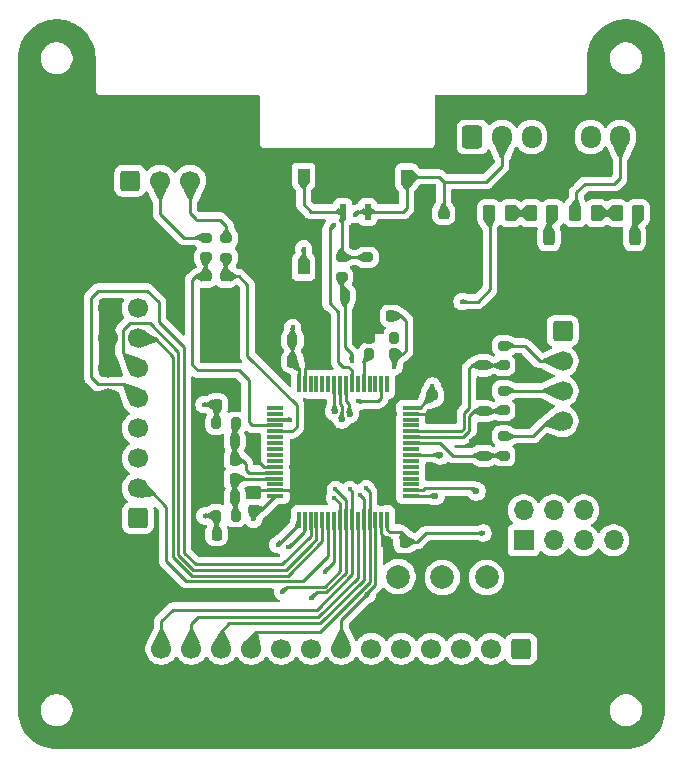
<source format=gbr>
%TF.GenerationSoftware,KiCad,Pcbnew,9.0.0*%
%TF.CreationDate,2025-03-07T07:18:05+07:00*%
%TF.ProjectId,MCU,4d43552e-6b69-4636-9164-5f7063625858,rev?*%
%TF.SameCoordinates,Original*%
%TF.FileFunction,Copper,L1,Top*%
%TF.FilePolarity,Positive*%
%FSLAX46Y46*%
G04 Gerber Fmt 4.6, Leading zero omitted, Abs format (unit mm)*
G04 Created by KiCad (PCBNEW 9.0.0) date 2025-03-07 07:18:05*
%MOMM*%
%LPD*%
G01*
G04 APERTURE LIST*
G04 Aperture macros list*
%AMRoundRect*
0 Rectangle with rounded corners*
0 $1 Rounding radius*
0 $2 $3 $4 $5 $6 $7 $8 $9 X,Y pos of 4 corners*
0 Add a 4 corners polygon primitive as box body*
4,1,4,$2,$3,$4,$5,$6,$7,$8,$9,$2,$3,0*
0 Add four circle primitives for the rounded corners*
1,1,$1+$1,$2,$3*
1,1,$1+$1,$4,$5*
1,1,$1+$1,$6,$7*
1,1,$1+$1,$8,$9*
0 Add four rect primitives between the rounded corners*
20,1,$1+$1,$2,$3,$4,$5,0*
20,1,$1+$1,$4,$5,$6,$7,0*
20,1,$1+$1,$6,$7,$8,$9,0*
20,1,$1+$1,$8,$9,$2,$3,0*%
G04 Aperture macros list end*
%TA.AperFunction,ComponentPad*%
%ADD10RoundRect,0.250000X-0.600000X-0.600000X0.600000X-0.600000X0.600000X0.600000X-0.600000X0.600000X0*%
%TD*%
%TA.AperFunction,ComponentPad*%
%ADD11C,1.700000*%
%TD*%
%TA.AperFunction,SMDPad,CuDef*%
%ADD12RoundRect,0.200000X0.275000X-0.200000X0.275000X0.200000X-0.275000X0.200000X-0.275000X-0.200000X0*%
%TD*%
%TA.AperFunction,SMDPad,CuDef*%
%ADD13RoundRect,0.225000X0.250000X-0.225000X0.250000X0.225000X-0.250000X0.225000X-0.250000X-0.225000X0*%
%TD*%
%TA.AperFunction,SMDPad,CuDef*%
%ADD14RoundRect,0.200000X-0.200000X0.300000X-0.200000X-0.300000X0.200000X-0.300000X0.200000X0.300000X0*%
%TD*%
%TA.AperFunction,SMDPad,CuDef*%
%ADD15R,1.000000X1.250000*%
%TD*%
%TA.AperFunction,SMDPad,CuDef*%
%ADD16RoundRect,0.225000X-0.250000X0.225000X-0.250000X-0.225000X0.250000X-0.225000X0.250000X0.225000X0*%
%TD*%
%TA.AperFunction,SMDPad,CuDef*%
%ADD17RoundRect,0.250000X-0.262500X-0.450000X0.262500X-0.450000X0.262500X0.450000X-0.262500X0.450000X0*%
%TD*%
%TA.AperFunction,SMDPad,CuDef*%
%ADD18RoundRect,0.225000X0.225000X0.250000X-0.225000X0.250000X-0.225000X-0.250000X0.225000X-0.250000X0*%
%TD*%
%TA.AperFunction,SMDPad,CuDef*%
%ADD19RoundRect,0.225000X-0.225000X-0.250000X0.225000X-0.250000X0.225000X0.250000X-0.225000X0.250000X0*%
%TD*%
%TA.AperFunction,ComponentPad*%
%ADD20RoundRect,0.250000X0.600000X0.600000X-0.600000X0.600000X-0.600000X-0.600000X0.600000X-0.600000X0*%
%TD*%
%TA.AperFunction,SMDPad,CuDef*%
%ADD21RoundRect,0.200000X-0.200000X-0.275000X0.200000X-0.275000X0.200000X0.275000X-0.200000X0.275000X0*%
%TD*%
%TA.AperFunction,ComponentPad*%
%ADD22R,1.700000X1.700000*%
%TD*%
%TA.AperFunction,ComponentPad*%
%ADD23O,1.700000X1.700000*%
%TD*%
%TA.AperFunction,ComponentPad*%
%ADD24RoundRect,0.250000X-0.600000X-0.725000X0.600000X-0.725000X0.600000X0.725000X-0.600000X0.725000X0*%
%TD*%
%TA.AperFunction,ComponentPad*%
%ADD25O,1.700000X1.950000*%
%TD*%
%TA.AperFunction,SMDPad,CuDef*%
%ADD26RoundRect,0.243750X-0.243750X-0.456250X0.243750X-0.456250X0.243750X0.456250X-0.243750X0.456250X0*%
%TD*%
%TA.AperFunction,ComponentPad*%
%ADD27RoundRect,0.250000X-0.600000X0.600000X-0.600000X-0.600000X0.600000X-0.600000X0.600000X0.600000X0*%
%TD*%
%TA.AperFunction,SMDPad,CuDef*%
%ADD28R,0.300000X1.475000*%
%TD*%
%TA.AperFunction,SMDPad,CuDef*%
%ADD29R,1.475000X0.300000*%
%TD*%
%TA.AperFunction,ComponentPad*%
%ADD30RoundRect,0.250000X0.600000X-0.600000X0.600000X0.600000X-0.600000X0.600000X-0.600000X-0.600000X0*%
%TD*%
%TA.AperFunction,ComponentPad*%
%ADD31C,2.000000*%
%TD*%
%TA.AperFunction,SMDPad,CuDef*%
%ADD32R,0.600000X1.350000*%
%TD*%
%TA.AperFunction,ViaPad*%
%ADD33C,0.450000*%
%TD*%
%TA.AperFunction,ViaPad*%
%ADD34C,0.600000*%
%TD*%
%TA.AperFunction,Conductor*%
%ADD35C,0.250000*%
%TD*%
G04 APERTURE END LIST*
D10*
%TO.P,J4,1,Pin_1*%
%TO.N,VDD*%
X146330000Y-85500000D03*
D11*
%TO.P,J4,2,Pin_2*%
%TO.N,GND*%
X148870000Y-85500000D03*
%TO.P,J4,3,Pin_3*%
%TO.N,Net-(J4-Pin_3)*%
X146330000Y-88040000D03*
%TO.P,J4,4,Pin_4*%
%TO.N,GND*%
X148870000Y-88040000D03*
%TO.P,J4,5,Pin_5*%
%TO.N,Net-(J4-Pin_5)*%
X146330000Y-90580000D03*
%TO.P,J4,6,Pin_6*%
%TO.N,GND*%
X148870000Y-90580000D03*
%TO.P,J4,7,Pin_7*%
%TO.N,Net-(J4-Pin_7)*%
X146330000Y-93120000D03*
%TO.P,J4,8,Pin_8*%
%TO.N,GND*%
X148870000Y-93120000D03*
%TD*%
D12*
%TO.P,R37,1*%
%TO.N,/Connector and Sensor/Encoder2 A*%
X141350000Y-92210000D03*
%TO.P,R37,2*%
%TO.N,Net-(J4-Pin_5)*%
X141350000Y-90560000D03*
%TD*%
D13*
%TO.P,C40,1*%
%TO.N,GND*%
X116120000Y-82425000D03*
%TO.P,C40,2*%
%TO.N,/Connector and Sensor/Encoder1 A*%
X116120000Y-80875000D03*
%TD*%
D14*
%TO.P,Y2,1,NC*%
%TO.N,unconnected-(Y2-NC-Pad1)*%
X132070000Y-86080000D03*
%TO.P,Y2,2,GND*%
%TO.N,GND*%
X129970000Y-86080000D03*
%TO.P,Y2,3,OUT*%
%TO.N,OSC*%
X129970000Y-87480000D03*
%TO.P,Y2,4,Vcc*%
%TO.N,VDD*%
X132070000Y-87480000D03*
%TD*%
D15*
%TO.P,SW1,1,1*%
%TO.N,GND*%
X133130000Y-80185000D03*
%TO.P,SW1,2,2*%
%TO.N,NRST*%
X133130000Y-72435000D03*
%TD*%
D16*
%TO.P,C9,1*%
%TO.N,GND*%
X120170000Y-99100000D03*
%TO.P,C9,2*%
%TO.N,VDD*%
X120170000Y-100650000D03*
%TD*%
D13*
%TO.P,C7,1*%
%TO.N,GND*%
X135290000Y-92500000D03*
%TO.P,C7,2*%
%TO.N,VDD*%
X135290000Y-90950000D03*
%TD*%
%TO.P,C37,1*%
%TO.N,GND*%
X139670000Y-97610000D03*
%TO.P,C37,2*%
%TO.N,/Connector and Sensor/Button*%
X139670000Y-96060000D03*
%TD*%
D17*
%TO.P,R30,1*%
%TO.N,LED*%
X140097500Y-75510000D03*
%TO.P,R30,2*%
%TO.N,Net-(R30-Pad2)*%
X141922500Y-75510000D03*
%TD*%
D18*
%TO.P,C8,1*%
%TO.N,GND*%
X125005000Y-88080000D03*
%TO.P,C8,2*%
%TO.N,VDD*%
X123455000Y-88080000D03*
%TD*%
D19*
%TO.P,C19,1*%
%TO.N,USER*%
X127905000Y-82510000D03*
%TO.P,C19,2*%
%TO.N,GND*%
X129455000Y-82510000D03*
%TD*%
D20*
%TO.P,J7,1,Pin_1*%
%TO.N,VDD*%
X110360000Y-101350000D03*
D11*
%TO.P,J7,2,Pin_2*%
%TO.N,GND*%
X107820000Y-101350000D03*
%TO.P,J7,3,Pin_3*%
%TO.N,/Connector and Sensor/IMU_CS*%
X110360000Y-98810000D03*
%TO.P,J7,4,Pin_4*%
%TO.N,GND*%
X107820000Y-98810000D03*
%TO.P,J7,5,Pin_5*%
%TO.N,/Connector and Sensor/IMU_INT2*%
X110360000Y-96270000D03*
%TO.P,J7,6,Pin_6*%
%TO.N,GND*%
X107820000Y-96270000D03*
%TO.P,J7,7,Pin_7*%
%TO.N,/Connector and Sensor/IMU_INT1*%
X110360000Y-93730000D03*
%TO.P,J7,8,Pin_8*%
%TO.N,GND*%
X107820000Y-93730000D03*
%TO.P,J7,9,Pin_9*%
%TO.N,/Connector and Sensor/IMU_SCLK*%
X110360000Y-91190000D03*
%TO.P,J7,10,Pin_10*%
%TO.N,GND*%
X107820000Y-91190000D03*
%TO.P,J7,11,Pin_11*%
%TO.N,/Connector and Sensor/IMU_MISO*%
X110360000Y-88650000D03*
%TO.P,J7,12,Pin_12*%
%TO.N,GND*%
X107820000Y-88650000D03*
%TO.P,J7,13,Pin_13*%
%TO.N,/Connector and Sensor/IMU_MOSI*%
X110360000Y-86110000D03*
%TO.P,J7,14,Pin_14*%
%TO.N,GND*%
X107820000Y-86110000D03*
%TO.P,J7,15,Pin_15*%
%TO.N,unconnected-(J7-Pin_15-Pad15)*%
X110360000Y-83570000D03*
%TO.P,J7,16,Pin_16*%
%TO.N,GND*%
X107820000Y-83570000D03*
%TD*%
D13*
%TO.P,C36,1*%
%TO.N,GND*%
X139650000Y-93820000D03*
%TO.P,C36,2*%
%TO.N,/Connector and Sensor/Encoder2 A*%
X139650000Y-92270000D03*
%TD*%
D18*
%TO.P,C10,1*%
%TO.N,VDD*%
X131835000Y-84230000D03*
%TO.P,C10,2*%
%TO.N,GND*%
X130285000Y-84230000D03*
%TD*%
%TO.P,C29,1*%
%TO.N,GND*%
X125005000Y-86290000D03*
%TO.P,C29,2*%
%TO.N,VDD*%
X123455000Y-86290000D03*
%TD*%
D21*
%TO.P,L3,1,1*%
%TO.N,VDD*%
X116995000Y-93290000D03*
%TO.P,L3,2,2*%
%TO.N,VREF+*%
X118645000Y-93290000D03*
%TD*%
D19*
%TO.P,C16,1*%
%TO.N,VDD*%
X117055000Y-91730000D03*
%TO.P,C16,2*%
%TO.N,GND*%
X118605000Y-91730000D03*
%TD*%
D17*
%TO.P,R35,1*%
%TO.N,Net-(R34-Pad2)*%
X150900000Y-75500000D03*
%TO.P,R35,2*%
%TO.N,Net-(D5-A)*%
X152725000Y-75500000D03*
%TD*%
D19*
%TO.P,C6,1*%
%TO.N,GND*%
X131415000Y-103340000D03*
%TO.P,C6,2*%
%TO.N,VDD*%
X132965000Y-103340000D03*
%TD*%
D22*
%TO.P,J1,1,Pin_1*%
%TO.N,/Connector and Sensor/TIM1_CH3*%
X143025000Y-103215000D03*
D23*
%TO.P,J1,2,Pin_2*%
%TO.N,/Connector and Sensor/TIM1_CH2*%
X143025000Y-100675000D03*
%TO.P,J1,3,Pin_3*%
%TO.N,/Connector and Sensor/TIM1_CH3N*%
X145565000Y-103215000D03*
%TO.P,J1,4,Pin_4*%
%TO.N,/Connector and Sensor/TIM1_CH2N*%
X145565000Y-100675000D03*
%TO.P,J1,5,Pin_5*%
%TO.N,/Connector and Sensor/TIM1_CH1*%
X148105000Y-103215000D03*
%TO.P,J1,6,Pin_6*%
%TO.N,unconnected-(J1-Pin_6-Pad6)*%
X148105000Y-100675000D03*
%TO.P,J1,7,Pin_7*%
%TO.N,/Connector and Sensor/NFAULT*%
X150645000Y-103215000D03*
%TO.P,J1,8,Pin_8*%
%TO.N,GND*%
X150645000Y-100675000D03*
%TD*%
D16*
%TO.P,C30,1*%
%TO.N,NRST*%
X136280000Y-75565000D03*
%TO.P,C30,2*%
%TO.N,GND*%
X136280000Y-77115000D03*
%TD*%
D24*
%TO.P,J2,1,Pin_1*%
%TO.N,SWO*%
X138700000Y-69070000D03*
D25*
%TO.P,J2,2,Pin_2*%
%TO.N,NRST*%
X141200000Y-69070000D03*
%TO.P,J2,3,Pin_3*%
%TO.N,SWDIO*%
X143700000Y-69070000D03*
%TO.P,J2,4,Pin_4*%
%TO.N,GND*%
X146200000Y-69070000D03*
%TO.P,J2,5,Pin_5*%
%TO.N,SWCLK*%
X148700000Y-69070000D03*
%TO.P,J2,6,Pin_6*%
%TO.N,VDD*%
X151200000Y-69070000D03*
%TD*%
D26*
%TO.P,D5,1,K*%
%TO.N,GND*%
X150550000Y-77550000D03*
%TO.P,D5,2,A*%
%TO.N,Net-(D5-A)*%
X152425000Y-77550000D03*
%TD*%
%TO.P,D4,1,K*%
%TO.N,GND*%
X143300000Y-77550000D03*
%TO.P,D4,2,A*%
%TO.N,Net-(D4-A)*%
X145175000Y-77550000D03*
%TD*%
D27*
%TO.P,J5,1,Pin_1*%
%TO.N,VDD*%
X142840000Y-112400000D03*
D11*
%TO.P,J5,2,Pin_2*%
%TO.N,GND*%
X142840000Y-114940000D03*
%TO.P,J5,3,Pin_3*%
%TO.N,+5V*%
X140300000Y-112400000D03*
%TO.P,J5,4,Pin_4*%
%TO.N,GND*%
X140300000Y-114940000D03*
%TO.P,J5,5,Pin_5*%
%TO.N,/Connector and Sensor/Vcurrfdbk_A*%
X137760000Y-112400000D03*
%TO.P,J5,6,Pin_6*%
%TO.N,GND*%
X137760000Y-114940000D03*
%TO.P,J5,7,Pin_7*%
%TO.N,/Connector and Sensor/Vcurrfdbk_B*%
X135220000Y-112400000D03*
%TO.P,J5,8,Pin_8*%
%TO.N,GND*%
X135220000Y-114940000D03*
%TO.P,J5,9,Pin_9*%
%TO.N,/Connector and Sensor/Vcurrfdbk_C*%
X132680000Y-112400000D03*
%TO.P,J5,10,Pin_10*%
%TO.N,GND*%
X132680000Y-114940000D03*
%TO.P,J5,11,Pin_11*%
%TO.N,/Connector and Sensor/NSLEEP*%
X130140000Y-112400000D03*
%TO.P,J5,12,Pin_12*%
%TO.N,GND*%
X130140000Y-114940000D03*
%TO.P,J5,13,Pin_13*%
%TO.N,/Connector and Sensor/NFAULT*%
X127600000Y-112400000D03*
%TO.P,J5,14,Pin_14*%
%TO.N,GND*%
X127600000Y-114940000D03*
%TO.P,J5,15,Pin_15*%
%TO.N,/Connector and Sensor/TIM1_CH3N*%
X125060000Y-112400000D03*
%TO.P,J5,16,Pin_16*%
%TO.N,GND*%
X125060000Y-114940000D03*
%TO.P,J5,17,Pin_17*%
%TO.N,/Connector and Sensor/TIM1_CH3*%
X122520000Y-112400000D03*
%TO.P,J5,18,Pin_18*%
%TO.N,GND*%
X122520000Y-114940000D03*
%TO.P,J5,19,Pin_19*%
%TO.N,/Connector and Sensor/TIM1_CH2N*%
X119980000Y-112400000D03*
%TO.P,J5,20,Pin_20*%
%TO.N,GND*%
X119980000Y-114940000D03*
%TO.P,J5,21,Pin_21*%
%TO.N,/Connector and Sensor/TIM1_CH2*%
X117440000Y-112400000D03*
%TO.P,J5,22,Pin_22*%
%TO.N,GND*%
X117440000Y-114940000D03*
%TO.P,J5,23,Pin_23*%
%TO.N,/Connector and Sensor/TIM1_CH1N*%
X114900000Y-112400000D03*
%TO.P,J5,24,Pin_24*%
%TO.N,GND*%
X114900000Y-114940000D03*
%TO.P,J5,25,Pin_25*%
%TO.N,/Connector and Sensor/TIM1_CH1*%
X112360000Y-112400000D03*
%TO.P,J5,26,Pin_26*%
%TO.N,GND*%
X112360000Y-114940000D03*
%TD*%
D18*
%TO.P,C17,1*%
%TO.N,VREF+*%
X118585000Y-94830000D03*
%TO.P,C17,2*%
%TO.N,GND*%
X117035000Y-94830000D03*
%TD*%
D28*
%TO.P,IC1,1,VBAT*%
%TO.N,unconnected-(IC1-VBAT-Pad1)*%
X131488000Y-90000000D03*
%TO.P,IC1,2,PC13*%
%TO.N,USER*%
X130988000Y-90000000D03*
%TO.P,IC1,3,PC14-OSC32_IN*%
%TO.N,unconnected-(IC1-PC14-OSC32_IN-Pad3)*%
X130488000Y-90000000D03*
%TO.P,IC1,4,PC15-OSC32_OUT*%
%TO.N,unconnected-(IC1-PC15-OSC32_OUT-Pad4)*%
X129988000Y-90000000D03*
%TO.P,IC1,5,PF0-OSC_IN*%
%TO.N,OSC*%
X129488000Y-90000000D03*
%TO.P,IC1,6,PF1-OSC_OUT*%
%TO.N,unconnected-(IC1-PF1-OSC_OUT-Pad6)*%
X128988000Y-90000000D03*
%TO.P,IC1,7,PG10-NRST*%
%TO.N,NRST*%
X128488000Y-90000000D03*
%TO.P,IC1,8,PC0*%
%TO.N,/Connector and Sensor/Vcurrfdbk_A*%
X127988000Y-90000000D03*
%TO.P,IC1,9,PC1*%
%TO.N,/Connector and Sensor/Vcurrfdbk_B*%
X127488000Y-90000000D03*
%TO.P,IC1,10,PC2*%
%TO.N,/Connector and Sensor/Vcurrfdbk_C*%
X126988000Y-90000000D03*
%TO.P,IC1,11,PC3*%
%TO.N,unconnected-(IC1-PC3-Pad11)*%
X126488000Y-90000000D03*
%TO.P,IC1,12,PA0*%
%TO.N,unconnected-(IC1-PA0-Pad12)*%
X125988000Y-90000000D03*
%TO.P,IC1,13,PA1*%
%TO.N,unconnected-(IC1-PA1-Pad13)*%
X125488000Y-90000000D03*
%TO.P,IC1,14,PA2*%
%TO.N,unconnected-(IC1-PA2-Pad14)*%
X124988000Y-90000000D03*
%TO.P,IC1,15,VSS_1*%
%TO.N,GND*%
X124488000Y-90000000D03*
%TO.P,IC1,16,VDD_1*%
%TO.N,VDD*%
X123988000Y-90000000D03*
D29*
%TO.P,IC1,17,PA3*%
%TO.N,unconnected-(IC1-PA3-Pad17)*%
X122000000Y-91988000D03*
%TO.P,IC1,18,PA4*%
%TO.N,unconnected-(IC1-PA4-Pad18)*%
X122000000Y-92488000D03*
%TO.P,IC1,19,PA5*%
%TO.N,LED*%
X122000000Y-92988000D03*
%TO.P,IC1,20,PA6*%
%TO.N,/Connector and Sensor/Encoder1 A*%
X122000000Y-93488000D03*
%TO.P,IC1,21,PA7*%
%TO.N,/Connector and Sensor/Encoder1 B*%
X122000000Y-93988000D03*
%TO.P,IC1,22,PC4*%
%TO.N,unconnected-(IC1-PC4-Pad22)*%
X122000000Y-94488000D03*
%TO.P,IC1,23,PC5*%
%TO.N,unconnected-(IC1-PC5-Pad23)*%
X122000000Y-94988000D03*
%TO.P,IC1,24,PB0*%
%TO.N,unconnected-(IC1-PB0-Pad24)*%
X122000000Y-95488000D03*
%TO.P,IC1,25,PB1*%
%TO.N,unconnected-(IC1-PB1-Pad25)*%
X122000000Y-95988000D03*
%TO.P,IC1,26,PB2*%
%TO.N,unconnected-(IC1-PB2-Pad26)*%
X122000000Y-96488000D03*
%TO.P,IC1,27,VSSA*%
%TO.N,GND*%
X122000000Y-96988000D03*
%TO.P,IC1,28,VREF+*%
%TO.N,VREF+*%
X122000000Y-97488000D03*
%TO.P,IC1,29,VDDA*%
%TO.N,VDDA*%
X122000000Y-97988000D03*
%TO.P,IC1,30,PB10*%
%TO.N,unconnected-(IC1-PB10-Pad30)*%
X122000000Y-98488000D03*
%TO.P,IC1,31,VSS_2*%
%TO.N,GND*%
X122000000Y-98988000D03*
%TO.P,IC1,32,VDD_2*%
%TO.N,VDD*%
X122000000Y-99488000D03*
D28*
%TO.P,IC1,33,PB11*%
%TO.N,/Connector and Sensor/IMU_INT2*%
X123988000Y-101476000D03*
%TO.P,IC1,34,PB12*%
%TO.N,/Connector and Sensor/IMU_INT1*%
X124488000Y-101476000D03*
%TO.P,IC1,35,PB13*%
%TO.N,/Connector and Sensor/IMU_SCLK*%
X124988000Y-101476000D03*
%TO.P,IC1,36,PB14*%
%TO.N,/Connector and Sensor/IMU_MISO*%
X125488000Y-101476000D03*
%TO.P,IC1,37,PB15*%
%TO.N,/Connector and Sensor/IMU_MOSI*%
X125988000Y-101476000D03*
%TO.P,IC1,38,PC6*%
%TO.N,/Connector and Sensor/IMU_CS*%
X126488000Y-101476000D03*
%TO.P,IC1,39,PC7*%
%TO.N,/Connector and Sensor/NSLEEP*%
X126988000Y-101476000D03*
%TO.P,IC1,40,PC8*%
%TO.N,/Connector and Sensor/TIM1_CH3*%
X127488000Y-101476000D03*
%TO.P,IC1,41,PC9*%
%TO.N,/Connector and Sensor/TIM1_CH3N*%
X127988000Y-101476000D03*
%TO.P,IC1,42,PA8*%
%TO.N,/Connector and Sensor/TIM1_CH1*%
X128488000Y-101476000D03*
%TO.P,IC1,43,PA9*%
%TO.N,/Connector and Sensor/TIM1_CH1N*%
X128988000Y-101476000D03*
%TO.P,IC1,44,PA10*%
%TO.N,/Connector and Sensor/TIM1_CH2*%
X129488000Y-101476000D03*
%TO.P,IC1,45,PA11*%
%TO.N,/Connector and Sensor/TIM1_CH2N*%
X129988000Y-101476000D03*
%TO.P,IC1,46,PA12*%
%TO.N,/Connector and Sensor/NFAULT*%
X130488000Y-101476000D03*
%TO.P,IC1,47,VSS_3*%
%TO.N,GND*%
X130988000Y-101476000D03*
%TO.P,IC1,48,VDD_3*%
%TO.N,VDD*%
X131488000Y-101476000D03*
D29*
%TO.P,IC1,49,PA13*%
%TO.N,SWDIO*%
X133476000Y-99488000D03*
%TO.P,IC1,50,PA14*%
%TO.N,SWCLK*%
X133476000Y-98988000D03*
%TO.P,IC1,51,PA15*%
%TO.N,unconnected-(IC1-PA15-Pad51)*%
X133476000Y-98488000D03*
%TO.P,IC1,52,PC10*%
%TO.N,unconnected-(IC1-PC10-Pad52)*%
X133476000Y-97988000D03*
%TO.P,IC1,53,PC11*%
%TO.N,unconnected-(IC1-PC11-Pad53)*%
X133476000Y-97488000D03*
%TO.P,IC1,54,PC12*%
%TO.N,unconnected-(IC1-PC12-Pad54)*%
X133476000Y-96988000D03*
%TO.P,IC1,55,PD2*%
%TO.N,unconnected-(IC1-PD2-Pad55)*%
X133476000Y-96488000D03*
%TO.P,IC1,56,PB3*%
%TO.N,SWO*%
X133476000Y-95988000D03*
%TO.P,IC1,57,PB4*%
%TO.N,unconnected-(IC1-PB4-Pad57)*%
X133476000Y-95488000D03*
%TO.P,IC1,58,PB5*%
%TO.N,/Connector and Sensor/Button*%
X133476000Y-94988000D03*
%TO.P,IC1,59,PB6*%
%TO.N,/Connector and Sensor/Encoder2 A*%
X133476000Y-94488000D03*
%TO.P,IC1,60,PB7*%
%TO.N,/Connector and Sensor/Encoder2 B*%
X133476000Y-93988000D03*
%TO.P,IC1,61,PB8-BOOT0*%
%TO.N,unconnected-(IC1-PB8-BOOT0-Pad61)*%
X133476000Y-93488000D03*
%TO.P,IC1,62,PB9*%
%TO.N,unconnected-(IC1-PB9-Pad62)*%
X133476000Y-92988000D03*
%TO.P,IC1,63,VSS_4*%
%TO.N,GND*%
X133476000Y-92488000D03*
%TO.P,IC1,64,VDD_4*%
%TO.N,VDD*%
X133476000Y-91988000D03*
%TD*%
D30*
%TO.P,J3,1,Pin_1*%
%TO.N,+5V*%
X109710000Y-72760000D03*
D11*
%TO.P,J3,2,Pin_2*%
%TO.N,GND*%
X109710000Y-70220000D03*
%TO.P,J3,3,Pin_3*%
%TO.N,Net-(J3-Pin_3)*%
X112250000Y-72760000D03*
%TO.P,J3,4,Pin_4*%
%TO.N,GND*%
X112250000Y-70220000D03*
%TO.P,J3,5,Pin_5*%
%TO.N,Net-(J3-Pin_5)*%
X114790000Y-72760000D03*
%TO.P,J3,6,Pin_6*%
%TO.N,GND*%
X114790000Y-70220000D03*
%TD*%
D12*
%TO.P,R38,1*%
%TO.N,/Connector and Sensor/Button*%
X141360000Y-96040000D03*
%TO.P,R38,2*%
%TO.N,Net-(J4-Pin_7)*%
X141360000Y-94390000D03*
%TD*%
D17*
%TO.P,R34,1*%
%TO.N,VDD*%
X147397500Y-75510000D03*
%TO.P,R34,2*%
%TO.N,Net-(R34-Pad2)*%
X149222500Y-75510000D03*
%TD*%
D31*
%TO.P,TP1,1,1*%
%TO.N,/Connector and Sensor/Vcurrfdbk_A*%
X139900000Y-106350000D03*
%TD*%
D12*
%TO.P,R32,1*%
%TO.N,/Connector and Sensor/Encoder1 A*%
X116120000Y-79260000D03*
%TO.P,R32,2*%
%TO.N,Net-(J3-Pin_3)*%
X116120000Y-77610000D03*
%TD*%
%TO.P,R28,1*%
%TO.N,USER*%
X127620000Y-80910000D03*
%TO.P,R28,2*%
%TO.N,Net-(IC2-K2)*%
X127620000Y-79260000D03*
%TD*%
%TO.P,R36,1*%
%TO.N,/Connector and Sensor/Encoder2 B*%
X141350000Y-88400000D03*
%TO.P,R36,2*%
%TO.N,Net-(J4-Pin_3)*%
X141350000Y-86750000D03*
%TD*%
D18*
%TO.P,C14,1*%
%TO.N,VDDA*%
X118585000Y-99580000D03*
%TO.P,C14,2*%
%TO.N,GND*%
X117035000Y-99580000D03*
%TD*%
D13*
%TO.P,C35,1*%
%TO.N,GND*%
X139620000Y-89945000D03*
%TO.P,C35,2*%
%TO.N,/Connector and Sensor/Encoder2 B*%
X139620000Y-88395000D03*
%TD*%
D32*
%TO.P,IC2,1,K1*%
%TO.N,NRST*%
X129820000Y-75405000D03*
%TO.P,IC2,2,K2*%
%TO.N,Net-(IC2-K2)*%
X127720000Y-75405000D03*
%TO.P,IC2,3,A*%
%TO.N,GND*%
X128770000Y-77505000D03*
%TD*%
D17*
%TO.P,R31,1*%
%TO.N,Net-(R30-Pad2)*%
X143650000Y-75510000D03*
%TO.P,R31,2*%
%TO.N,Net-(D4-A)*%
X145475000Y-75510000D03*
%TD*%
D31*
%TO.P,TP2,1,1*%
%TO.N,/Connector and Sensor/Vcurrfdbk_B*%
X136150000Y-106350000D03*
%TD*%
D12*
%TO.P,R29,1*%
%TO.N,GND*%
X129780000Y-80905000D03*
%TO.P,R29,2*%
%TO.N,Net-(IC2-K2)*%
X129780000Y-79255000D03*
%TD*%
D31*
%TO.P,TP3,1,1*%
%TO.N,/Connector and Sensor/Vcurrfdbk_C*%
X132400000Y-106300000D03*
%TD*%
D15*
%TO.P,SW2,1,1*%
%TO.N,Net-(IC2-K2)*%
X124400000Y-72360000D03*
%TO.P,SW2,2,2*%
%TO.N,VDD*%
X124400000Y-80110000D03*
%TD*%
D18*
%TO.P,C18,1*%
%TO.N,VREF+*%
X118585000Y-96390000D03*
%TO.P,C18,2*%
%TO.N,GND*%
X117035000Y-96390000D03*
%TD*%
D19*
%TO.P,C13,1*%
%TO.N,VDD*%
X117035000Y-102730000D03*
%TO.P,C13,2*%
%TO.N,GND*%
X118585000Y-102730000D03*
%TD*%
D18*
%TO.P,C15,1*%
%TO.N,VDDA*%
X118575000Y-98000000D03*
%TO.P,C15,2*%
%TO.N,GND*%
X117025000Y-98000000D03*
%TD*%
D12*
%TO.P,R33,1*%
%TO.N,/Connector and Sensor/Encoder1 B*%
X117870000Y-79275000D03*
%TO.P,R33,2*%
%TO.N,Net-(J3-Pin_5)*%
X117870000Y-77625000D03*
%TD*%
D21*
%TO.P,L4,1,1*%
%TO.N,VDD*%
X116995000Y-101140000D03*
%TO.P,L4,2,2*%
%TO.N,VDDA*%
X118645000Y-101140000D03*
%TD*%
D13*
%TO.P,C34,1*%
%TO.N,GND*%
X117820000Y-82425000D03*
%TO.P,C34,2*%
%TO.N,/Connector and Sensor/Encoder1 B*%
X117820000Y-80875000D03*
%TD*%
D33*
%TO.N,GND*%
X136350000Y-92475000D03*
X142150000Y-77400000D03*
X140800000Y-97600000D03*
X119575000Y-102725000D03*
X129150000Y-86075000D03*
X117850000Y-83575000D03*
X120400000Y-96300000D03*
X149450000Y-77325000D03*
X123525000Y-98975000D03*
X125025000Y-85250000D03*
X140900000Y-89500000D03*
X138600000Y-94800000D03*
X118625000Y-90550000D03*
X116000000Y-94825000D03*
%TO.N,VDD*%
X115950000Y-91725000D03*
X120150000Y-101450000D03*
X135300000Y-90150000D03*
X124400000Y-78525000D03*
X139600000Y-102600000D03*
X116025000Y-101150000D03*
X132070000Y-88500000D03*
X123475000Y-85175000D03*
%TO.N,USER*%
X128475000Y-88000000D03*
X129050000Y-91450000D03*
%TO.N,NRST*%
X128725000Y-75650000D03*
X126950000Y-76550000D03*
%TO.N,/Connector and Sensor/TIM1_CH3*%
X127000000Y-99600000D03*
X122600000Y-107550000D03*
%TO.N,/Connector and Sensor/NFAULT*%
X129800000Y-107800000D03*
D34*
%TO.N,SWCLK*%
X139021942Y-99061942D03*
%TO.N,/Connector and Sensor/Vcurrfdbk_B*%
X127645000Y-92960000D03*
D33*
%TO.N,LED*%
X123275000Y-93000000D03*
X137800000Y-83000000D03*
D34*
%TO.N,/Connector and Sensor/Vcurrfdbk_C*%
X127020000Y-92300000D03*
D33*
%TO.N,/Connector and Sensor/IMU_INT1*%
X123100000Y-103800000D03*
D34*
%TO.N,SWDIO*%
X135570000Y-99430000D03*
D33*
%TO.N,/Connector and Sensor/NSLEEP*%
X126200000Y-105900000D03*
%TO.N,/Connector and Sensor/TIM1_CH2*%
X129200000Y-99400000D03*
%TO.N,/Connector and Sensor/TIM1_CH3N*%
X125060000Y-108110000D03*
X127100000Y-98900000D03*
%TO.N,/Connector and Sensor/TIM1_CH2N*%
X129700000Y-98800000D03*
%TO.N,/Connector and Sensor/IMU_INT2*%
X122200000Y-103600000D03*
%TO.N,/Connector and Sensor/TIM1_CH1*%
X128300000Y-98900000D03*
D34*
%TO.N,/Connector and Sensor/Vcurrfdbk_A*%
X128320000Y-92490000D03*
%TO.N,SWO*%
X135970000Y-96010000D03*
%TD*%
D35*
%TO.N,GND*%
X135278000Y-92488000D02*
X135290000Y-92500000D01*
X130615000Y-80185000D02*
X133130000Y-80185000D01*
X131415000Y-103145000D02*
X130980000Y-102710000D01*
X129970000Y-86080000D02*
X129970000Y-84545000D01*
X123512000Y-98988000D02*
X123525000Y-98975000D01*
X129455000Y-81230000D02*
X129780000Y-80905000D01*
X130988000Y-102702000D02*
X130980000Y-102694000D01*
X133476000Y-92488000D02*
X135278000Y-92488000D01*
X129455000Y-82510000D02*
X129455000Y-81230000D01*
X139580000Y-93820000D02*
X138600000Y-94800000D01*
X118605000Y-91730000D02*
X118605000Y-90570000D01*
X128770000Y-77505000D02*
X132805000Y-77505000D01*
X142170000Y-77420000D02*
X142150000Y-77400000D01*
X116005000Y-94830000D02*
X116000000Y-94825000D01*
X130285000Y-84230000D02*
X130285000Y-83340000D01*
X135555000Y-80185000D02*
X136280000Y-79460000D01*
X130285000Y-83340000D02*
X129455000Y-82510000D01*
X131415000Y-103340000D02*
X131415000Y-103145000D01*
X129970000Y-86080000D02*
X129155000Y-86080000D01*
X117035000Y-94830000D02*
X116005000Y-94830000D01*
X119570000Y-102730000D02*
X119575000Y-102725000D01*
X133130000Y-78750000D02*
X133130000Y-80185000D01*
X149450000Y-77325000D02*
X149485000Y-77360000D01*
X122000000Y-98988000D02*
X123512000Y-98988000D01*
X124488000Y-90000000D02*
X124488000Y-88597000D01*
X117035000Y-96390000D02*
X117035000Y-94830000D01*
X135290000Y-92500000D02*
X136325000Y-92500000D01*
X139620000Y-89880000D02*
X140000000Y-89500000D01*
X136280000Y-79460000D02*
X136280000Y-77115000D01*
X133130180Y-77830180D02*
X133130180Y-78749820D01*
X117820000Y-83545000D02*
X117850000Y-83575000D01*
X130980000Y-102694000D02*
X130980000Y-101484000D01*
X120400000Y-96300000D02*
X121088000Y-96988000D01*
X133130180Y-78749820D02*
X133130000Y-78750000D01*
X120170000Y-99100000D02*
X120282000Y-98988000D01*
X121088000Y-96988000D02*
X122000000Y-96988000D01*
X133130000Y-80185000D02*
X135555000Y-80185000D01*
X117035000Y-99580000D02*
X117035000Y-98010000D01*
X125005000Y-85270000D02*
X125025000Y-85250000D01*
X132805000Y-77505000D02*
X133130180Y-77830180D01*
X116120000Y-82425000D02*
X117820000Y-82425000D01*
X143290000Y-77420000D02*
X142170000Y-77420000D01*
X139650000Y-93820000D02*
X139580000Y-93820000D01*
X149485000Y-77360000D02*
X150572500Y-77360000D01*
X118605000Y-90570000D02*
X118625000Y-90550000D01*
X117035000Y-98010000D02*
X117025000Y-98000000D01*
X129970000Y-84545000D02*
X130285000Y-84230000D01*
X139670000Y-97610000D02*
X140790000Y-97610000D01*
X117025000Y-96400000D02*
X117035000Y-96390000D01*
X139620000Y-89945000D02*
X139620000Y-89880000D01*
X136325000Y-92500000D02*
X136350000Y-92475000D01*
X117025000Y-98000000D02*
X117025000Y-96400000D01*
X118585000Y-102730000D02*
X119570000Y-102730000D01*
X140790000Y-97610000D02*
X140800000Y-97600000D01*
X120282000Y-98988000D02*
X122000000Y-98988000D01*
X130980000Y-101484000D02*
X130988000Y-101476000D01*
X125005000Y-88080000D02*
X125005000Y-86290000D01*
X129155000Y-86080000D02*
X129150000Y-86075000D01*
X131415000Y-103340000D02*
X131415000Y-103715000D01*
X125005000Y-86290000D02*
X125005000Y-85270000D01*
X117820000Y-82425000D02*
X117820000Y-83545000D01*
X129780000Y-80905000D02*
X129895000Y-80905000D01*
X124488000Y-88597000D02*
X125005000Y-88080000D01*
X140000000Y-89500000D02*
X140900000Y-89500000D01*
X129895000Y-80905000D02*
X130615000Y-80185000D01*
%TO.N,VDD*%
X131835000Y-84230000D02*
X132670000Y-84230000D01*
X123455000Y-86290000D02*
X123455000Y-85195000D01*
X117055000Y-93230000D02*
X116995000Y-93290000D01*
X132670000Y-84230000D02*
X133070000Y-84630000D01*
X117035000Y-102730000D02*
X117035000Y-101180000D01*
X150700000Y-73050000D02*
X151025000Y-72725000D01*
X131680000Y-102500000D02*
X131488000Y-102308000D01*
X132070000Y-88500000D02*
X132070000Y-87480000D01*
X123988000Y-90000000D02*
X123988000Y-88613000D01*
X123455000Y-88080000D02*
X123455000Y-86290000D01*
X134780000Y-102600000D02*
X139600000Y-102600000D01*
X116035000Y-101140000D02*
X116025000Y-101150000D01*
X117035000Y-101180000D02*
X116995000Y-101140000D01*
X133070000Y-87160000D02*
X132750000Y-87480000D01*
X124400000Y-80110000D02*
X124400000Y-78525000D01*
X120170000Y-100650000D02*
X120170000Y-101430000D01*
X135290000Y-90160000D02*
X135300000Y-90150000D01*
X147485000Y-75510000D02*
X147485000Y-73765000D01*
X134252000Y-91988000D02*
X135290000Y-90950000D01*
X135290000Y-90950000D02*
X135290000Y-90160000D01*
X117055000Y-91730000D02*
X115955000Y-91730000D01*
X120170000Y-100650000D02*
X120838000Y-100650000D01*
X132600000Y-102500000D02*
X131680000Y-102500000D01*
X134040000Y-103340000D02*
X134780000Y-102600000D01*
X132965000Y-103340000D02*
X134040000Y-103340000D01*
X123988000Y-88613000D02*
X123455000Y-88080000D01*
X132965000Y-103340000D02*
X132965000Y-102865000D01*
X147485000Y-73765000D02*
X148200000Y-73050000D01*
X133476000Y-91988000D02*
X134252000Y-91988000D01*
X115955000Y-91730000D02*
X115950000Y-91725000D01*
X116995000Y-101140000D02*
X116035000Y-101140000D01*
X132965000Y-102865000D02*
X132600000Y-102500000D01*
X151200000Y-72575000D02*
X151200000Y-69070000D01*
X131488000Y-102308000D02*
X131488000Y-101476000D01*
X151025000Y-72725000D02*
X151050000Y-72725000D01*
X151050000Y-72725000D02*
X151200000Y-72575000D01*
X148200000Y-73050000D02*
X150700000Y-73050000D01*
X123455000Y-85195000D02*
X123475000Y-85175000D01*
X117055000Y-91730000D02*
X117055000Y-93230000D01*
X133070000Y-84630000D02*
X133070000Y-87160000D01*
X120838000Y-100650000D02*
X122000000Y-99488000D01*
X132750000Y-87480000D02*
X132070000Y-87480000D01*
X120170000Y-101430000D02*
X120150000Y-101450000D01*
%TO.N,VDDA*%
X121988000Y-98000000D02*
X122000000Y-97988000D01*
X118575000Y-98000000D02*
X121988000Y-98000000D01*
X118645000Y-101140000D02*
X118645000Y-99640000D01*
X118585000Y-99580000D02*
X118585000Y-98010000D01*
X118585000Y-98010000D02*
X118575000Y-98000000D01*
X118645000Y-99640000D02*
X118585000Y-99580000D01*
%TO.N,VREF+*%
X119908000Y-97488000D02*
X122000000Y-97488000D01*
X119170000Y-96390000D02*
X119520000Y-96740000D01*
X119520000Y-97220000D02*
X119788000Y-97488000D01*
X118585000Y-94830000D02*
X118585000Y-93350000D01*
X118585000Y-96390000D02*
X119170000Y-96390000D01*
X119520000Y-96740000D02*
X119520000Y-97220000D01*
X119788000Y-97488000D02*
X119908000Y-97488000D01*
X118585000Y-96390000D02*
X118585000Y-94830000D01*
X118585000Y-93350000D02*
X118645000Y-93290000D01*
%TO.N,USER*%
X130725000Y-91450000D02*
X129050000Y-91450000D01*
X130988000Y-90000000D02*
X130988000Y-91187000D01*
X128475000Y-87450000D02*
X127905000Y-86880000D01*
X127905000Y-86880000D02*
X127905000Y-82510000D01*
X128475000Y-88000000D02*
X128475000Y-87450000D01*
X130988000Y-91187000D02*
X130725000Y-91450000D01*
X127620000Y-80910000D02*
X127620000Y-82225000D01*
X127620000Y-82225000D02*
X127905000Y-82510000D01*
%TO.N,NRST*%
X133130000Y-75110000D02*
X133130000Y-72435000D01*
X132835000Y-75405000D02*
X133130000Y-75110000D01*
X129815000Y-75400000D02*
X129820000Y-75405000D01*
X127350000Y-88100000D02*
X127350000Y-83850000D01*
X127350000Y-83850000D02*
X126700000Y-83200000D01*
X126625000Y-76875000D02*
X126950000Y-76550000D01*
X136280000Y-72860000D02*
X139850000Y-72860000D01*
X128200000Y-88500000D02*
X127750000Y-88500000D01*
X128725000Y-75650000D02*
X128975000Y-75400000D01*
X139850000Y-72860000D02*
X141210000Y-71500000D01*
X129820000Y-75405000D02*
X132835000Y-75405000D01*
X128975000Y-75400000D02*
X129815000Y-75400000D01*
X141210000Y-71500000D02*
X141200000Y-71490000D01*
X136280000Y-75565000D02*
X136280000Y-72860000D01*
X128488000Y-88788000D02*
X128200000Y-88500000D01*
X128488000Y-90000000D02*
X128488000Y-88788000D01*
X135855000Y-72435000D02*
X133130000Y-72435000D01*
X127750000Y-88500000D02*
X127350000Y-88100000D01*
X126700000Y-83200000D02*
X126625000Y-83200000D01*
X141200000Y-71490000D02*
X141200000Y-69070000D01*
X126625000Y-83200000D02*
X126625000Y-76875000D01*
X136280000Y-72860000D02*
X135855000Y-72435000D01*
%TO.N,/Connector and Sensor/Encoder1 B*%
X117820000Y-80875000D02*
X118945000Y-80875000D01*
X119650000Y-87590000D02*
X123830000Y-91770000D01*
X123830000Y-93590000D02*
X123432000Y-93988000D01*
X117820000Y-80875000D02*
X117820000Y-79325000D01*
X123830000Y-91770000D02*
X123830000Y-93590000D01*
X123432000Y-93988000D02*
X122000000Y-93988000D01*
X117820000Y-79325000D02*
X117870000Y-79275000D01*
X118945000Y-80875000D02*
X119650000Y-81580000D01*
X119650000Y-81580000D02*
X119650000Y-87590000D01*
%TO.N,/Connector and Sensor/Encoder2 B*%
X137976095Y-93756095D02*
X137744190Y-93988000D01*
X139620000Y-88395000D02*
X138695000Y-88395000D01*
X137976095Y-92466095D02*
X137976095Y-93756095D01*
X139620000Y-88395000D02*
X141345000Y-88395000D01*
X138695000Y-88395000D02*
X138400000Y-88690000D01*
X138400000Y-88690000D02*
X138400000Y-92042190D01*
X141345000Y-88395000D02*
X141350000Y-88400000D01*
X138400000Y-92042190D02*
X137976095Y-92466095D01*
X137744190Y-93988000D02*
X133476000Y-93988000D01*
%TO.N,/Connector and Sensor/Encoder2 A*%
X133476000Y-94488000D02*
X137882000Y-94488000D01*
X138810000Y-92270000D02*
X139650000Y-92270000D01*
X137882000Y-94488000D02*
X138430000Y-93940000D01*
X138430000Y-92650000D02*
X138810000Y-92270000D01*
X141290000Y-92270000D02*
X141350000Y-92210000D01*
X139650000Y-92270000D02*
X141290000Y-92270000D01*
X138430000Y-93940000D02*
X138430000Y-92650000D01*
%TO.N,/Connector and Sensor/Button*%
X137060000Y-96060000D02*
X139670000Y-96060000D01*
X141340000Y-96060000D02*
X141360000Y-96040000D01*
X135988000Y-94988000D02*
X137060000Y-96060000D01*
X133476000Y-94988000D02*
X135988000Y-94988000D01*
X139670000Y-96060000D02*
X141340000Y-96060000D01*
%TO.N,/Connector and Sensor/Encoder1 A*%
X116120000Y-80875000D02*
X116120000Y-79260000D01*
X120038000Y-93488000D02*
X122000000Y-93488000D01*
X118930000Y-88830000D02*
X119750000Y-89650000D01*
X119750000Y-93200000D02*
X120038000Y-93488000D01*
X116120000Y-80875000D02*
X115255000Y-80875000D01*
X115440000Y-88830000D02*
X118930000Y-88830000D01*
X114990000Y-88380000D02*
X115440000Y-88830000D01*
X119750000Y-89650000D02*
X119750000Y-93200000D01*
X114990000Y-81140000D02*
X114990000Y-88380000D01*
X115255000Y-80875000D02*
X114990000Y-81140000D01*
%TO.N,Net-(D4-A)*%
X145165000Y-77420000D02*
X145165000Y-75570000D01*
X145165000Y-75570000D02*
X145265000Y-75470000D01*
%TO.N,/Connector and Sensor/TIM1_CH3*%
X127000000Y-99600000D02*
X127488000Y-100088000D01*
X127488000Y-103050000D02*
X127488000Y-101476000D01*
X122600000Y-107550000D02*
X123012810Y-107137190D01*
X127488000Y-100088000D02*
X127488000Y-101476000D01*
X127488000Y-105836380D02*
X127488000Y-105714380D01*
X123012810Y-107137190D02*
X126187190Y-107137190D01*
X126187190Y-107137190D02*
X127488000Y-105836380D01*
X127488000Y-105714380D02*
X127488000Y-103050000D01*
%TO.N,/Connector and Sensor/IMU_MISO*%
X111380000Y-84840000D02*
X113801000Y-87261000D01*
X109670000Y-84840000D02*
X111380000Y-84840000D01*
X122893905Y-105706095D02*
X125000000Y-103600000D01*
X113801000Y-87261000D02*
X113801000Y-104433190D01*
X109090000Y-85420000D02*
X109670000Y-84840000D01*
X125488000Y-103112000D02*
X125488000Y-101476000D01*
X113801000Y-104433190D02*
X115073905Y-105706095D01*
X125000000Y-103600000D02*
X125488000Y-103112000D01*
X109090000Y-87380000D02*
X109090000Y-85420000D01*
X110360000Y-88650000D02*
X109090000Y-87380000D01*
X115073905Y-105706095D02*
X122893905Y-105706095D01*
%TO.N,/Connector and Sensor/NFAULT*%
X127600000Y-110000000D02*
X127600000Y-112400000D01*
X130488000Y-106962000D02*
X130488000Y-101476000D01*
X129800000Y-107650000D02*
X130488000Y-106962000D01*
X129800000Y-107800000D02*
X127600000Y-110000000D01*
X129800000Y-107800000D02*
X129800000Y-107650000D01*
%TO.N,SWCLK*%
X138764000Y-98804000D02*
X134699500Y-98804000D01*
X139021942Y-99061942D02*
X138764000Y-98804000D01*
X134515500Y-98988000D02*
X133476000Y-98988000D01*
X134699500Y-98804000D02*
X134515500Y-98988000D01*
%TO.N,/Connector and Sensor/Vcurrfdbk_B*%
X127488000Y-91652000D02*
X127488000Y-90000000D01*
X127488000Y-90000000D02*
X127488000Y-90486000D01*
X127645000Y-92960000D02*
X127645000Y-91825000D01*
X127480000Y-91660000D02*
X127488000Y-91652000D01*
X127645000Y-91825000D02*
X127480000Y-91660000D01*
X127488000Y-90486000D02*
X127464000Y-90510000D01*
%TO.N,LED*%
X123263000Y-92988000D02*
X123275000Y-93000000D01*
X140185000Y-81965000D02*
X140185000Y-75510000D01*
X139150000Y-83000000D02*
X140185000Y-81965000D01*
X122000000Y-92988000D02*
X123263000Y-92988000D01*
X137800000Y-83000000D02*
X139150000Y-83000000D01*
%TO.N,/Connector and Sensor/Vcurrfdbk_C*%
X127020000Y-92300000D02*
X126988000Y-92268000D01*
X126988000Y-92268000D02*
X126988000Y-90000000D01*
%TO.N,/Connector and Sensor/IMU_INT1*%
X123100000Y-103800000D02*
X123200000Y-103800000D01*
X124464000Y-102336000D02*
X124488000Y-102312000D01*
X123200000Y-103800000D02*
X124460500Y-102539500D01*
X124464000Y-102539500D02*
X124464000Y-102336000D01*
X124460500Y-102539500D02*
X124464000Y-102539500D01*
X124488000Y-102312000D02*
X124488000Y-101476000D01*
%TO.N,SWDIO*%
X135570000Y-99430000D02*
X135512000Y-99488000D01*
X135512000Y-99488000D02*
X133476000Y-99488000D01*
%TO.N,/Connector and Sensor/NSLEEP*%
X126985119Y-101478881D02*
X126988000Y-101476000D01*
X126200000Y-105900000D02*
X126200000Y-105800000D01*
X126985119Y-105014881D02*
X126985119Y-101478881D01*
X126200000Y-105800000D02*
X126985119Y-105014881D01*
%TO.N,/Connector and Sensor/IMU_SCLK*%
X114252000Y-86832000D02*
X114252000Y-104246380D01*
X114252000Y-104246380D02*
X115260715Y-105255095D01*
X122544905Y-105255095D02*
X124988000Y-102812000D01*
X106420000Y-89370000D02*
X106420000Y-82670000D01*
X109150000Y-89980000D02*
X107030000Y-89980000D01*
X107010000Y-82080000D02*
X111170000Y-82080000D01*
X111170000Y-82080000D02*
X112130000Y-83040000D01*
X112130000Y-83040000D02*
X112130000Y-84710000D01*
X112130000Y-84710000D02*
X114252000Y-86832000D01*
X124988000Y-102812000D02*
X124988000Y-101476000D01*
X107030000Y-89980000D02*
X106420000Y-89370000D01*
X106420000Y-82670000D02*
X107010000Y-82080000D01*
X110360000Y-91190000D02*
X109150000Y-89980000D01*
X115260715Y-105255095D02*
X122544905Y-105255095D01*
%TO.N,/Connector and Sensor/IMU_MOSI*%
X111780000Y-86110000D02*
X113350000Y-87680000D01*
X113350000Y-104620000D02*
X114929000Y-106199000D01*
X113350000Y-87680000D02*
X113350000Y-104620000D01*
X110360000Y-86110000D02*
X111780000Y-86110000D01*
X123101000Y-106199000D02*
X125988000Y-103312000D01*
X114929000Y-106199000D02*
X123101000Y-106199000D01*
X125988000Y-103312000D02*
X125988000Y-101476000D01*
%TO.N,/Connector and Sensor/TIM1_CH2*%
X125806941Y-110251579D02*
X129488000Y-106570520D01*
X117440000Y-110938000D02*
X118126421Y-110251579D01*
X129500000Y-99700000D02*
X129500000Y-101464000D01*
X129200000Y-99400000D02*
X129500000Y-99700000D01*
X117440000Y-112400000D02*
X117440000Y-110938000D01*
X118126421Y-110251579D02*
X125806941Y-110251579D01*
X129500000Y-101464000D02*
X129488000Y-101476000D01*
X129488000Y-106570520D02*
X129488000Y-101476000D01*
%TO.N,/Connector and Sensor/TIM1_CH3N*%
X128000000Y-105962190D02*
X128000000Y-102725000D01*
X127988000Y-101676000D02*
X128012000Y-101700000D01*
X128000000Y-102725000D02*
X128000000Y-101488000D01*
X126337190Y-107625000D02*
X125545000Y-107625000D01*
X125545000Y-107625000D02*
X125060000Y-108110000D01*
X126337190Y-107625000D02*
X128000000Y-105962190D01*
X127988000Y-101476000D02*
X127988000Y-101676000D01*
X127100000Y-98900000D02*
X127988000Y-99788000D01*
X128000000Y-101488000D02*
X127988000Y-101476000D01*
X127988000Y-99788000D02*
X127988000Y-101476000D01*
%TO.N,OSC*%
X129488000Y-90000000D02*
X129488000Y-87962000D01*
X129488000Y-87962000D02*
X129970000Y-87480000D01*
%TO.N,/Connector and Sensor/TIM1_CH2N*%
X129988000Y-99088000D02*
X129988000Y-101476000D01*
X120450000Y-110950000D02*
X125817042Y-110950000D01*
X129700000Y-98800000D02*
X129988000Y-99088000D01*
X119980000Y-112400000D02*
X119980000Y-111420000D01*
X119980000Y-111420000D02*
X120450000Y-110950000D01*
X125817042Y-110950000D02*
X129988000Y-106779042D01*
X129988000Y-106779042D02*
X129988000Y-101476000D01*
%TO.N,/Connector and Sensor/TIM1_CH1N*%
X114900000Y-110300000D02*
X115500000Y-109700000D01*
X128979099Y-106370901D02*
X128979099Y-102500750D01*
X115500000Y-109700000D02*
X125650000Y-109700000D01*
X128988000Y-102563500D02*
X128988000Y-101476000D01*
X125650000Y-109700000D02*
X128979099Y-106370901D01*
X114900000Y-112400000D02*
X114900000Y-110300000D01*
%TO.N,/Connector and Sensor/IMU_INT2*%
X122200000Y-103600000D02*
X123988000Y-101812000D01*
X123988000Y-101812000D02*
X123988000Y-101476000D01*
%TO.N,/Connector and Sensor/TIM1_CH1*%
X112360000Y-112400000D02*
X112360000Y-110060000D01*
X128488000Y-99088000D02*
X128488000Y-101476000D01*
X113320000Y-109100000D02*
X125500000Y-109100000D01*
X128300000Y-98900000D02*
X128488000Y-99088000D01*
X128488000Y-106088000D02*
X128488000Y-103100000D01*
X112360000Y-110060000D02*
X113320000Y-109100000D01*
X125500000Y-109100000D02*
X128500000Y-106100000D01*
X128488000Y-103100000D02*
X128488000Y-101476000D01*
%TO.N,/Connector and Sensor/Vcurrfdbk_A*%
X128280000Y-91700000D02*
X127988000Y-91408000D01*
X128320000Y-92490000D02*
X128280000Y-92450000D01*
X128280000Y-92450000D02*
X128280000Y-91700000D01*
X127988000Y-91408000D02*
X127988000Y-90000000D01*
%TO.N,/Connector and Sensor/IMU_CS*%
X110360000Y-98810000D02*
X111190000Y-98810000D01*
X112750000Y-104930000D02*
X114470000Y-106650000D01*
X124350000Y-106650000D02*
X126488000Y-104512000D01*
X114470000Y-106650000D02*
X124350000Y-106650000D01*
X112750000Y-100370000D02*
X112750000Y-104930000D01*
X111190000Y-98810000D02*
X112750000Y-100370000D01*
X126488000Y-104512000D02*
X126488000Y-101476000D01*
%TO.N,SWO*%
X135948000Y-95988000D02*
X133476000Y-95988000D01*
X135970000Y-96010000D02*
X135948000Y-95988000D01*
%TO.N,Net-(IC2-K2)*%
X124400000Y-74780000D02*
X125025000Y-75405000D01*
X127620000Y-79260000D02*
X127620000Y-75505000D01*
X129775000Y-79260000D02*
X129780000Y-79255000D01*
X127620000Y-79260000D02*
X129775000Y-79260000D01*
X124400000Y-72360000D02*
X124400000Y-74780000D01*
X125025000Y-75405000D02*
X127720000Y-75405000D01*
X127620000Y-75505000D02*
X127720000Y-75405000D01*
%TO.N,Net-(J3-Pin_3)*%
X114300000Y-77610000D02*
X112250000Y-75560000D01*
X112250000Y-75560000D02*
X112250000Y-72760000D01*
X116120000Y-77610000D02*
X114300000Y-77610000D01*
%TO.N,Net-(J3-Pin_5)*%
X115270000Y-76060000D02*
X115270000Y-76000000D01*
X117870000Y-76610000D02*
X117320000Y-76060000D01*
X114790000Y-75520000D02*
X114790000Y-72760000D01*
X117320000Y-76060000D02*
X115270000Y-76060000D01*
X115270000Y-76000000D02*
X114790000Y-75520000D01*
X117870000Y-77625000D02*
X117870000Y-76610000D01*
%TO.N,Net-(J4-Pin_3)*%
X141350000Y-86750000D02*
X143120000Y-86750000D01*
X143120000Y-86750000D02*
X144390000Y-88020000D01*
X144390000Y-88020000D02*
X146390000Y-88020000D01*
%TO.N,Net-(J4-Pin_7)*%
X143830000Y-94390000D02*
X141360000Y-94390000D01*
X146390000Y-93100000D02*
X145120000Y-93100000D01*
X145120000Y-93100000D02*
X143830000Y-94390000D01*
%TO.N,Net-(J4-Pin_5)*%
X146390000Y-90560000D02*
X141350000Y-90560000D01*
%TO.N,Net-(R30-Pad2)*%
X143565000Y-75520000D02*
X143615000Y-75470000D01*
X142105000Y-75520000D02*
X143565000Y-75520000D01*
%TO.N,Net-(D5-A)*%
X152447500Y-75622500D02*
X152620000Y-75450000D01*
X152620000Y-75450000D02*
X152875000Y-75450000D01*
X152447500Y-77360000D02*
X152447500Y-75622500D01*
%TO.N,Net-(R34-Pad2)*%
X150685000Y-75510000D02*
X149135000Y-75510000D01*
%TD*%
%TA.AperFunction,Conductor*%
%TO.N,GND*%
G36*
X120711165Y-98645185D02*
G01*
X120756920Y-98697989D01*
X120767416Y-98736246D01*
X120768409Y-98745483D01*
X120818702Y-98880328D01*
X120818703Y-98880330D01*
X120843676Y-98913690D01*
X120868092Y-98979155D01*
X120853240Y-99047428D01*
X120843676Y-99062310D01*
X120818703Y-99095669D01*
X120818702Y-99095671D01*
X120768410Y-99230513D01*
X120768409Y-99230517D01*
X120762000Y-99290127D01*
X120762000Y-99290134D01*
X120762000Y-99290135D01*
X120762000Y-99602312D01*
X120742315Y-99669351D01*
X120689511Y-99715106D01*
X120620353Y-99725050D01*
X120598998Y-99720018D01*
X120567711Y-99709651D01*
X120567714Y-99709651D01*
X120468346Y-99699500D01*
X119871662Y-99699500D01*
X119871644Y-99699501D01*
X119772292Y-99709650D01*
X119772289Y-99709651D01*
X119698503Y-99734102D01*
X119628675Y-99736504D01*
X119568633Y-99700772D01*
X119537440Y-99638252D01*
X119535499Y-99616396D01*
X119535499Y-99281662D01*
X119535498Y-99281644D01*
X119525349Y-99182292D01*
X119525348Y-99182289D01*
X119496646Y-99095671D01*
X119472003Y-99021303D01*
X119470315Y-99018566D01*
X119465773Y-99010552D01*
X119462344Y-99003941D01*
X119461323Y-99001044D01*
X119400566Y-98884829D01*
X119400423Y-98884553D01*
X119393790Y-98850589D01*
X119386994Y-98816381D01*
X119387071Y-98816184D01*
X119387031Y-98815979D01*
X119399875Y-98783664D01*
X119412591Y-98751369D01*
X119412775Y-98751210D01*
X119412839Y-98751050D01*
X119413557Y-98750535D01*
X119449651Y-98719417D01*
X119518632Y-98680571D01*
X119588097Y-98641454D01*
X119648941Y-98625500D01*
X120644126Y-98625500D01*
X120711165Y-98645185D01*
G37*
%TD.AperFunction*%
%TA.AperFunction,Conductor*%
G36*
X119604824Y-93940211D02*
G01*
X119613564Y-93948156D01*
X119639263Y-93973855D01*
X119639267Y-93973858D01*
X119741710Y-94042309D01*
X119741711Y-94042309D01*
X119741715Y-94042312D01*
X119791188Y-94062804D01*
X119855548Y-94089463D01*
X119875597Y-94093451D01*
X119935994Y-94105464D01*
X119976392Y-94113501D01*
X119976394Y-94113501D01*
X120105721Y-94113501D01*
X120105741Y-94113500D01*
X120642836Y-94113500D01*
X120645091Y-94114162D01*
X120647369Y-94113583D01*
X120678449Y-94123957D01*
X120709875Y-94133185D01*
X120711413Y-94134960D01*
X120713644Y-94135705D01*
X120734188Y-94161244D01*
X120755630Y-94185989D01*
X120756422Y-94188884D01*
X120757438Y-94190146D01*
X120766137Y-94224351D01*
X120766190Y-94224848D01*
X120766179Y-94251250D01*
X120762000Y-94290122D01*
X120762000Y-94685869D01*
X120762001Y-94685878D01*
X120766179Y-94724745D01*
X120766179Y-94751250D01*
X120762000Y-94790122D01*
X120762000Y-95185869D01*
X120762001Y-95185877D01*
X120766179Y-95224745D01*
X120766179Y-95251250D01*
X120762000Y-95290122D01*
X120762000Y-95685869D01*
X120762001Y-95685878D01*
X120766179Y-95724745D01*
X120766179Y-95751250D01*
X120762000Y-95790122D01*
X120762000Y-96185869D01*
X120762001Y-96185878D01*
X120766179Y-96224745D01*
X120766179Y-96251250D01*
X120762000Y-96290122D01*
X120762000Y-96685870D01*
X120762001Y-96685872D01*
X120766233Y-96725246D01*
X120753828Y-96794005D01*
X120706217Y-96845142D01*
X120642944Y-96862500D01*
X120269500Y-96862500D01*
X120202461Y-96842815D01*
X120156706Y-96790011D01*
X120145500Y-96738500D01*
X120145500Y-96678393D01*
X120145499Y-96678389D01*
X120134028Y-96620718D01*
X120121463Y-96557548D01*
X120095781Y-96495546D01*
X120074312Y-96443715D01*
X120050937Y-96408733D01*
X120005858Y-96341267D01*
X119918733Y-96254142D01*
X119918729Y-96254139D01*
X119861200Y-96196610D01*
X119848696Y-96181997D01*
X119834931Y-96163123D01*
X119834930Y-96163122D01*
X119834928Y-96163119D01*
X119439129Y-95757328D01*
X119438857Y-95756952D01*
X119438648Y-95756833D01*
X119418015Y-95728205D01*
X119386250Y-95667446D01*
X119372637Y-95598918D01*
X119386251Y-95552553D01*
X119461324Y-95408955D01*
X119465271Y-95401244D01*
X119465271Y-95401243D01*
X119467413Y-95397060D01*
X119467710Y-95397212D01*
X119471197Y-95390422D01*
X119472000Y-95388701D01*
X119472003Y-95388697D01*
X119472004Y-95388692D01*
X119472007Y-95388687D01*
X119525348Y-95227711D01*
X119525348Y-95227710D01*
X119525349Y-95227708D01*
X119535500Y-95128345D01*
X119535499Y-94531656D01*
X119533056Y-94507745D01*
X119525349Y-94432292D01*
X119525348Y-94432289D01*
X119507910Y-94379665D01*
X119472003Y-94271303D01*
X119470315Y-94268566D01*
X119465785Y-94260576D01*
X119462348Y-94253954D01*
X119461323Y-94251044D01*
X119395897Y-94125898D01*
X119395826Y-94125761D01*
X119389161Y-94091673D01*
X119382385Y-94057565D01*
X119382452Y-94057360D01*
X119382419Y-94057189D01*
X119382947Y-94055859D01*
X119400001Y-94004120D01*
X119419997Y-93971308D01*
X119471692Y-93924305D01*
X119540593Y-93912713D01*
X119604824Y-93940211D01*
G37*
%TD.AperFunction*%
%TA.AperFunction,Conductor*%
G36*
X109149473Y-82725185D02*
G01*
X109195228Y-82777989D01*
X109205172Y-82847147D01*
X109192919Y-82885792D01*
X109170859Y-82929090D01*
X109108444Y-83051585D01*
X109042753Y-83253760D01*
X109009696Y-83462478D01*
X109009500Y-83463713D01*
X109009500Y-83676287D01*
X109011016Y-83685858D01*
X109037069Y-83850353D01*
X109042754Y-83886243D01*
X109057509Y-83931655D01*
X109108444Y-84088414D01*
X109204953Y-84277824D01*
X109207495Y-84281972D01*
X109205687Y-84283079D01*
X109214161Y-84306809D01*
X109226089Y-84338772D01*
X109225894Y-84339665D01*
X109226202Y-84340526D01*
X109218492Y-84373720D01*
X109211248Y-84407048D01*
X109210528Y-84408009D01*
X109210395Y-84408584D01*
X109190102Y-84435306D01*
X109187242Y-84438166D01*
X109184152Y-84441256D01*
X109184151Y-84441257D01*
X109184149Y-84441260D01*
X109184148Y-84441259D01*
X109184147Y-84441259D01*
X109184139Y-84441270D01*
X108691270Y-84934139D01*
X108691267Y-84934142D01*
X108662030Y-84963379D01*
X108604142Y-85021266D01*
X108575833Y-85063634D01*
X108575831Y-85063637D01*
X108572200Y-85069072D01*
X108535688Y-85123714D01*
X108505806Y-85195858D01*
X108503655Y-85201050D01*
X108503648Y-85201064D01*
X108488537Y-85237546D01*
X108488536Y-85237549D01*
X108486766Y-85246451D01*
X108484966Y-85255500D01*
X108465387Y-85353938D01*
X108464699Y-85357397D01*
X108464686Y-85357458D01*
X108464500Y-85358387D01*
X108464500Y-87441607D01*
X108469990Y-87469213D01*
X108488535Y-87562445D01*
X108488537Y-87562452D01*
X108501389Y-87593478D01*
X108535688Y-87676286D01*
X108561190Y-87714451D01*
X108565504Y-87720908D01*
X108565505Y-87720909D01*
X108604140Y-87778731D01*
X108604141Y-87778732D01*
X108604142Y-87778733D01*
X108618470Y-87793061D01*
X108647786Y-87839659D01*
X109039278Y-88954534D01*
X109039868Y-88956255D01*
X109042342Y-88963645D01*
X109042754Y-88966243D01*
X109108443Y-89168412D01*
X109115573Y-89182405D01*
X109118496Y-89191137D01*
X109119472Y-89217217D01*
X109124291Y-89242870D01*
X109120759Y-89251571D01*
X109121111Y-89260958D01*
X109107830Y-89283430D01*
X109098017Y-89307611D01*
X109090342Y-89313021D01*
X109085563Y-89321109D01*
X109062240Y-89332834D01*
X109040913Y-89347870D01*
X109028111Y-89349991D01*
X109023138Y-89352492D01*
X109016964Y-89351839D01*
X109000910Y-89354500D01*
X107340452Y-89354500D01*
X107273413Y-89334815D01*
X107252771Y-89318181D01*
X107081819Y-89147229D01*
X107048334Y-89085906D01*
X107045500Y-89059548D01*
X107045500Y-82980452D01*
X107054144Y-82951011D01*
X107060668Y-82921025D01*
X107064422Y-82916009D01*
X107065185Y-82913413D01*
X107081819Y-82892771D01*
X107232771Y-82741819D01*
X107294094Y-82708334D01*
X107320452Y-82705500D01*
X109082434Y-82705500D01*
X109149473Y-82725185D01*
G37*
%TD.AperFunction*%
%TA.AperFunction,Conductor*%
G36*
X117013334Y-81585192D02*
G01*
X117057681Y-81613693D01*
X117116955Y-81672967D01*
X117116959Y-81672970D01*
X117261294Y-81761998D01*
X117261297Y-81761999D01*
X117261303Y-81762003D01*
X117422292Y-81815349D01*
X117521655Y-81825500D01*
X118118344Y-81825499D01*
X118118352Y-81825498D01*
X118118355Y-81825498D01*
X118172760Y-81819940D01*
X118217708Y-81815349D01*
X118378697Y-81762003D01*
X118381440Y-81760311D01*
X118397076Y-81752140D01*
X118398942Y-81751327D01*
X118398955Y-81751323D01*
X118671385Y-81608896D01*
X118696244Y-81603958D01*
X118719988Y-81595102D01*
X118729932Y-81597265D01*
X118739915Y-81595282D01*
X118763497Y-81604566D01*
X118788261Y-81609954D01*
X118800555Y-81619157D01*
X118804927Y-81620879D01*
X118816515Y-81631105D01*
X118988181Y-81802771D01*
X119021666Y-81864094D01*
X119024500Y-81890452D01*
X119024500Y-87528393D01*
X119024500Y-87651607D01*
X119026657Y-87662451D01*
X119048537Y-87772452D01*
X119053202Y-87783714D01*
X119057108Y-87793144D01*
X119057109Y-87793148D01*
X119095685Y-87886281D01*
X119095690Y-87886290D01*
X119111796Y-87910393D01*
X119127379Y-87933713D01*
X119164142Y-87988733D01*
X119187278Y-88011869D01*
X119220763Y-88073190D01*
X119215780Y-88142881D01*
X119173909Y-88198816D01*
X119108445Y-88223234D01*
X119075411Y-88221168D01*
X119052034Y-88216519D01*
X119052029Y-88216518D01*
X118991610Y-88204500D01*
X118991607Y-88204500D01*
X118991606Y-88204500D01*
X115750452Y-88204500D01*
X115721011Y-88195855D01*
X115691025Y-88189332D01*
X115686009Y-88185577D01*
X115683413Y-88184815D01*
X115662771Y-88168181D01*
X115651819Y-88157229D01*
X115618334Y-88095906D01*
X115615500Y-88069548D01*
X115615500Y-81941752D01*
X115635185Y-81874713D01*
X115687989Y-81828958D01*
X115752101Y-81818394D01*
X115821655Y-81825500D01*
X116418344Y-81825499D01*
X116418352Y-81825498D01*
X116418355Y-81825498D01*
X116472760Y-81819940D01*
X116517708Y-81815349D01*
X116678697Y-81762003D01*
X116823044Y-81672968D01*
X116882319Y-81613693D01*
X116943642Y-81580208D01*
X117013334Y-81585192D01*
G37*
%TD.AperFunction*%
%TA.AperFunction,Conductor*%
G36*
X144543697Y-91198445D02*
G01*
X144804607Y-91328046D01*
X145609545Y-91727879D01*
X145613044Y-91729815D01*
X145613808Y-91730100D01*
X145620094Y-91733532D01*
X145622184Y-91735051D01*
X145632522Y-91740318D01*
X145634076Y-91741167D01*
X145657594Y-91764685D01*
X145681741Y-91787491D01*
X145682182Y-91789272D01*
X145683482Y-91790572D01*
X145690550Y-91823066D01*
X145698536Y-91855312D01*
X145697943Y-91857050D01*
X145698334Y-91858845D01*
X145686719Y-91889987D01*
X145675998Y-91921447D01*
X145674559Y-91922589D01*
X145673918Y-91924310D01*
X145630950Y-91960482D01*
X145622186Y-91964947D01*
X145564462Y-92006885D01*
X145554724Y-92013283D01*
X145531118Y-92027250D01*
X145531110Y-92027256D01*
X145483497Y-92065525D01*
X145483498Y-92065526D01*
X145481132Y-92067427D01*
X145450208Y-92089896D01*
X145438026Y-92102076D01*
X145432781Y-92106293D01*
X144966348Y-92481217D01*
X144936115Y-92499130D01*
X144823714Y-92545688D01*
X144723224Y-92612835D01*
X144723211Y-92612844D01*
X144721268Y-92614141D01*
X144399412Y-92935996D01*
X144399411Y-92935995D01*
X144394655Y-92940751D01*
X144390133Y-92944387D01*
X144369094Y-92962266D01*
X144368163Y-92963102D01*
X144312304Y-93022025D01*
X144310728Y-93024678D01*
X144302894Y-93032513D01*
X143607229Y-93728181D01*
X143545906Y-93761666D01*
X143519548Y-93764500D01*
X142392684Y-93764500D01*
X142337562Y-93751574D01*
X142336909Y-93751250D01*
X142171957Y-93669390D01*
X141944672Y-93556596D01*
X141944668Y-93556594D01*
X141944131Y-93556328D01*
X141936356Y-93553625D01*
X141924606Y-93546522D01*
X141840787Y-93520403D01*
X141839061Y-93519803D01*
X141838814Y-93519717D01*
X141838813Y-93519716D01*
X141824036Y-93514579D01*
X141824026Y-93514577D01*
X141823685Y-93514505D01*
X141812461Y-93511576D01*
X141788877Y-93504227D01*
X141762197Y-93495914D01*
X141744551Y-93494310D01*
X141691616Y-93489500D01*
X141028384Y-93489500D01*
X141009145Y-93491248D01*
X140957807Y-93495913D01*
X140795393Y-93546522D01*
X140649811Y-93634530D01*
X140529530Y-93754811D01*
X140441522Y-93900393D01*
X140390913Y-94062807D01*
X140384500Y-94133386D01*
X140384500Y-94646613D01*
X140390913Y-94717192D01*
X140390913Y-94717194D01*
X140390914Y-94717196D01*
X140441522Y-94879606D01*
X140515155Y-95001410D01*
X140529530Y-95025188D01*
X140596015Y-95091673D01*
X140604011Y-95106317D01*
X140616032Y-95117895D01*
X140620410Y-95136350D01*
X140629500Y-95152996D01*
X140628309Y-95169640D01*
X140632162Y-95185877D01*
X140625869Y-95203767D01*
X140624516Y-95222688D01*
X140614514Y-95236048D01*
X140608978Y-95251788D01*
X140594011Y-95263436D01*
X140582644Y-95278621D01*
X140567008Y-95284452D01*
X140553840Y-95294702D01*
X140534950Y-95296410D01*
X140517180Y-95303038D01*
X140500339Y-95299539D01*
X140484255Y-95300994D01*
X140451047Y-95289300D01*
X140450960Y-95289282D01*
X140450376Y-95288977D01*
X140248955Y-95183675D01*
X140241191Y-95179701D01*
X140240670Y-95179527D01*
X140235613Y-95176888D01*
X140234695Y-95176004D01*
X140230381Y-95173782D01*
X140228697Y-95172997D01*
X140067709Y-95119651D01*
X139968346Y-95109500D01*
X139371662Y-95109500D01*
X139371644Y-95109501D01*
X139272292Y-95119650D01*
X139272288Y-95119651D01*
X139111303Y-95172996D01*
X139111295Y-95173000D01*
X139108559Y-95174688D01*
X139092951Y-95182845D01*
X139091050Y-95183671D01*
X138638261Y-95420389D01*
X138580811Y-95434500D01*
X137370452Y-95434500D01*
X137341011Y-95425855D01*
X137311025Y-95419332D01*
X137306009Y-95415577D01*
X137303413Y-95414815D01*
X137282771Y-95398181D01*
X137209771Y-95325181D01*
X137176286Y-95263858D01*
X137181270Y-95194166D01*
X137223142Y-95138233D01*
X137288606Y-95113816D01*
X137297452Y-95113500D01*
X137943608Y-95113500D01*
X137943608Y-95113499D01*
X138033251Y-95095669D01*
X138064452Y-95089463D01*
X138097792Y-95075652D01*
X138178286Y-95042312D01*
X138238514Y-95002068D01*
X138238515Y-95002068D01*
X138269211Y-94981557D01*
X138280733Y-94973858D01*
X138367858Y-94886733D01*
X138367858Y-94886731D01*
X138374925Y-94879665D01*
X138374928Y-94879661D01*
X138828729Y-94425860D01*
X138828733Y-94425858D01*
X138915858Y-94338733D01*
X138952238Y-94284286D01*
X138984312Y-94236286D01*
X139020057Y-94149989D01*
X139031463Y-94122452D01*
X139055075Y-94003742D01*
X139055500Y-94001607D01*
X139055500Y-93878393D01*
X139055500Y-93316858D01*
X139075185Y-93249819D01*
X139127989Y-93204064D01*
X139197147Y-93194120D01*
X139218498Y-93199150D01*
X139252292Y-93210349D01*
X139351655Y-93220500D01*
X139948344Y-93220499D01*
X139948352Y-93220498D01*
X139948355Y-93220498D01*
X140002760Y-93214940D01*
X140047708Y-93210349D01*
X140208697Y-93157003D01*
X140211440Y-93155311D01*
X140227076Y-93147140D01*
X140228942Y-93146327D01*
X140228955Y-93146323D01*
X140515766Y-92996378D01*
X140584294Y-92982764D01*
X140617423Y-92990417D01*
X140810795Y-93064216D01*
X140840012Y-93072068D01*
X140874289Y-93081280D01*
X140878994Y-93082645D01*
X140912283Y-93093017D01*
X140947804Y-93104086D01*
X141018384Y-93110500D01*
X141018387Y-93110500D01*
X141681613Y-93110500D01*
X141681616Y-93110500D01*
X141752196Y-93104086D01*
X141914606Y-93053478D01*
X142060185Y-92965472D01*
X142180472Y-92845185D01*
X142268478Y-92699606D01*
X142319086Y-92537196D01*
X142325500Y-92466616D01*
X142325500Y-91953384D01*
X142319086Y-91882804D01*
X142268478Y-91720394D01*
X142180472Y-91574815D01*
X142180470Y-91574813D01*
X142180469Y-91574811D01*
X142099741Y-91494083D01*
X142085957Y-91468839D01*
X142069633Y-91445155D01*
X142069420Y-91438554D01*
X142066256Y-91432760D01*
X142068307Y-91404072D01*
X142067380Y-91375322D01*
X142070768Y-91369654D01*
X142071240Y-91363068D01*
X142088475Y-91340044D01*
X142103239Y-91315356D01*
X142110921Y-91310061D01*
X142113112Y-91307135D01*
X142132296Y-91295329D01*
X142327564Y-91198424D01*
X142382686Y-91185500D01*
X144488535Y-91185500D01*
X144543697Y-91198445D01*
G37*
%TD.AperFunction*%
%TA.AperFunction,Conductor*%
G36*
X142876587Y-87395185D02*
G01*
X142897229Y-87411819D01*
X143901016Y-88415606D01*
X143901045Y-88415637D01*
X143991263Y-88505855D01*
X143991267Y-88505858D01*
X144093707Y-88574307D01*
X144093713Y-88574310D01*
X144093714Y-88574311D01*
X144207548Y-88621463D01*
X144266978Y-88633284D01*
X144328393Y-88645500D01*
X144328394Y-88645500D01*
X144492219Y-88645500D01*
X144495888Y-88645718D01*
X144507986Y-88650064D01*
X144543697Y-88658445D01*
X144760631Y-88766202D01*
X145609545Y-89187879D01*
X145619171Y-89193205D01*
X145622184Y-89195051D01*
X145630946Y-89199516D01*
X145640014Y-89208081D01*
X145651584Y-89212752D01*
X145664937Y-89231620D01*
X145681741Y-89247491D01*
X145684739Y-89259600D01*
X145691947Y-89269784D01*
X145692979Y-89292875D01*
X145698536Y-89315312D01*
X145694511Y-89327121D01*
X145695069Y-89339583D01*
X145683455Y-89359565D01*
X145675998Y-89381447D01*
X145665379Y-89390665D01*
X145659959Y-89399991D01*
X145631393Y-89420168D01*
X145631150Y-89420380D01*
X145630943Y-89420486D01*
X145622184Y-89424949D01*
X145622088Y-89425018D01*
X145617756Y-89427236D01*
X145617165Y-89427348D01*
X145613420Y-89429350D01*
X144548862Y-89922994D01*
X144496698Y-89934500D01*
X142382684Y-89934500D01*
X142327562Y-89921574D01*
X142324390Y-89920000D01*
X142180427Y-89848556D01*
X141934672Y-89726596D01*
X141934668Y-89726594D01*
X141934131Y-89726328D01*
X141926356Y-89723625D01*
X141914606Y-89716522D01*
X141830787Y-89690403D01*
X141829061Y-89689803D01*
X141828814Y-89689717D01*
X141828813Y-89689716D01*
X141814036Y-89684579D01*
X141814026Y-89684577D01*
X141813685Y-89684505D01*
X141802461Y-89681576D01*
X141778877Y-89674227D01*
X141752197Y-89665914D01*
X141734551Y-89664310D01*
X141681616Y-89659500D01*
X141018384Y-89659500D01*
X140999145Y-89661248D01*
X140947807Y-89665913D01*
X140785393Y-89716522D01*
X140639811Y-89804530D01*
X140519530Y-89924811D01*
X140431522Y-90070393D01*
X140380913Y-90232807D01*
X140377871Y-90266289D01*
X140374500Y-90303384D01*
X140374500Y-90816616D01*
X140374626Y-90818001D01*
X140380913Y-90887192D01*
X140380913Y-90887194D01*
X140380914Y-90887196D01*
X140431522Y-91049606D01*
X140511132Y-91181297D01*
X140519530Y-91195188D01*
X140613509Y-91289167D01*
X140624808Y-91309859D01*
X140639821Y-91328046D01*
X140641244Y-91339960D01*
X140646994Y-91350490D01*
X140645311Y-91374009D01*
X140648109Y-91397423D01*
X140642865Y-91408213D01*
X140642010Y-91420182D01*
X140627878Y-91439058D01*
X140617574Y-91460267D01*
X140602988Y-91472306D01*
X140600138Y-91476115D01*
X140590356Y-91482735D01*
X140561997Y-91500017D01*
X140494506Y-91518095D01*
X140440019Y-91504019D01*
X140437953Y-91502939D01*
X140345354Y-91454528D01*
X140228912Y-91393652D01*
X140217007Y-91387559D01*
X140217154Y-91387270D01*
X140210381Y-91383782D01*
X140208697Y-91382997D01*
X140047709Y-91329651D01*
X139948346Y-91319500D01*
X139351662Y-91319500D01*
X139351644Y-91319501D01*
X139252292Y-91329650D01*
X139252282Y-91329653D01*
X139188502Y-91350787D01*
X139118674Y-91353188D01*
X139058633Y-91317456D01*
X139027441Y-91254935D01*
X139025500Y-91233081D01*
X139025500Y-89441858D01*
X139045185Y-89374819D01*
X139097989Y-89329064D01*
X139167147Y-89319120D01*
X139188498Y-89324150D01*
X139222292Y-89335349D01*
X139321655Y-89345500D01*
X139918344Y-89345499D01*
X139918352Y-89345498D01*
X139918355Y-89345498D01*
X139976259Y-89339583D01*
X140017708Y-89335349D01*
X140178697Y-89282003D01*
X140181440Y-89280311D01*
X140197076Y-89272140D01*
X140198942Y-89271327D01*
X140198955Y-89271323D01*
X140457883Y-89135955D01*
X140463538Y-89134831D01*
X140468037Y-89131217D01*
X140497425Y-89128099D01*
X140526409Y-89122341D01*
X140533273Y-89124296D01*
X140537517Y-89123846D01*
X140569968Y-89134748D01*
X140570988Y-89135038D01*
X140762384Y-89231850D01*
X140766895Y-89233447D01*
X140773836Y-89236934D01*
X140775295Y-89238296D01*
X140782327Y-89241623D01*
X140785394Y-89243478D01*
X140867258Y-89268987D01*
X140883989Y-89274912D01*
X140889781Y-89276161D01*
X140890921Y-89276361D01*
X140947804Y-89294086D01*
X141018384Y-89300500D01*
X141018387Y-89300500D01*
X141681613Y-89300500D01*
X141681616Y-89300500D01*
X141752196Y-89294086D01*
X141914606Y-89243478D01*
X142060185Y-89155472D01*
X142180472Y-89035185D01*
X142268478Y-88889606D01*
X142319086Y-88727196D01*
X142325500Y-88656616D01*
X142325500Y-88143384D01*
X142319086Y-88072804D01*
X142268478Y-87910394D01*
X142180472Y-87764815D01*
X142180470Y-87764813D01*
X142180469Y-87764811D01*
X142099741Y-87684083D01*
X142085957Y-87658839D01*
X142069633Y-87635155D01*
X142069420Y-87628554D01*
X142066256Y-87622760D01*
X142068307Y-87594072D01*
X142067380Y-87565322D01*
X142070768Y-87559654D01*
X142071240Y-87553068D01*
X142088475Y-87530044D01*
X142103239Y-87505356D01*
X142110921Y-87500061D01*
X142113112Y-87497135D01*
X142132296Y-87485329D01*
X142327564Y-87388424D01*
X142382686Y-87375500D01*
X142809548Y-87375500D01*
X142876587Y-87395185D01*
G37*
%TD.AperFunction*%
%TA.AperFunction,Conductor*%
G36*
X103838405Y-59118235D02*
G01*
X103851313Y-59119592D01*
X104179587Y-59171585D01*
X104192270Y-59174280D01*
X104513332Y-59260309D01*
X104525665Y-59264316D01*
X104835971Y-59383432D01*
X104847807Y-59388701D01*
X105143977Y-59539607D01*
X105155191Y-59546083D01*
X105433943Y-59727106D01*
X105444444Y-59734735D01*
X105702749Y-59943907D01*
X105712394Y-59952592D01*
X105947407Y-60187605D01*
X105956092Y-60197250D01*
X106165264Y-60455555D01*
X106172893Y-60466056D01*
X106353913Y-60744802D01*
X106360399Y-60756035D01*
X106511293Y-61052182D01*
X106516572Y-61064039D01*
X106635681Y-61374329D01*
X106639692Y-61386673D01*
X106725717Y-61707723D01*
X106728415Y-61720419D01*
X106780407Y-62048686D01*
X106781764Y-62061594D01*
X106799330Y-62396756D01*
X106799500Y-62403246D01*
X106799500Y-65073071D01*
X106799500Y-65100000D01*
X106799500Y-65152727D01*
X106826793Y-65254587D01*
X106879520Y-65345913D01*
X106954087Y-65420480D01*
X107045413Y-65473207D01*
X107147273Y-65500500D01*
X107180009Y-65500500D01*
X120473071Y-65500500D01*
X120490244Y-65500500D01*
X120509630Y-65502025D01*
X120542253Y-65507192D01*
X120579146Y-65519179D01*
X120599765Y-65529685D01*
X120631151Y-65552489D01*
X120647510Y-65568848D01*
X120670314Y-65600234D01*
X120680820Y-65620853D01*
X120692808Y-65657748D01*
X120697973Y-65690359D01*
X120699500Y-65709755D01*
X120699500Y-69573071D01*
X120699500Y-69600000D01*
X120699500Y-69652727D01*
X120726793Y-69754587D01*
X120779520Y-69845913D01*
X120854087Y-69920480D01*
X120945413Y-69973207D01*
X121047273Y-70000500D01*
X121047275Y-70000500D01*
X135152725Y-70000500D01*
X135152727Y-70000500D01*
X135254587Y-69973207D01*
X135345913Y-69920480D01*
X135420480Y-69845913D01*
X135473207Y-69754587D01*
X135500500Y-69652727D01*
X135500500Y-69600000D01*
X135500500Y-69573071D01*
X135500500Y-65709755D01*
X135502025Y-65690370D01*
X135507192Y-65657744D01*
X135519177Y-65620857D01*
X135529687Y-65600230D01*
X135552486Y-65568851D01*
X135568851Y-65552486D01*
X135600230Y-65529687D01*
X135620857Y-65519177D01*
X135657744Y-65507192D01*
X135690369Y-65502025D01*
X135709756Y-65500500D01*
X148052725Y-65500500D01*
X148052727Y-65500500D01*
X148154587Y-65473207D01*
X148245913Y-65420480D01*
X148320480Y-65345913D01*
X148373207Y-65254587D01*
X148400500Y-65152727D01*
X148400500Y-65100000D01*
X148400500Y-65073071D01*
X148400500Y-62403246D01*
X148400670Y-62396756D01*
X148406071Y-62293713D01*
X150345300Y-62293713D01*
X150345300Y-62506286D01*
X150378553Y-62716239D01*
X150444244Y-62918414D01*
X150540751Y-63107820D01*
X150665690Y-63279786D01*
X150816013Y-63430109D01*
X150987979Y-63555048D01*
X150987981Y-63555049D01*
X150987984Y-63555051D01*
X151177388Y-63651557D01*
X151379557Y-63717246D01*
X151589513Y-63750500D01*
X151589514Y-63750500D01*
X151802086Y-63750500D01*
X151802087Y-63750500D01*
X152012043Y-63717246D01*
X152214212Y-63651557D01*
X152403616Y-63555051D01*
X152425589Y-63539086D01*
X152575586Y-63430109D01*
X152575588Y-63430106D01*
X152575592Y-63430104D01*
X152725904Y-63279792D01*
X152725906Y-63279788D01*
X152725909Y-63279786D01*
X152850848Y-63107820D01*
X152850847Y-63107820D01*
X152850851Y-63107816D01*
X152947357Y-62918412D01*
X153013046Y-62716243D01*
X153046300Y-62506287D01*
X153046300Y-62293713D01*
X153013046Y-62083757D01*
X152947357Y-61881588D01*
X152850851Y-61692184D01*
X152850849Y-61692181D01*
X152850848Y-61692179D01*
X152725909Y-61520213D01*
X152575586Y-61369890D01*
X152403620Y-61244951D01*
X152214214Y-61148444D01*
X152214213Y-61148443D01*
X152214212Y-61148443D01*
X152012043Y-61082754D01*
X152012041Y-61082753D01*
X152012040Y-61082753D01*
X151819020Y-61052182D01*
X151802087Y-61049500D01*
X151589513Y-61049500D01*
X151572580Y-61052182D01*
X151379560Y-61082753D01*
X151177385Y-61148444D01*
X150987979Y-61244951D01*
X150816013Y-61369890D01*
X150665690Y-61520213D01*
X150540751Y-61692179D01*
X150444244Y-61881585D01*
X150378553Y-62083760D01*
X150345300Y-62293713D01*
X148406071Y-62293713D01*
X148406666Y-62282351D01*
X148406666Y-62282350D01*
X148418235Y-62061595D01*
X148419592Y-62048686D01*
X148471586Y-61720409D01*
X148474279Y-61707733D01*
X148560310Y-61386662D01*
X148564314Y-61374340D01*
X148683434Y-61064021D01*
X148688698Y-61052199D01*
X148839611Y-60756014D01*
X148846077Y-60744816D01*
X149027113Y-60466045D01*
X149034727Y-60455564D01*
X149243915Y-60197241D01*
X149252582Y-60187615D01*
X149487615Y-59952582D01*
X149497241Y-59943915D01*
X149755564Y-59734727D01*
X149766045Y-59727113D01*
X150044816Y-59546077D01*
X150056014Y-59539611D01*
X150352199Y-59388698D01*
X150364021Y-59383434D01*
X150674340Y-59264314D01*
X150686662Y-59260310D01*
X151007733Y-59174279D01*
X151020409Y-59171586D01*
X151348688Y-59119591D01*
X151361592Y-59118235D01*
X151693512Y-59100840D01*
X151706488Y-59100840D01*
X152038405Y-59118235D01*
X152051313Y-59119592D01*
X152379587Y-59171585D01*
X152392270Y-59174280D01*
X152713332Y-59260309D01*
X152725665Y-59264316D01*
X153035971Y-59383432D01*
X153047807Y-59388701D01*
X153343977Y-59539607D01*
X153355191Y-59546083D01*
X153633943Y-59727106D01*
X153644444Y-59734735D01*
X153902749Y-59943907D01*
X153912394Y-59952592D01*
X154147407Y-60187605D01*
X154156092Y-60197250D01*
X154365264Y-60455555D01*
X154372893Y-60466056D01*
X154553913Y-60744802D01*
X154560399Y-60756035D01*
X154711293Y-61052182D01*
X154716572Y-61064039D01*
X154835681Y-61374329D01*
X154839692Y-61386673D01*
X154925717Y-61707723D01*
X154928415Y-61720419D01*
X154980407Y-62048686D01*
X154981764Y-62061594D01*
X154999330Y-62396756D01*
X154999500Y-62403246D01*
X154999500Y-117596753D01*
X154999330Y-117603243D01*
X154981764Y-117938405D01*
X154980407Y-117951313D01*
X154928415Y-118279580D01*
X154925717Y-118292276D01*
X154839692Y-118613326D01*
X154835681Y-118625670D01*
X154716572Y-118935960D01*
X154711293Y-118947817D01*
X154560399Y-119243964D01*
X154553909Y-119255204D01*
X154372893Y-119533943D01*
X154365264Y-119544444D01*
X154156092Y-119802749D01*
X154147407Y-119812394D01*
X153912394Y-120047407D01*
X153902749Y-120056092D01*
X153644444Y-120265264D01*
X153633943Y-120272893D01*
X153355204Y-120453909D01*
X153343964Y-120460399D01*
X153047817Y-120611293D01*
X153035960Y-120616572D01*
X152725670Y-120735681D01*
X152713326Y-120739692D01*
X152392276Y-120825717D01*
X152379580Y-120828415D01*
X152051313Y-120880407D01*
X152038405Y-120881764D01*
X151703244Y-120899330D01*
X151696754Y-120899500D01*
X103503246Y-120899500D01*
X103496756Y-120899330D01*
X103161594Y-120881764D01*
X103148686Y-120880407D01*
X102820419Y-120828415D01*
X102807723Y-120825717D01*
X102486673Y-120739692D01*
X102474329Y-120735681D01*
X102164039Y-120616572D01*
X102152182Y-120611293D01*
X102141990Y-120606100D01*
X101856029Y-120460395D01*
X101844802Y-120453913D01*
X101566056Y-120272893D01*
X101555555Y-120265264D01*
X101297250Y-120056092D01*
X101287605Y-120047407D01*
X101052592Y-119812394D01*
X101043907Y-119802749D01*
X100834735Y-119544444D01*
X100827106Y-119533943D01*
X100741283Y-119401787D01*
X100646083Y-119255191D01*
X100639607Y-119243977D01*
X100488701Y-118947807D01*
X100483432Y-118935971D01*
X100364316Y-118625665D01*
X100360307Y-118613326D01*
X100274282Y-118292276D01*
X100271584Y-118279580D01*
X100245398Y-118114250D01*
X100219592Y-117951313D01*
X100218235Y-117938405D01*
X100200670Y-117603243D01*
X100200500Y-117596753D01*
X100200500Y-117493713D01*
X102149500Y-117493713D01*
X102149500Y-117706286D01*
X102182753Y-117916239D01*
X102248444Y-118118414D01*
X102344951Y-118307820D01*
X102469890Y-118479786D01*
X102620213Y-118630109D01*
X102792179Y-118755048D01*
X102792181Y-118755049D01*
X102792184Y-118755051D01*
X102981588Y-118851557D01*
X103183757Y-118917246D01*
X103393713Y-118950500D01*
X103393714Y-118950500D01*
X103606286Y-118950500D01*
X103606287Y-118950500D01*
X103816243Y-118917246D01*
X104018412Y-118851557D01*
X104207816Y-118755051D01*
X104229789Y-118739086D01*
X104379786Y-118630109D01*
X104379788Y-118630106D01*
X104379792Y-118630104D01*
X104530104Y-118479792D01*
X104530106Y-118479788D01*
X104530109Y-118479786D01*
X104655048Y-118307820D01*
X104655047Y-118307820D01*
X104655051Y-118307816D01*
X104751557Y-118118412D01*
X104817246Y-117916243D01*
X104850500Y-117706287D01*
X104850500Y-117493713D01*
X150349500Y-117493713D01*
X150349500Y-117706286D01*
X150382753Y-117916239D01*
X150448444Y-118118414D01*
X150544951Y-118307820D01*
X150669890Y-118479786D01*
X150820213Y-118630109D01*
X150992179Y-118755048D01*
X150992181Y-118755049D01*
X150992184Y-118755051D01*
X151181588Y-118851557D01*
X151383757Y-118917246D01*
X151593713Y-118950500D01*
X151593714Y-118950500D01*
X151806286Y-118950500D01*
X151806287Y-118950500D01*
X152016243Y-118917246D01*
X152218412Y-118851557D01*
X152407816Y-118755051D01*
X152429789Y-118739086D01*
X152579786Y-118630109D01*
X152579788Y-118630106D01*
X152579792Y-118630104D01*
X152730104Y-118479792D01*
X152730106Y-118479788D01*
X152730109Y-118479786D01*
X152855048Y-118307820D01*
X152855047Y-118307820D01*
X152855051Y-118307816D01*
X152951557Y-118118412D01*
X153017246Y-117916243D01*
X153050500Y-117706287D01*
X153050500Y-117493713D01*
X153017246Y-117283757D01*
X152951557Y-117081588D01*
X152855051Y-116892184D01*
X152855049Y-116892181D01*
X152855048Y-116892179D01*
X152730109Y-116720213D01*
X152579786Y-116569890D01*
X152407820Y-116444951D01*
X152218414Y-116348444D01*
X152218413Y-116348443D01*
X152218412Y-116348443D01*
X152016243Y-116282754D01*
X152016241Y-116282753D01*
X152016240Y-116282753D01*
X151854957Y-116257208D01*
X151806287Y-116249500D01*
X151593713Y-116249500D01*
X151545042Y-116257208D01*
X151383760Y-116282753D01*
X151181585Y-116348444D01*
X150992179Y-116444951D01*
X150820213Y-116569890D01*
X150669890Y-116720213D01*
X150544951Y-116892179D01*
X150448444Y-117081585D01*
X150382753Y-117283760D01*
X150349500Y-117493713D01*
X104850500Y-117493713D01*
X104817246Y-117283757D01*
X104751557Y-117081588D01*
X104655051Y-116892184D01*
X104655049Y-116892181D01*
X104655048Y-116892179D01*
X104530109Y-116720213D01*
X104379786Y-116569890D01*
X104207820Y-116444951D01*
X104018414Y-116348444D01*
X104018413Y-116348443D01*
X104018412Y-116348443D01*
X103816243Y-116282754D01*
X103816241Y-116282753D01*
X103816240Y-116282753D01*
X103654957Y-116257208D01*
X103606287Y-116249500D01*
X103393713Y-116249500D01*
X103345042Y-116257208D01*
X103183760Y-116282753D01*
X102981585Y-116348444D01*
X102792179Y-116444951D01*
X102620213Y-116569890D01*
X102469890Y-116720213D01*
X102344951Y-116892179D01*
X102248444Y-117081585D01*
X102182753Y-117283760D01*
X102149500Y-117493713D01*
X100200500Y-117493713D01*
X100200500Y-82608390D01*
X105794500Y-82608390D01*
X105794500Y-89431611D01*
X105798009Y-89449251D01*
X105798009Y-89449253D01*
X105798010Y-89449253D01*
X105818076Y-89550136D01*
X105818079Y-89550150D01*
X105818078Y-89550150D01*
X105818536Y-89552449D01*
X105818537Y-89552451D01*
X105865685Y-89666281D01*
X105865691Y-89666292D01*
X105888358Y-89700213D01*
X105897791Y-89714330D01*
X105934142Y-89768733D01*
X106021267Y-89855858D01*
X106021270Y-89855860D01*
X106028653Y-89863243D01*
X106541016Y-90375606D01*
X106541045Y-90375637D01*
X106631263Y-90465855D01*
X106631267Y-90465858D01*
X106733707Y-90534307D01*
X106733713Y-90534310D01*
X106733714Y-90534311D01*
X106847548Y-90581463D01*
X106874036Y-90586731D01*
X106897932Y-90591485D01*
X106897952Y-90591488D01*
X106897974Y-90591493D01*
X106968391Y-90605499D01*
X106968392Y-90605500D01*
X106968393Y-90605500D01*
X106968394Y-90605500D01*
X108639211Y-90605500D01*
X108706250Y-90625185D01*
X108752005Y-90677989D01*
X108756207Y-90688416D01*
X109039278Y-91494534D01*
X109042510Y-91505493D01*
X109108444Y-91708416D01*
X109204951Y-91897820D01*
X109329890Y-92069786D01*
X109480213Y-92220109D01*
X109652182Y-92345050D01*
X109660946Y-92349516D01*
X109711742Y-92397491D01*
X109728536Y-92465312D01*
X109705998Y-92531447D01*
X109660946Y-92570484D01*
X109652182Y-92574949D01*
X109480213Y-92699890D01*
X109329890Y-92850213D01*
X109204951Y-93022179D01*
X109108444Y-93211585D01*
X109042753Y-93413760D01*
X109025971Y-93519717D01*
X109009500Y-93623713D01*
X109009500Y-93836287D01*
X109016169Y-93878393D01*
X109035459Y-94000188D01*
X109042754Y-94046243D01*
X109104503Y-94236287D01*
X109108444Y-94248414D01*
X109204951Y-94437820D01*
X109329890Y-94609786D01*
X109480213Y-94760109D01*
X109652182Y-94885050D01*
X109660946Y-94889516D01*
X109711742Y-94937491D01*
X109728536Y-95005312D01*
X109705998Y-95071447D01*
X109660946Y-95110484D01*
X109652182Y-95114949D01*
X109480213Y-95239890D01*
X109329890Y-95390213D01*
X109204951Y-95562179D01*
X109108444Y-95751585D01*
X109108443Y-95751587D01*
X109108443Y-95751588D01*
X109095921Y-95790127D01*
X109042753Y-95953760D01*
X109009500Y-96163713D01*
X109009500Y-96376286D01*
X109037210Y-96551243D01*
X109042754Y-96586243D01*
X109108214Y-96787708D01*
X109108444Y-96788414D01*
X109204951Y-96977820D01*
X109329890Y-97149786D01*
X109480213Y-97300109D01*
X109652182Y-97425050D01*
X109660946Y-97429516D01*
X109711742Y-97477491D01*
X109728536Y-97545312D01*
X109705998Y-97611447D01*
X109660946Y-97650484D01*
X109652182Y-97654949D01*
X109480213Y-97779890D01*
X109329890Y-97930213D01*
X109204951Y-98102179D01*
X109108444Y-98291585D01*
X109042753Y-98493760D01*
X109009500Y-98703713D01*
X109009500Y-98916286D01*
X109037911Y-99095670D01*
X109042754Y-99126243D01*
X109097729Y-99295439D01*
X109108444Y-99328414D01*
X109204951Y-99517820D01*
X109329890Y-99689786D01*
X109480209Y-99840105D01*
X109485106Y-99843663D01*
X109527771Y-99898994D01*
X109533750Y-99968607D01*
X109501144Y-100030402D01*
X109451229Y-100061685D01*
X109440673Y-100065183D01*
X109440663Y-100065187D01*
X109291342Y-100157289D01*
X109167289Y-100281342D01*
X109075187Y-100430663D01*
X109075185Y-100430668D01*
X109049868Y-100507071D01*
X109020001Y-100597203D01*
X109020001Y-100597204D01*
X109020000Y-100597204D01*
X109009500Y-100699983D01*
X109009500Y-102000001D01*
X109009501Y-102000018D01*
X109020000Y-102102796D01*
X109020001Y-102102799D01*
X109070883Y-102256349D01*
X109075186Y-102269334D01*
X109167288Y-102418656D01*
X109291344Y-102542712D01*
X109440666Y-102634814D01*
X109607203Y-102689999D01*
X109709991Y-102700500D01*
X111010008Y-102700499D01*
X111112797Y-102689999D01*
X111279334Y-102634814D01*
X111428656Y-102542712D01*
X111552712Y-102418656D01*
X111644814Y-102269334D01*
X111699999Y-102102797D01*
X111710500Y-102000009D01*
X111710499Y-100699992D01*
X111709542Y-100690628D01*
X111699999Y-100597203D01*
X111690558Y-100568713D01*
X111669993Y-100506653D01*
X111667592Y-100436829D01*
X111703323Y-100376786D01*
X111765843Y-100345593D01*
X111835303Y-100353153D01*
X111875381Y-100379971D01*
X112088181Y-100592771D01*
X112121666Y-100654094D01*
X112124500Y-100680452D01*
X112124500Y-104991605D01*
X112126838Y-105003360D01*
X112126838Y-105003369D01*
X112147225Y-105105857D01*
X112148537Y-105112454D01*
X112195684Y-105226278D01*
X112195685Y-105226280D01*
X112195688Y-105226286D01*
X112211200Y-105249500D01*
X112264140Y-105328731D01*
X112264141Y-105328732D01*
X112264142Y-105328733D01*
X112351267Y-105415858D01*
X112351268Y-105415858D01*
X112358335Y-105422925D01*
X112358334Y-105422925D01*
X112358337Y-105422927D01*
X113984141Y-107048732D01*
X113984142Y-107048733D01*
X114071267Y-107135858D01*
X114071268Y-107135859D01*
X114173707Y-107204307D01*
X114173713Y-107204310D01*
X114173714Y-107204311D01*
X114287548Y-107251463D01*
X114321846Y-107258285D01*
X114408391Y-107275499D01*
X114408392Y-107275500D01*
X114408393Y-107275500D01*
X114408394Y-107275500D01*
X121763794Y-107275500D01*
X121830833Y-107295185D01*
X121876588Y-107347989D01*
X121886532Y-107417147D01*
X121885411Y-107423692D01*
X121874500Y-107478542D01*
X121874500Y-107478545D01*
X121874500Y-107621455D01*
X121874500Y-107621457D01*
X121874499Y-107621457D01*
X121902379Y-107761614D01*
X121902381Y-107761620D01*
X121957069Y-107893650D01*
X121957074Y-107893659D01*
X122036467Y-108012478D01*
X122036470Y-108012482D01*
X122137517Y-108113529D01*
X122137521Y-108113532D01*
X122256340Y-108192925D01*
X122256349Y-108192930D01*
X122360182Y-108235939D01*
X122414585Y-108279780D01*
X122436650Y-108346074D01*
X122419371Y-108413773D01*
X122368234Y-108461384D01*
X122312729Y-108474500D01*
X113258389Y-108474500D01*
X113202090Y-108485698D01*
X113202079Y-108485700D01*
X113197971Y-108486518D01*
X113137548Y-108498537D01*
X113112933Y-108508733D01*
X113105552Y-108511789D01*
X113105545Y-108511792D01*
X113023718Y-108545685D01*
X113023709Y-108545690D01*
X112983619Y-108572479D01*
X112983618Y-108572480D01*
X112921268Y-108614140D01*
X112877705Y-108657703D01*
X112834142Y-108701267D01*
X111963770Y-109571638D01*
X111963761Y-109571647D01*
X111961270Y-109574139D01*
X111961267Y-109574142D01*
X111874142Y-109661267D01*
X111850088Y-109697267D01*
X111845279Y-109704462D01*
X111845276Y-109704467D01*
X111805690Y-109763709D01*
X111805685Y-109763718D01*
X111772347Y-109844207D01*
X111766823Y-109857543D01*
X111758537Y-109877545D01*
X111758535Y-109877553D01*
X111734500Y-109998389D01*
X111734500Y-110562608D01*
X111722279Y-110616286D01*
X111210770Y-111681447D01*
X111205306Y-111691481D01*
X111108444Y-111881585D01*
X111042753Y-112083760D01*
X111009500Y-112293713D01*
X111009500Y-112506286D01*
X111042753Y-112716239D01*
X111108444Y-112918414D01*
X111204951Y-113107820D01*
X111329890Y-113279786D01*
X111480213Y-113430109D01*
X111652179Y-113555048D01*
X111652181Y-113555049D01*
X111652184Y-113555051D01*
X111841588Y-113651557D01*
X112043757Y-113717246D01*
X112253713Y-113750500D01*
X112253714Y-113750500D01*
X112466286Y-113750500D01*
X112466287Y-113750500D01*
X112676243Y-113717246D01*
X112878412Y-113651557D01*
X113067816Y-113555051D01*
X113089789Y-113539086D01*
X113239786Y-113430109D01*
X113239788Y-113430106D01*
X113239792Y-113430104D01*
X113390104Y-113279792D01*
X113390106Y-113279788D01*
X113390109Y-113279786D01*
X113515048Y-113107820D01*
X113515047Y-113107820D01*
X113515051Y-113107816D01*
X113519514Y-113099054D01*
X113567488Y-113048259D01*
X113635308Y-113031463D01*
X113701444Y-113053999D01*
X113740486Y-113099056D01*
X113744951Y-113107820D01*
X113869890Y-113279786D01*
X114020213Y-113430109D01*
X114192179Y-113555048D01*
X114192181Y-113555049D01*
X114192184Y-113555051D01*
X114381588Y-113651557D01*
X114583757Y-113717246D01*
X114793713Y-113750500D01*
X114793714Y-113750500D01*
X115006286Y-113750500D01*
X115006287Y-113750500D01*
X115216243Y-113717246D01*
X115418412Y-113651557D01*
X115607816Y-113555051D01*
X115629789Y-113539086D01*
X115779786Y-113430109D01*
X115779788Y-113430106D01*
X115779792Y-113430104D01*
X115930104Y-113279792D01*
X115930106Y-113279788D01*
X115930109Y-113279786D01*
X116055048Y-113107820D01*
X116055047Y-113107820D01*
X116055051Y-113107816D01*
X116059514Y-113099054D01*
X116107488Y-113048259D01*
X116175308Y-113031463D01*
X116241444Y-113053999D01*
X116280486Y-113099056D01*
X116284951Y-113107820D01*
X116409890Y-113279786D01*
X116560213Y-113430109D01*
X116732179Y-113555048D01*
X116732181Y-113555049D01*
X116732184Y-113555051D01*
X116921588Y-113651557D01*
X117123757Y-113717246D01*
X117333713Y-113750500D01*
X117333714Y-113750500D01*
X117546286Y-113750500D01*
X117546287Y-113750500D01*
X117756243Y-113717246D01*
X117958412Y-113651557D01*
X118147816Y-113555051D01*
X118169789Y-113539086D01*
X118319786Y-113430109D01*
X118319788Y-113430106D01*
X118319792Y-113430104D01*
X118470104Y-113279792D01*
X118470106Y-113279788D01*
X118470109Y-113279786D01*
X118595048Y-113107820D01*
X118595047Y-113107820D01*
X118595051Y-113107816D01*
X118599514Y-113099054D01*
X118647488Y-113048259D01*
X118715308Y-113031463D01*
X118781444Y-113053999D01*
X118820486Y-113099056D01*
X118824951Y-113107820D01*
X118949890Y-113279786D01*
X119100213Y-113430109D01*
X119272179Y-113555048D01*
X119272181Y-113555049D01*
X119272184Y-113555051D01*
X119461588Y-113651557D01*
X119663757Y-113717246D01*
X119873713Y-113750500D01*
X119873714Y-113750500D01*
X120086286Y-113750500D01*
X120086287Y-113750500D01*
X120296243Y-113717246D01*
X120498412Y-113651557D01*
X120687816Y-113555051D01*
X120709789Y-113539086D01*
X120859786Y-113430109D01*
X120859788Y-113430106D01*
X120859792Y-113430104D01*
X121010104Y-113279792D01*
X121010106Y-113279788D01*
X121010109Y-113279786D01*
X121135048Y-113107820D01*
X121135047Y-113107820D01*
X121135051Y-113107816D01*
X121139514Y-113099054D01*
X121187488Y-113048259D01*
X121255308Y-113031463D01*
X121321444Y-113053999D01*
X121360486Y-113099056D01*
X121364951Y-113107820D01*
X121489890Y-113279786D01*
X121640213Y-113430109D01*
X121812179Y-113555048D01*
X121812181Y-113555049D01*
X121812184Y-113555051D01*
X122001588Y-113651557D01*
X122203757Y-113717246D01*
X122413713Y-113750500D01*
X122413714Y-113750500D01*
X122626286Y-113750500D01*
X122626287Y-113750500D01*
X122836243Y-113717246D01*
X123038412Y-113651557D01*
X123227816Y-113555051D01*
X123249789Y-113539086D01*
X123399786Y-113430109D01*
X123399788Y-113430106D01*
X123399792Y-113430104D01*
X123550104Y-113279792D01*
X123550106Y-113279788D01*
X123550109Y-113279786D01*
X123675048Y-113107820D01*
X123675047Y-113107820D01*
X123675051Y-113107816D01*
X123679514Y-113099054D01*
X123727488Y-113048259D01*
X123795308Y-113031463D01*
X123861444Y-113053999D01*
X123900486Y-113099056D01*
X123904951Y-113107820D01*
X124029890Y-113279786D01*
X124180213Y-113430109D01*
X124352179Y-113555048D01*
X124352181Y-113555049D01*
X124352184Y-113555051D01*
X124541588Y-113651557D01*
X124743757Y-113717246D01*
X124953713Y-113750500D01*
X124953714Y-113750500D01*
X125166286Y-113750500D01*
X125166287Y-113750500D01*
X125376243Y-113717246D01*
X125578412Y-113651557D01*
X125767816Y-113555051D01*
X125789789Y-113539086D01*
X125939786Y-113430109D01*
X125939788Y-113430106D01*
X125939792Y-113430104D01*
X126090104Y-113279792D01*
X126090106Y-113279788D01*
X126090109Y-113279786D01*
X126215048Y-113107820D01*
X126215047Y-113107820D01*
X126215051Y-113107816D01*
X126219514Y-113099054D01*
X126267488Y-113048259D01*
X126335308Y-113031463D01*
X126401444Y-113053999D01*
X126440486Y-113099056D01*
X126444951Y-113107820D01*
X126569890Y-113279786D01*
X126720213Y-113430109D01*
X126892179Y-113555048D01*
X126892181Y-113555049D01*
X126892184Y-113555051D01*
X127081588Y-113651557D01*
X127283757Y-113717246D01*
X127493713Y-113750500D01*
X127493714Y-113750500D01*
X127706286Y-113750500D01*
X127706287Y-113750500D01*
X127916243Y-113717246D01*
X128118412Y-113651557D01*
X128307816Y-113555051D01*
X128329789Y-113539086D01*
X128479786Y-113430109D01*
X128479788Y-113430106D01*
X128479792Y-113430104D01*
X128630104Y-113279792D01*
X128630106Y-113279788D01*
X128630109Y-113279786D01*
X128755048Y-113107820D01*
X128755047Y-113107820D01*
X128755051Y-113107816D01*
X128759514Y-113099054D01*
X128807488Y-113048259D01*
X128875308Y-113031463D01*
X128941444Y-113053999D01*
X128980486Y-113099056D01*
X128984951Y-113107820D01*
X129109890Y-113279786D01*
X129260213Y-113430109D01*
X129432179Y-113555048D01*
X129432181Y-113555049D01*
X129432184Y-113555051D01*
X129621588Y-113651557D01*
X129823757Y-113717246D01*
X130033713Y-113750500D01*
X130033714Y-113750500D01*
X130246286Y-113750500D01*
X130246287Y-113750500D01*
X130456243Y-113717246D01*
X130658412Y-113651557D01*
X130847816Y-113555051D01*
X130869789Y-113539086D01*
X131019786Y-113430109D01*
X131019788Y-113430106D01*
X131019792Y-113430104D01*
X131170104Y-113279792D01*
X131170106Y-113279788D01*
X131170109Y-113279786D01*
X131295048Y-113107820D01*
X131295047Y-113107820D01*
X131295051Y-113107816D01*
X131299514Y-113099054D01*
X131347488Y-113048259D01*
X131415308Y-113031463D01*
X131481444Y-113053999D01*
X131520486Y-113099056D01*
X131524951Y-113107820D01*
X131649890Y-113279786D01*
X131800213Y-113430109D01*
X131972179Y-113555048D01*
X131972181Y-113555049D01*
X131972184Y-113555051D01*
X132161588Y-113651557D01*
X132363757Y-113717246D01*
X132573713Y-113750500D01*
X132573714Y-113750500D01*
X132786286Y-113750500D01*
X132786287Y-113750500D01*
X132996243Y-113717246D01*
X133198412Y-113651557D01*
X133387816Y-113555051D01*
X133409789Y-113539086D01*
X133559786Y-113430109D01*
X133559788Y-113430106D01*
X133559792Y-113430104D01*
X133710104Y-113279792D01*
X133710106Y-113279788D01*
X133710109Y-113279786D01*
X133835048Y-113107820D01*
X133835047Y-113107820D01*
X133835051Y-113107816D01*
X133839514Y-113099054D01*
X133887488Y-113048259D01*
X133955308Y-113031463D01*
X134021444Y-113053999D01*
X134060486Y-113099056D01*
X134064951Y-113107820D01*
X134189890Y-113279786D01*
X134340213Y-113430109D01*
X134512179Y-113555048D01*
X134512181Y-113555049D01*
X134512184Y-113555051D01*
X134701588Y-113651557D01*
X134903757Y-113717246D01*
X135113713Y-113750500D01*
X135113714Y-113750500D01*
X135326286Y-113750500D01*
X135326287Y-113750500D01*
X135536243Y-113717246D01*
X135738412Y-113651557D01*
X135927816Y-113555051D01*
X135949789Y-113539086D01*
X136099786Y-113430109D01*
X136099788Y-113430106D01*
X136099792Y-113430104D01*
X136250104Y-113279792D01*
X136250106Y-113279788D01*
X136250109Y-113279786D01*
X136375048Y-113107820D01*
X136375047Y-113107820D01*
X136375051Y-113107816D01*
X136379514Y-113099054D01*
X136427488Y-113048259D01*
X136495308Y-113031463D01*
X136561444Y-113053999D01*
X136600486Y-113099056D01*
X136604951Y-113107820D01*
X136729890Y-113279786D01*
X136880213Y-113430109D01*
X137052179Y-113555048D01*
X137052181Y-113555049D01*
X137052184Y-113555051D01*
X137241588Y-113651557D01*
X137443757Y-113717246D01*
X137653713Y-113750500D01*
X137653714Y-113750500D01*
X137866286Y-113750500D01*
X137866287Y-113750500D01*
X138076243Y-113717246D01*
X138278412Y-113651557D01*
X138467816Y-113555051D01*
X138489789Y-113539086D01*
X138639786Y-113430109D01*
X138639788Y-113430106D01*
X138639792Y-113430104D01*
X138790104Y-113279792D01*
X138790106Y-113279788D01*
X138790109Y-113279786D01*
X138915048Y-113107820D01*
X138915047Y-113107820D01*
X138915051Y-113107816D01*
X138919514Y-113099054D01*
X138967488Y-113048259D01*
X139035308Y-113031463D01*
X139101444Y-113053999D01*
X139140486Y-113099056D01*
X139144951Y-113107820D01*
X139269890Y-113279786D01*
X139420213Y-113430109D01*
X139592179Y-113555048D01*
X139592181Y-113555049D01*
X139592184Y-113555051D01*
X139781588Y-113651557D01*
X139983757Y-113717246D01*
X140193713Y-113750500D01*
X140193714Y-113750500D01*
X140406286Y-113750500D01*
X140406287Y-113750500D01*
X140616243Y-113717246D01*
X140818412Y-113651557D01*
X141007816Y-113555051D01*
X141029789Y-113539086D01*
X141179786Y-113430109D01*
X141179788Y-113430106D01*
X141179792Y-113430104D01*
X141330104Y-113279792D01*
X141333660Y-113274896D01*
X141388987Y-113232230D01*
X141458600Y-113226248D01*
X141520397Y-113258851D01*
X141551686Y-113308772D01*
X141555186Y-113319334D01*
X141647288Y-113468656D01*
X141771344Y-113592712D01*
X141920666Y-113684814D01*
X142087203Y-113739999D01*
X142189991Y-113750500D01*
X143490008Y-113750499D01*
X143592797Y-113739999D01*
X143759334Y-113684814D01*
X143908656Y-113592712D01*
X144032712Y-113468656D01*
X144124814Y-113319334D01*
X144179999Y-113152797D01*
X144190500Y-113050009D01*
X144190499Y-111749992D01*
X144190090Y-111745993D01*
X144179999Y-111647203D01*
X144179998Y-111647200D01*
X144156239Y-111575500D01*
X144124814Y-111480666D01*
X144032712Y-111331344D01*
X143908656Y-111207288D01*
X143759334Y-111115186D01*
X143592797Y-111060001D01*
X143592795Y-111060000D01*
X143490010Y-111049500D01*
X142189998Y-111049500D01*
X142189981Y-111049501D01*
X142087203Y-111060000D01*
X142087200Y-111060001D01*
X141920668Y-111115185D01*
X141920663Y-111115187D01*
X141771342Y-111207289D01*
X141647289Y-111331342D01*
X141555187Y-111480663D01*
X141555183Y-111480673D01*
X141551685Y-111491229D01*
X141511910Y-111548672D01*
X141447393Y-111575493D01*
X141378618Y-111563174D01*
X141333663Y-111525106D01*
X141330105Y-111520209D01*
X141179786Y-111369890D01*
X141007820Y-111244951D01*
X140818414Y-111148444D01*
X140818413Y-111148443D01*
X140818412Y-111148443D01*
X140616243Y-111082754D01*
X140616241Y-111082753D01*
X140616240Y-111082753D01*
X140447067Y-111055959D01*
X140406287Y-111049500D01*
X140193713Y-111049500D01*
X140152933Y-111055959D01*
X139983760Y-111082753D01*
X139781585Y-111148444D01*
X139592179Y-111244951D01*
X139420213Y-111369890D01*
X139269890Y-111520213D01*
X139144949Y-111692182D01*
X139140484Y-111700946D01*
X139092509Y-111751742D01*
X139024688Y-111768536D01*
X138958553Y-111745998D01*
X138919516Y-111700946D01*
X138915050Y-111692182D01*
X138790109Y-111520213D01*
X138639786Y-111369890D01*
X138467820Y-111244951D01*
X138278414Y-111148444D01*
X138278413Y-111148443D01*
X138278412Y-111148443D01*
X138076243Y-111082754D01*
X138076241Y-111082753D01*
X138076240Y-111082753D01*
X137907067Y-111055959D01*
X137866287Y-111049500D01*
X137653713Y-111049500D01*
X137612933Y-111055959D01*
X137443760Y-111082753D01*
X137241585Y-111148444D01*
X137052179Y-111244951D01*
X136880213Y-111369890D01*
X136729890Y-111520213D01*
X136604949Y-111692182D01*
X136600484Y-111700946D01*
X136552509Y-111751742D01*
X136484688Y-111768536D01*
X136418553Y-111745998D01*
X136379516Y-111700946D01*
X136375050Y-111692182D01*
X136250109Y-111520213D01*
X136099786Y-111369890D01*
X135927820Y-111244951D01*
X135738414Y-111148444D01*
X135738413Y-111148443D01*
X135738412Y-111148443D01*
X135536243Y-111082754D01*
X135536241Y-111082753D01*
X135536240Y-111082753D01*
X135367067Y-111055959D01*
X135326287Y-111049500D01*
X135113713Y-111049500D01*
X135072933Y-111055959D01*
X134903760Y-111082753D01*
X134701585Y-111148444D01*
X134512179Y-111244951D01*
X134340213Y-111369890D01*
X134189890Y-111520213D01*
X134064949Y-111692182D01*
X134060484Y-111700946D01*
X134012509Y-111751742D01*
X133944688Y-111768536D01*
X133878553Y-111745998D01*
X133839516Y-111700946D01*
X133835050Y-111692182D01*
X133710109Y-111520213D01*
X133559786Y-111369890D01*
X133387820Y-111244951D01*
X133198414Y-111148444D01*
X133198413Y-111148443D01*
X133198412Y-111148443D01*
X132996243Y-111082754D01*
X132996241Y-111082753D01*
X132996240Y-111082753D01*
X132827067Y-111055959D01*
X132786287Y-111049500D01*
X132573713Y-111049500D01*
X132532933Y-111055959D01*
X132363760Y-111082753D01*
X132161585Y-111148444D01*
X131972179Y-111244951D01*
X131800213Y-111369890D01*
X131649890Y-111520213D01*
X131524949Y-111692182D01*
X131520484Y-111700946D01*
X131472509Y-111751742D01*
X131404688Y-111768536D01*
X131338553Y-111745998D01*
X131299516Y-111700946D01*
X131295050Y-111692182D01*
X131170109Y-111520213D01*
X131019786Y-111369890D01*
X130847820Y-111244951D01*
X130658414Y-111148444D01*
X130658413Y-111148443D01*
X130658412Y-111148443D01*
X130456243Y-111082754D01*
X130456241Y-111082753D01*
X130456240Y-111082753D01*
X130287067Y-111055959D01*
X130246287Y-111049500D01*
X130033713Y-111049500D01*
X129992933Y-111055959D01*
X129823760Y-111082753D01*
X129621585Y-111148444D01*
X129432179Y-111244951D01*
X129260213Y-111369890D01*
X129109890Y-111520213D01*
X128984950Y-111692181D01*
X128980480Y-111700953D01*
X128972607Y-111709287D01*
X128968490Y-111719986D01*
X128949050Y-111734226D01*
X128932502Y-111751745D01*
X128921373Y-111754500D01*
X128912125Y-111761275D01*
X128888071Y-111762744D01*
X128864679Y-111768536D01*
X128853827Y-111764836D01*
X128842385Y-111765536D01*
X128821355Y-111753768D01*
X128798546Y-111745993D01*
X128789848Y-111736137D01*
X128781413Y-111731417D01*
X128762683Y-111705354D01*
X128760556Y-111702944D01*
X128760037Y-111701970D01*
X128755051Y-111692184D01*
X128754203Y-111691018D01*
X128751558Y-111686051D01*
X128751449Y-111685524D01*
X128749222Y-111681435D01*
X128237721Y-110616286D01*
X128225500Y-110562608D01*
X128225500Y-110310451D01*
X128245185Y-110243412D01*
X128261814Y-110222775D01*
X129860041Y-108624547D01*
X129882729Y-108606627D01*
X130179620Y-108423940D01*
X130187528Y-108418973D01*
X130187854Y-108418764D01*
X130237490Y-108382503D01*
X130237500Y-108382491D01*
X130240660Y-108379649D01*
X130254717Y-108368718D01*
X130262479Y-108363532D01*
X130363532Y-108262479D01*
X130442929Y-108143653D01*
X130497619Y-108011620D01*
X130500047Y-107999408D01*
X130502471Y-107989410D01*
X130504708Y-107981609D01*
X130511103Y-107966900D01*
X130556709Y-107800313D01*
X130556892Y-107799676D01*
X130562108Y-107791445D01*
X130588403Y-107746185D01*
X130886729Y-107447860D01*
X130886733Y-107447858D01*
X130973858Y-107360733D01*
X131037892Y-107264900D01*
X131038883Y-107263415D01*
X131092481Y-107218598D01*
X131161803Y-107209871D01*
X131224839Y-107240008D01*
X131242320Y-107259393D01*
X131254022Y-107275500D01*
X131255483Y-107277510D01*
X131422490Y-107444517D01*
X131613567Y-107583343D01*
X131688366Y-107621455D01*
X131824003Y-107690566D01*
X131824005Y-107690566D01*
X131824008Y-107690568D01*
X131944412Y-107729689D01*
X132048631Y-107763553D01*
X132281903Y-107800500D01*
X132281908Y-107800500D01*
X132518097Y-107800500D01*
X132751368Y-107763553D01*
X132822114Y-107740566D01*
X132975992Y-107690568D01*
X133186433Y-107583343D01*
X133377510Y-107444517D01*
X133544517Y-107277510D01*
X133683343Y-107086433D01*
X133790568Y-106875992D01*
X133863553Y-106651368D01*
X133885676Y-106511690D01*
X133900500Y-106418097D01*
X133900500Y-106231902D01*
X134649500Y-106231902D01*
X134649500Y-106468097D01*
X134686446Y-106701368D01*
X134759433Y-106925996D01*
X134866364Y-107135858D01*
X134866657Y-107136433D01*
X135005483Y-107327510D01*
X135172490Y-107494517D01*
X135363567Y-107633343D01*
X135462991Y-107684002D01*
X135574003Y-107740566D01*
X135574005Y-107740566D01*
X135574008Y-107740568D01*
X135678083Y-107774384D01*
X135798631Y-107813553D01*
X136031903Y-107850500D01*
X136031908Y-107850500D01*
X136268097Y-107850500D01*
X136501368Y-107813553D01*
X136725992Y-107740568D01*
X136936433Y-107633343D01*
X137127510Y-107494517D01*
X137294517Y-107327510D01*
X137433343Y-107136433D01*
X137540568Y-106925992D01*
X137613553Y-106701368D01*
X137643595Y-106511690D01*
X137650500Y-106468097D01*
X137650500Y-106231902D01*
X138399500Y-106231902D01*
X138399500Y-106468097D01*
X138436446Y-106701368D01*
X138509433Y-106925996D01*
X138616364Y-107135858D01*
X138616657Y-107136433D01*
X138755483Y-107327510D01*
X138922490Y-107494517D01*
X139113567Y-107633343D01*
X139212991Y-107684002D01*
X139324003Y-107740566D01*
X139324005Y-107740566D01*
X139324008Y-107740568D01*
X139428083Y-107774384D01*
X139548631Y-107813553D01*
X139781903Y-107850500D01*
X139781908Y-107850500D01*
X140018097Y-107850500D01*
X140251368Y-107813553D01*
X140475992Y-107740568D01*
X140686433Y-107633343D01*
X140877510Y-107494517D01*
X141044517Y-107327510D01*
X141183343Y-107136433D01*
X141290568Y-106925992D01*
X141363553Y-106701368D01*
X141393595Y-106511690D01*
X141400500Y-106468097D01*
X141400500Y-106231902D01*
X141363553Y-105998631D01*
X141290566Y-105774003D01*
X141183342Y-105563566D01*
X141044517Y-105372490D01*
X140877510Y-105205483D01*
X140686433Y-105066657D01*
X140475996Y-104959433D01*
X140251368Y-104886446D01*
X140018097Y-104849500D01*
X140018092Y-104849500D01*
X139781908Y-104849500D01*
X139781903Y-104849500D01*
X139548631Y-104886446D01*
X139324003Y-104959433D01*
X139113566Y-105066657D01*
X139050537Y-105112451D01*
X138922490Y-105205483D01*
X138922488Y-105205485D01*
X138922487Y-105205485D01*
X138755485Y-105372487D01*
X138755485Y-105372488D01*
X138755483Y-105372490D01*
X138718840Y-105422925D01*
X138616657Y-105563566D01*
X138509433Y-105774003D01*
X138436446Y-105998631D01*
X138399500Y-106231902D01*
X137650500Y-106231902D01*
X137613553Y-105998631D01*
X137540566Y-105774003D01*
X137433342Y-105563566D01*
X137294517Y-105372490D01*
X137127510Y-105205483D01*
X136936433Y-105066657D01*
X136725996Y-104959433D01*
X136501368Y-104886446D01*
X136268097Y-104849500D01*
X136268092Y-104849500D01*
X136031908Y-104849500D01*
X136031903Y-104849500D01*
X135798631Y-104886446D01*
X135574003Y-104959433D01*
X135363566Y-105066657D01*
X135300537Y-105112451D01*
X135172490Y-105205483D01*
X135172488Y-105205485D01*
X135172487Y-105205485D01*
X135005485Y-105372487D01*
X135005485Y-105372488D01*
X135005483Y-105372490D01*
X134968840Y-105422925D01*
X134866657Y-105563566D01*
X134759433Y-105774003D01*
X134686446Y-105998631D01*
X134649500Y-106231902D01*
X133900500Y-106231902D01*
X133900500Y-106181902D01*
X133863553Y-105948631D01*
X133790566Y-105724003D01*
X133708819Y-105563566D01*
X133683343Y-105513567D01*
X133544517Y-105322490D01*
X133377510Y-105155483D01*
X133186433Y-105016657D01*
X133137266Y-104991605D01*
X132975996Y-104909433D01*
X132751368Y-104836446D01*
X132518097Y-104799500D01*
X132518092Y-104799500D01*
X132281908Y-104799500D01*
X132281903Y-104799500D01*
X132048631Y-104836446D01*
X131824003Y-104909433D01*
X131613566Y-105016657D01*
X131544748Y-105066657D01*
X131422490Y-105155483D01*
X131422488Y-105155485D01*
X131422487Y-105155485D01*
X131325181Y-105252792D01*
X131263858Y-105286277D01*
X131194166Y-105281293D01*
X131138233Y-105239421D01*
X131113816Y-105173957D01*
X131113500Y-105165111D01*
X131113500Y-103105747D01*
X131114677Y-103101736D01*
X131113764Y-103097656D01*
X131124439Y-103068491D01*
X131133185Y-103038708D01*
X131136343Y-103035971D01*
X131137781Y-103032044D01*
X131162530Y-103013280D01*
X131185989Y-102992953D01*
X131190126Y-102992358D01*
X131193458Y-102989832D01*
X131224415Y-102987427D01*
X131255147Y-102983009D01*
X131260138Y-102984653D01*
X131263118Y-102984422D01*
X131276348Y-102989993D01*
X131296262Y-102996554D01*
X131301465Y-102999354D01*
X131316307Y-103009271D01*
X131383714Y-103054312D01*
X131464207Y-103087652D01*
X131497548Y-103101463D01*
X131498921Y-103101736D01*
X131548500Y-103111598D01*
X131548520Y-103111601D01*
X131548542Y-103111606D01*
X131618391Y-103125499D01*
X131618392Y-103125500D01*
X131618393Y-103125500D01*
X131618394Y-103125500D01*
X131890500Y-103125500D01*
X131957539Y-103145185D01*
X132003294Y-103197989D01*
X132014500Y-103249500D01*
X132014500Y-103638337D01*
X132014501Y-103638355D01*
X132024650Y-103737707D01*
X132024651Y-103737710D01*
X132077996Y-103898694D01*
X132078001Y-103898705D01*
X132167029Y-104043040D01*
X132167032Y-104043044D01*
X132286955Y-104162967D01*
X132286959Y-104162970D01*
X132431294Y-104251998D01*
X132431297Y-104251999D01*
X132431303Y-104252003D01*
X132592292Y-104305349D01*
X132691655Y-104315500D01*
X133238344Y-104315499D01*
X133238352Y-104315498D01*
X133238355Y-104315498D01*
X133292760Y-104309940D01*
X133337708Y-104305349D01*
X133498697Y-104252003D01*
X133527039Y-104234520D01*
X133541177Y-104227493D01*
X133541046Y-104227215D01*
X133545044Y-104225324D01*
X133545052Y-104225322D01*
X133978094Y-103981454D01*
X133987540Y-103978479D01*
X133992592Y-103974488D01*
X134012409Y-103970644D01*
X134026872Y-103966089D01*
X134032895Y-103965500D01*
X134101607Y-103965500D01*
X134162029Y-103953481D01*
X134222452Y-103941463D01*
X134222455Y-103941461D01*
X134222458Y-103941461D01*
X134255787Y-103927654D01*
X134255786Y-103927654D01*
X134255792Y-103927652D01*
X134336286Y-103894312D01*
X134398438Y-103852782D01*
X134438733Y-103825858D01*
X134525858Y-103738733D01*
X134525859Y-103738731D01*
X134532925Y-103731665D01*
X134532927Y-103731661D01*
X135002771Y-103261819D01*
X135064094Y-103228334D01*
X135090452Y-103225500D01*
X139059413Y-103225500D01*
X139088138Y-103228873D01*
X139427240Y-103309624D01*
X139435928Y-103311613D01*
X139436306Y-103311696D01*
X139497489Y-103321247D01*
X139497490Y-103321246D01*
X139497491Y-103321247D01*
X139501765Y-103321473D01*
X139519412Y-103323683D01*
X139528545Y-103325500D01*
X139528547Y-103325500D01*
X139671457Y-103325500D01*
X139765751Y-103306742D01*
X139811620Y-103297619D01*
X139943653Y-103242929D01*
X140062479Y-103163532D01*
X140163532Y-103062479D01*
X140242929Y-102943653D01*
X140297619Y-102811620D01*
X140309210Y-102753349D01*
X140325500Y-102671457D01*
X140325500Y-102528542D01*
X140297620Y-102388385D01*
X140297619Y-102388384D01*
X140297619Y-102388380D01*
X140248309Y-102269336D01*
X140242930Y-102256349D01*
X140242925Y-102256340D01*
X140163532Y-102137521D01*
X140163529Y-102137517D01*
X140062482Y-102036470D01*
X140062478Y-102036467D01*
X139943659Y-101957074D01*
X139943650Y-101957069D01*
X139811620Y-101902381D01*
X139811614Y-101902379D01*
X139671457Y-101874500D01*
X139671455Y-101874500D01*
X139528545Y-101874500D01*
X139473363Y-101885475D01*
X139460443Y-101887344D01*
X139427241Y-101890373D01*
X139088129Y-101971127D01*
X139059404Y-101974500D01*
X134841607Y-101974500D01*
X134718393Y-101974500D01*
X134701780Y-101977804D01*
X134685166Y-101981109D01*
X134685165Y-101981108D01*
X134597555Y-101998535D01*
X134597547Y-101998537D01*
X134581503Y-102005183D01*
X134577380Y-102006891D01*
X134483714Y-102045688D01*
X134439099Y-102075500D01*
X134432686Y-102079784D01*
X134432678Y-102079789D01*
X134381268Y-102114140D01*
X134357892Y-102137517D01*
X134294142Y-102201267D01*
X134294139Y-102201270D01*
X133928692Y-102566716D01*
X133867369Y-102600201D01*
X133797677Y-102595217D01*
X133780165Y-102587080D01*
X133546120Y-102455278D01*
X133529813Y-102444306D01*
X133057911Y-102069196D01*
X133057902Y-102069189D01*
X133047972Y-102061694D01*
X133045649Y-102059897D01*
X133040049Y-102055458D01*
X132998733Y-102014142D01*
X132934089Y-101970948D01*
X132908595Y-101953913D01*
X132896285Y-101945687D01*
X132896281Y-101945685D01*
X132816790Y-101912760D01*
X132816787Y-101912759D01*
X132808356Y-101909267D01*
X132782452Y-101898537D01*
X132677262Y-101877614D01*
X132674276Y-101877020D01*
X132674260Y-101877016D01*
X132661611Y-101874500D01*
X132661607Y-101874500D01*
X132661606Y-101874500D01*
X132262500Y-101874500D01*
X132195461Y-101854815D01*
X132149706Y-101802011D01*
X132138500Y-101750500D01*
X132138499Y-100690629D01*
X132138498Y-100690623D01*
X132138497Y-100690616D01*
X132132091Y-100631017D01*
X132108853Y-100568713D01*
X141674500Y-100568713D01*
X141674500Y-100781287D01*
X141684534Y-100844644D01*
X141706845Y-100985508D01*
X141707754Y-100991243D01*
X141772489Y-101190477D01*
X141773444Y-101193414D01*
X141869951Y-101382820D01*
X141994890Y-101554786D01*
X142108430Y-101668326D01*
X142141915Y-101729649D01*
X142136931Y-101799341D01*
X142095059Y-101855274D01*
X142064083Y-101872189D01*
X141932669Y-101921203D01*
X141932664Y-101921206D01*
X141817455Y-102007452D01*
X141817452Y-102007455D01*
X141731206Y-102122664D01*
X141731202Y-102122671D01*
X141680908Y-102257517D01*
X141674501Y-102317116D01*
X141674500Y-102317135D01*
X141674500Y-104112870D01*
X141674501Y-104112876D01*
X141680908Y-104172483D01*
X141731202Y-104307328D01*
X141731206Y-104307335D01*
X141817452Y-104422544D01*
X141817455Y-104422547D01*
X141932664Y-104508793D01*
X141932671Y-104508797D01*
X142067517Y-104559091D01*
X142067516Y-104559091D01*
X142074444Y-104559835D01*
X142127127Y-104565500D01*
X143922872Y-104565499D01*
X143982483Y-104559091D01*
X144117331Y-104508796D01*
X144232546Y-104422546D01*
X144318796Y-104307331D01*
X144367810Y-104175916D01*
X144409681Y-104119984D01*
X144475145Y-104095566D01*
X144543418Y-104110417D01*
X144571673Y-104131569D01*
X144685213Y-104245109D01*
X144857179Y-104370048D01*
X144857181Y-104370049D01*
X144857184Y-104370051D01*
X145046588Y-104466557D01*
X145248757Y-104532246D01*
X145458713Y-104565500D01*
X145458714Y-104565500D01*
X145671286Y-104565500D01*
X145671287Y-104565500D01*
X145881243Y-104532246D01*
X146083412Y-104466557D01*
X146272816Y-104370051D01*
X146334136Y-104325500D01*
X146444786Y-104245109D01*
X146444788Y-104245106D01*
X146444792Y-104245104D01*
X146595104Y-104094792D01*
X146595106Y-104094788D01*
X146595109Y-104094786D01*
X146720048Y-103922820D01*
X146720047Y-103922820D01*
X146720051Y-103922816D01*
X146724514Y-103914054D01*
X146772488Y-103863259D01*
X146840308Y-103846463D01*
X146906444Y-103868999D01*
X146945486Y-103914056D01*
X146949951Y-103922820D01*
X147074890Y-104094786D01*
X147225213Y-104245109D01*
X147397179Y-104370048D01*
X147397181Y-104370049D01*
X147397184Y-104370051D01*
X147586588Y-104466557D01*
X147788757Y-104532246D01*
X147998713Y-104565500D01*
X147998714Y-104565500D01*
X148211286Y-104565500D01*
X148211287Y-104565500D01*
X148421243Y-104532246D01*
X148623412Y-104466557D01*
X148812816Y-104370051D01*
X148874136Y-104325500D01*
X148984786Y-104245109D01*
X148984788Y-104245106D01*
X148984792Y-104245104D01*
X149135104Y-104094792D01*
X149135106Y-104094788D01*
X149135109Y-104094786D01*
X149260048Y-103922820D01*
X149260047Y-103922820D01*
X149260051Y-103922816D01*
X149264514Y-103914054D01*
X149312488Y-103863259D01*
X149380308Y-103846463D01*
X149446444Y-103868999D01*
X149485486Y-103914056D01*
X149489951Y-103922820D01*
X149614890Y-104094786D01*
X149765213Y-104245109D01*
X149937179Y-104370048D01*
X149937181Y-104370049D01*
X149937184Y-104370051D01*
X150126588Y-104466557D01*
X150328757Y-104532246D01*
X150538713Y-104565500D01*
X150538714Y-104565500D01*
X150751286Y-104565500D01*
X150751287Y-104565500D01*
X150961243Y-104532246D01*
X151163412Y-104466557D01*
X151352816Y-104370051D01*
X151414136Y-104325500D01*
X151524786Y-104245109D01*
X151524788Y-104245106D01*
X151524792Y-104245104D01*
X151675104Y-104094792D01*
X151675106Y-104094788D01*
X151675109Y-104094786D01*
X151800048Y-103922820D01*
X151800047Y-103922820D01*
X151800051Y-103922816D01*
X151896557Y-103733412D01*
X151962246Y-103531243D01*
X151995500Y-103321287D01*
X151995500Y-103108713D01*
X151962246Y-102898757D01*
X151896557Y-102696588D01*
X151800051Y-102507184D01*
X151800049Y-102507181D01*
X151800048Y-102507179D01*
X151675109Y-102335213D01*
X151524786Y-102184890D01*
X151352820Y-102059951D01*
X151163414Y-101963444D01*
X151163413Y-101963443D01*
X151163412Y-101963443D01*
X150961243Y-101897754D01*
X150961241Y-101897753D01*
X150961240Y-101897753D01*
X150799833Y-101872189D01*
X150751287Y-101864500D01*
X150538713Y-101864500D01*
X150490167Y-101872189D01*
X150328760Y-101897753D01*
X150126585Y-101963444D01*
X149937179Y-102059951D01*
X149765213Y-102184890D01*
X149614890Y-102335213D01*
X149489949Y-102507182D01*
X149485484Y-102515946D01*
X149437509Y-102566742D01*
X149369688Y-102583536D01*
X149303553Y-102560998D01*
X149264516Y-102515946D01*
X149260050Y-102507182D01*
X149135109Y-102335213D01*
X148984786Y-102184890D01*
X148812820Y-102059951D01*
X148809925Y-102058476D01*
X148804054Y-102055485D01*
X148753259Y-102007512D01*
X148736463Y-101939692D01*
X148758999Y-101873556D01*
X148804054Y-101834515D01*
X148812816Y-101830051D01*
X148863909Y-101792930D01*
X148984786Y-101705109D01*
X148984788Y-101705106D01*
X148984792Y-101705104D01*
X149135104Y-101554792D01*
X149135106Y-101554788D01*
X149135109Y-101554786D01*
X149260048Y-101382820D01*
X149260047Y-101382820D01*
X149260051Y-101382816D01*
X149356557Y-101193412D01*
X149422246Y-100991243D01*
X149455500Y-100781287D01*
X149455500Y-100568713D01*
X149422246Y-100358757D01*
X149356557Y-100156588D01*
X149260051Y-99967184D01*
X149260049Y-99967181D01*
X149260048Y-99967179D01*
X149135109Y-99795213D01*
X148984786Y-99644890D01*
X148812820Y-99519951D01*
X148623414Y-99423444D01*
X148623413Y-99423443D01*
X148623412Y-99423443D01*
X148421243Y-99357754D01*
X148421241Y-99357753D01*
X148421240Y-99357753D01*
X148259957Y-99332208D01*
X148211287Y-99324500D01*
X147998713Y-99324500D01*
X147950042Y-99332208D01*
X147788760Y-99357753D01*
X147586585Y-99423444D01*
X147397179Y-99519951D01*
X147225213Y-99644890D01*
X147074890Y-99795213D01*
X146949949Y-99967182D01*
X146945484Y-99975946D01*
X146897509Y-100026742D01*
X146829688Y-100043536D01*
X146763553Y-100020998D01*
X146724516Y-99975946D01*
X146720050Y-99967182D01*
X146595109Y-99795213D01*
X146444786Y-99644890D01*
X146272820Y-99519951D01*
X146083414Y-99423444D01*
X146083413Y-99423443D01*
X146083412Y-99423443D01*
X145881243Y-99357754D01*
X145881241Y-99357753D01*
X145881240Y-99357753D01*
X145719957Y-99332208D01*
X145671287Y-99324500D01*
X145458713Y-99324500D01*
X145410042Y-99332208D01*
X145248760Y-99357753D01*
X145046585Y-99423444D01*
X144857179Y-99519951D01*
X144685213Y-99644890D01*
X144534890Y-99795213D01*
X144409949Y-99967182D01*
X144405484Y-99975946D01*
X144357509Y-100026742D01*
X144289688Y-100043536D01*
X144223553Y-100020998D01*
X144184516Y-99975946D01*
X144180050Y-99967182D01*
X144055109Y-99795213D01*
X143904786Y-99644890D01*
X143732820Y-99519951D01*
X143543414Y-99423444D01*
X143543413Y-99423443D01*
X143543412Y-99423443D01*
X143341243Y-99357754D01*
X143341241Y-99357753D01*
X143341240Y-99357753D01*
X143179957Y-99332208D01*
X143131287Y-99324500D01*
X142918713Y-99324500D01*
X142870042Y-99332208D01*
X142708760Y-99357753D01*
X142506585Y-99423444D01*
X142317179Y-99519951D01*
X142145213Y-99644890D01*
X141994890Y-99795213D01*
X141869951Y-99967179D01*
X141773444Y-100156585D01*
X141773443Y-100156587D01*
X141773443Y-100156588D01*
X141747059Y-100237789D01*
X141707753Y-100358760D01*
X141684263Y-100507071D01*
X141674500Y-100568713D01*
X132108853Y-100568713D01*
X132085862Y-100507071D01*
X132081797Y-100496171D01*
X132081793Y-100496164D01*
X131995547Y-100380955D01*
X131995544Y-100380952D01*
X131880335Y-100294706D01*
X131880328Y-100294702D01*
X131745486Y-100244410D01*
X131745485Y-100244409D01*
X131745483Y-100244409D01*
X131685873Y-100238000D01*
X131685863Y-100238000D01*
X131290129Y-100238000D01*
X131290123Y-100238001D01*
X131230516Y-100244408D01*
X131095671Y-100294702D01*
X131095669Y-100294703D01*
X131062310Y-100319676D01*
X130996845Y-100344092D01*
X130928572Y-100329240D01*
X130913690Y-100319676D01*
X130880330Y-100294703D01*
X130880328Y-100294702D01*
X130745483Y-100244408D01*
X130724243Y-100242125D01*
X130659692Y-100215386D01*
X130619845Y-100157993D01*
X130613500Y-100118836D01*
X130613500Y-99155741D01*
X130613501Y-99155720D01*
X130613501Y-99026391D01*
X130591599Y-98916287D01*
X130591525Y-98915915D01*
X130589463Y-98905548D01*
X130561277Y-98837501D01*
X130561277Y-98837500D01*
X130542315Y-98791721D01*
X130542308Y-98791708D01*
X130473858Y-98689267D01*
X130473855Y-98689263D01*
X130430315Y-98645723D01*
X130399337Y-98594042D01*
X130397620Y-98588383D01*
X130396186Y-98584922D01*
X130342929Y-98456347D01*
X130342928Y-98456346D01*
X130342925Y-98456340D01*
X130263532Y-98337521D01*
X130263529Y-98337517D01*
X130162482Y-98236470D01*
X130162478Y-98236467D01*
X130043659Y-98157074D01*
X130043650Y-98157069D01*
X129911620Y-98102381D01*
X129911614Y-98102379D01*
X129771457Y-98074500D01*
X129771455Y-98074500D01*
X129628545Y-98074500D01*
X129628543Y-98074500D01*
X129488385Y-98102379D01*
X129488379Y-98102381D01*
X129356349Y-98157069D01*
X129356340Y-98157074D01*
X129237521Y-98236467D01*
X129237517Y-98236470D01*
X129136470Y-98337517D01*
X129069692Y-98437457D01*
X129016079Y-98482261D01*
X128946754Y-98490968D01*
X128883727Y-98460813D01*
X128867530Y-98442118D01*
X128867396Y-98442229D01*
X128863529Y-98437517D01*
X128762482Y-98336470D01*
X128762478Y-98336467D01*
X128643659Y-98257074D01*
X128643650Y-98257069D01*
X128511620Y-98202381D01*
X128511614Y-98202379D01*
X128371457Y-98174500D01*
X128371455Y-98174500D01*
X128228545Y-98174500D01*
X128228543Y-98174500D01*
X128088385Y-98202379D01*
X128088379Y-98202381D01*
X127956349Y-98257069D01*
X127956340Y-98257074D01*
X127837521Y-98336467D01*
X127837517Y-98336470D01*
X127787681Y-98386307D01*
X127726358Y-98419792D01*
X127656666Y-98414808D01*
X127612319Y-98386307D01*
X127562482Y-98336470D01*
X127562478Y-98336467D01*
X127443659Y-98257074D01*
X127443650Y-98257069D01*
X127311620Y-98202381D01*
X127311614Y-98202379D01*
X127171457Y-98174500D01*
X127171455Y-98174500D01*
X127028545Y-98174500D01*
X127028543Y-98174500D01*
X126888385Y-98202379D01*
X126888379Y-98202381D01*
X126756349Y-98257069D01*
X126756340Y-98257074D01*
X126637521Y-98336467D01*
X126637517Y-98336470D01*
X126536470Y-98437517D01*
X126536467Y-98437521D01*
X126457074Y-98556340D01*
X126457069Y-98556349D01*
X126402381Y-98688379D01*
X126402379Y-98688385D01*
X126374500Y-98828542D01*
X126374500Y-98828545D01*
X126374500Y-98971455D01*
X126374500Y-98971457D01*
X126374499Y-98971457D01*
X126403569Y-99117594D01*
X126401492Y-99118006D01*
X126402020Y-99178285D01*
X126385846Y-99213281D01*
X126357069Y-99256349D01*
X126302381Y-99388379D01*
X126302379Y-99388385D01*
X126274500Y-99528542D01*
X126274500Y-99528545D01*
X126274500Y-99671455D01*
X126274500Y-99671457D01*
X126274499Y-99671457D01*
X126302379Y-99811614D01*
X126302381Y-99811620D01*
X126357069Y-99943650D01*
X126357074Y-99943659D01*
X126424861Y-100045109D01*
X126426809Y-100051331D01*
X126431360Y-100056003D01*
X126437122Y-100084267D01*
X126445739Y-100111787D01*
X126444014Y-100118074D01*
X126445317Y-100124465D01*
X126434882Y-100151359D01*
X126427254Y-100179167D01*
X126422404Y-100183523D01*
X126420045Y-100189604D01*
X126396727Y-100206587D01*
X126375275Y-100225857D01*
X126367529Y-100227853D01*
X126363568Y-100230739D01*
X126341394Y-100234590D01*
X126328985Y-100237789D01*
X126325354Y-100238000D01*
X126290128Y-100238001D01*
X126248263Y-100242500D01*
X126245228Y-100242678D01*
X126243070Y-100242179D01*
X126224748Y-100242179D01*
X126185874Y-100238000D01*
X125790130Y-100238000D01*
X125790119Y-100238001D01*
X125751253Y-100242179D01*
X125724748Y-100242179D01*
X125685874Y-100238000D01*
X125290130Y-100238000D01*
X125290119Y-100238001D01*
X125251253Y-100242179D01*
X125224748Y-100242179D01*
X125185874Y-100238000D01*
X124790130Y-100238000D01*
X124790119Y-100238001D01*
X124751253Y-100242179D01*
X124724748Y-100242179D01*
X124685874Y-100238000D01*
X124290130Y-100238000D01*
X124290119Y-100238001D01*
X124251253Y-100242179D01*
X124224748Y-100242179D01*
X124185874Y-100238000D01*
X123790129Y-100238000D01*
X123790123Y-100238001D01*
X123730516Y-100244408D01*
X123595671Y-100294702D01*
X123595664Y-100294706D01*
X123480455Y-100380952D01*
X123480452Y-100380955D01*
X123394206Y-100496164D01*
X123394202Y-100496171D01*
X123343908Y-100631017D01*
X123338594Y-100680452D01*
X123337501Y-100690623D01*
X123337500Y-100690635D01*
X123337500Y-101321024D01*
X123330011Y-101363462D01*
X123260319Y-101554792D01*
X123212257Y-101686740D01*
X123183427Y-101731981D01*
X122139966Y-102775442D01*
X122117270Y-102793369D01*
X121820341Y-102976082D01*
X121811423Y-102981699D01*
X121811114Y-102981898D01*
X121762502Y-103017501D01*
X121759391Y-103020304D01*
X121745284Y-103031280D01*
X121737523Y-103036465D01*
X121737517Y-103036470D01*
X121636470Y-103137517D01*
X121636467Y-103137521D01*
X121557074Y-103256340D01*
X121557069Y-103256349D01*
X121502381Y-103388379D01*
X121502379Y-103388385D01*
X121474500Y-103528542D01*
X121474500Y-103528545D01*
X121474500Y-103671455D01*
X121474500Y-103671457D01*
X121474499Y-103671457D01*
X121502379Y-103811614D01*
X121502381Y-103811620D01*
X121557069Y-103943650D01*
X121557074Y-103943659D01*
X121636467Y-104062478D01*
X121636470Y-104062482D01*
X121737517Y-104163529D01*
X121737521Y-104163532D01*
X121856340Y-104242925D01*
X121856349Y-104242930D01*
X121886258Y-104255318D01*
X121988380Y-104297619D01*
X121988384Y-104297619D01*
X121988385Y-104297620D01*
X122128542Y-104325500D01*
X122128545Y-104325500D01*
X122271457Y-104325500D01*
X122277520Y-104324903D01*
X122277730Y-104327042D01*
X122337646Y-104332399D01*
X122392827Y-104375257D01*
X122416077Y-104441145D01*
X122400014Y-104509144D01*
X122379937Y-104535472D01*
X122322135Y-104593275D01*
X122260812Y-104626761D01*
X122234453Y-104629595D01*
X115571168Y-104629595D01*
X115504129Y-104609910D01*
X115483487Y-104593276D01*
X114913819Y-104023608D01*
X114880334Y-103962285D01*
X114877500Y-103935927D01*
X114877500Y-89438420D01*
X114880363Y-89428668D01*
X114879097Y-89418585D01*
X114890041Y-89395709D01*
X114897185Y-89371381D01*
X114904864Y-89364726D01*
X114909251Y-89355558D01*
X114930827Y-89342229D01*
X114949989Y-89325626D01*
X114960046Y-89324179D01*
X114968694Y-89318838D01*
X114994050Y-89319290D01*
X115019147Y-89315682D01*
X115030250Y-89319936D01*
X115038553Y-89320085D01*
X115070390Y-89335318D01*
X115092489Y-89350084D01*
X115092490Y-89350084D01*
X115143714Y-89384312D01*
X115218286Y-89415200D01*
X115257548Y-89431463D01*
X115304872Y-89440876D01*
X115378391Y-89455499D01*
X115378392Y-89455500D01*
X115378393Y-89455500D01*
X115378394Y-89455500D01*
X118619548Y-89455500D01*
X118686587Y-89475185D01*
X118707229Y-89491819D01*
X119088181Y-89872771D01*
X119121666Y-89934094D01*
X119124500Y-89960452D01*
X119124500Y-92200114D01*
X119104815Y-92267153D01*
X119052011Y-92312908D01*
X118982853Y-92322852D01*
X118976321Y-92321734D01*
X118972198Y-92320914D01*
X118943964Y-92318348D01*
X118901616Y-92314500D01*
X118388384Y-92314500D01*
X118369145Y-92316248D01*
X118317807Y-92320913D01*
X118293854Y-92328376D01*
X118155394Y-92371522D01*
X118155392Y-92371522D01*
X118155392Y-92371523D01*
X118141771Y-92379757D01*
X118074215Y-92397592D01*
X118007742Y-92376073D01*
X117963456Y-92322031D01*
X117955416Y-92252626D01*
X117959917Y-92234635D01*
X117964383Y-92221158D01*
X117995349Y-92127708D01*
X118005500Y-92028345D01*
X118005499Y-91431656D01*
X118004023Y-91417211D01*
X117995349Y-91332292D01*
X117995348Y-91332289D01*
X117993942Y-91328046D01*
X117942003Y-91171303D01*
X117941999Y-91171297D01*
X117941998Y-91171294D01*
X117852970Y-91026959D01*
X117852967Y-91026955D01*
X117733044Y-90907032D01*
X117733040Y-90907029D01*
X117588705Y-90818001D01*
X117588699Y-90817998D01*
X117588697Y-90817997D01*
X117490274Y-90785383D01*
X117427709Y-90764651D01*
X117328346Y-90754500D01*
X116781662Y-90754500D01*
X116781644Y-90754501D01*
X116682292Y-90764650D01*
X116682286Y-90764652D01*
X116521305Y-90817995D01*
X116521302Y-90817996D01*
X116492960Y-90835477D01*
X116478826Y-90842509D01*
X116478955Y-90842782D01*
X116474958Y-90844671D01*
X116199062Y-91000040D01*
X116176549Y-91005246D01*
X116155504Y-91014783D01*
X116136077Y-91014606D01*
X116130989Y-91015783D01*
X116120210Y-91014680D01*
X116117271Y-91014248D01*
X116116862Y-91014156D01*
X116052482Y-91003892D01*
X116048159Y-91004104D01*
X116037703Y-91002570D01*
X116036838Y-91002172D01*
X116031521Y-91001502D01*
X116021455Y-90999500D01*
X115878545Y-90999500D01*
X115878543Y-90999500D01*
X115738385Y-91027379D01*
X115738379Y-91027381D01*
X115606349Y-91082069D01*
X115606340Y-91082074D01*
X115487521Y-91161467D01*
X115487517Y-91161470D01*
X115386470Y-91262517D01*
X115386467Y-91262521D01*
X115307074Y-91381340D01*
X115307069Y-91381349D01*
X115252381Y-91513379D01*
X115252379Y-91513385D01*
X115224500Y-91653542D01*
X115224500Y-91653545D01*
X115224500Y-91796455D01*
X115224500Y-91796457D01*
X115224499Y-91796457D01*
X115252379Y-91936614D01*
X115252381Y-91936620D01*
X115307069Y-92068650D01*
X115307074Y-92068659D01*
X115386467Y-92187478D01*
X115386470Y-92187482D01*
X115487517Y-92288529D01*
X115487521Y-92288532D01*
X115606340Y-92367925D01*
X115606349Y-92367930D01*
X115627085Y-92376519D01*
X115738380Y-92422619D01*
X115738384Y-92422619D01*
X115738385Y-92422620D01*
X115878542Y-92450500D01*
X115878545Y-92450500D01*
X116021454Y-92450500D01*
X116021455Y-92450500D01*
X116071114Y-92440621D01*
X116085485Y-92438629D01*
X116092667Y-92438060D01*
X116093692Y-92437979D01*
X116162078Y-92452304D01*
X116211862Y-92501328D01*
X116227240Y-92569484D01*
X116209381Y-92626115D01*
X116192310Y-92654129D01*
X116189960Y-92659578D01*
X116182219Y-92674614D01*
X116151522Y-92725393D01*
X116100913Y-92887807D01*
X116094500Y-92958386D01*
X116094500Y-93621613D01*
X116100913Y-93692192D01*
X116100913Y-93692194D01*
X116100914Y-93692196D01*
X116151522Y-93854606D01*
X116239290Y-93999792D01*
X116239530Y-94000188D01*
X116359811Y-94120469D01*
X116359813Y-94120470D01*
X116359815Y-94120472D01*
X116505394Y-94208478D01*
X116667804Y-94259086D01*
X116738384Y-94265500D01*
X116738387Y-94265500D01*
X117251613Y-94265500D01*
X117251616Y-94265500D01*
X117322196Y-94259086D01*
X117484606Y-94208478D01*
X117489936Y-94205255D01*
X117557489Y-94187417D01*
X117623963Y-94208932D01*
X117668253Y-94262970D01*
X117676297Y-94332375D01*
X117671795Y-94350373D01*
X117644651Y-94432288D01*
X117634500Y-94531647D01*
X117634500Y-95128337D01*
X117634501Y-95128355D01*
X117644650Y-95227707D01*
X117644651Y-95227710D01*
X117697996Y-95388694D01*
X117698000Y-95388703D01*
X117699687Y-95391437D01*
X117704192Y-95399381D01*
X117707643Y-95406026D01*
X117708676Y-95408955D01*
X117783735Y-95552528D01*
X117783899Y-95552843D01*
X117790580Y-95586950D01*
X117797361Y-95621079D01*
X117797304Y-95621272D01*
X117797331Y-95621409D01*
X117797073Y-95622057D01*
X117783746Y-95667446D01*
X117708706Y-95810984D01*
X117702567Y-95822977D01*
X117702281Y-95822830D01*
X117698761Y-95829662D01*
X117697996Y-95831303D01*
X117644651Y-95992290D01*
X117634500Y-96091647D01*
X117634500Y-96688337D01*
X117634501Y-96688355D01*
X117644650Y-96787707D01*
X117644651Y-96787710D01*
X117697996Y-96948694D01*
X117698001Y-96948705D01*
X117787029Y-97093040D01*
X117787032Y-97093044D01*
X117796307Y-97102319D01*
X117829792Y-97163642D01*
X117824808Y-97233334D01*
X117796307Y-97277681D01*
X117777032Y-97296955D01*
X117777029Y-97296959D01*
X117688001Y-97441294D01*
X117687996Y-97441305D01*
X117634651Y-97602290D01*
X117624500Y-97701647D01*
X117624500Y-98298337D01*
X117624501Y-98298355D01*
X117634650Y-98397707D01*
X117634651Y-98397710D01*
X117662669Y-98482261D01*
X117687997Y-98558697D01*
X117687999Y-98558701D01*
X117688002Y-98558706D01*
X117692233Y-98565566D01*
X117696065Y-98572232D01*
X117700116Y-98579816D01*
X117701993Y-98584922D01*
X117784666Y-98738085D01*
X117784861Y-98738449D01*
X117791920Y-98772394D01*
X117799129Y-98806322D01*
X117799040Y-98806631D01*
X117799087Y-98806855D01*
X117798649Y-98807996D01*
X117785378Y-98854325D01*
X117708683Y-99001029D01*
X117702565Y-99012980D01*
X117702279Y-99012833D01*
X117698761Y-99019662D01*
X117697996Y-99021303D01*
X117644651Y-99182290D01*
X117634500Y-99281647D01*
X117634500Y-99878337D01*
X117634501Y-99878355D01*
X117644650Y-99977707D01*
X117644651Y-99977710D01*
X117660899Y-100026742D01*
X117679142Y-100081797D01*
X117680083Y-100084635D01*
X117682485Y-100154463D01*
X117646753Y-100214505D01*
X117584233Y-100245698D01*
X117514773Y-100238137D01*
X117498229Y-100229757D01*
X117486250Y-100222516D01*
X117484606Y-100221522D01*
X117322196Y-100170914D01*
X117322194Y-100170913D01*
X117322192Y-100170913D01*
X117272778Y-100166423D01*
X117251616Y-100164500D01*
X116738384Y-100164500D01*
X116720073Y-100166164D01*
X116667807Y-100170913D01*
X116505393Y-100221522D01*
X116359815Y-100309527D01*
X116359815Y-100309528D01*
X116341791Y-100327550D01*
X116319026Y-100345516D01*
X116211481Y-100411590D01*
X116144057Y-100429912D01*
X116128384Y-100428596D01*
X116127571Y-100428475D01*
X116121924Y-100428198D01*
X116103823Y-100425965D01*
X116096458Y-100424500D01*
X116096455Y-100424500D01*
X115953545Y-100424500D01*
X115953543Y-100424500D01*
X115813385Y-100452379D01*
X115813379Y-100452381D01*
X115681349Y-100507069D01*
X115681340Y-100507074D01*
X115562521Y-100586467D01*
X115562517Y-100586470D01*
X115461470Y-100687517D01*
X115461467Y-100687521D01*
X115382074Y-100806340D01*
X115382069Y-100806349D01*
X115327381Y-100938379D01*
X115327379Y-100938385D01*
X115299500Y-101078542D01*
X115299500Y-101078545D01*
X115299500Y-101221455D01*
X115299500Y-101221457D01*
X115299499Y-101221457D01*
X115327379Y-101361614D01*
X115327381Y-101361620D01*
X115382069Y-101493650D01*
X115382074Y-101493659D01*
X115461467Y-101612478D01*
X115461470Y-101612482D01*
X115562517Y-101713529D01*
X115562521Y-101713532D01*
X115681340Y-101792925D01*
X115681349Y-101792930D01*
X115683109Y-101793659D01*
X115813380Y-101847619D01*
X115813384Y-101847619D01*
X115813385Y-101847620D01*
X115953542Y-101875500D01*
X116097979Y-101875500D01*
X116101174Y-101876438D01*
X116104416Y-101875667D01*
X116134472Y-101886215D01*
X116165018Y-101895185D01*
X116167198Y-101897701D01*
X116170343Y-101898805D01*
X116189926Y-101923930D01*
X116210773Y-101947989D01*
X116211246Y-101951285D01*
X116213295Y-101953913D01*
X116216184Y-101985623D01*
X116220717Y-102017147D01*
X116219422Y-102021165D01*
X116219635Y-102023495D01*
X116208224Y-102055936D01*
X116207947Y-102056797D01*
X116207690Y-102057289D01*
X116158675Y-102151046D01*
X116154707Y-102158797D01*
X116154539Y-102159299D01*
X116151933Y-102164302D01*
X116151050Y-102165219D01*
X116148761Y-102169662D01*
X116147996Y-102171303D01*
X116094651Y-102332290D01*
X116084500Y-102431647D01*
X116084500Y-103028337D01*
X116084501Y-103028355D01*
X116094650Y-103127707D01*
X116094651Y-103127710D01*
X116147996Y-103288694D01*
X116148001Y-103288705D01*
X116237029Y-103433040D01*
X116237032Y-103433044D01*
X116356955Y-103552967D01*
X116356959Y-103552970D01*
X116501294Y-103641998D01*
X116501297Y-103641999D01*
X116501303Y-103642003D01*
X116662292Y-103695349D01*
X116761655Y-103705500D01*
X117308344Y-103705499D01*
X117308352Y-103705498D01*
X117308355Y-103705498D01*
X117362760Y-103699940D01*
X117407708Y-103695349D01*
X117568697Y-103642003D01*
X117713044Y-103552968D01*
X117832968Y-103433044D01*
X117922003Y-103288697D01*
X117975349Y-103127708D01*
X117985500Y-103028345D01*
X117985499Y-102431656D01*
X117975349Y-102332292D01*
X117922474Y-102172727D01*
X117920073Y-102102901D01*
X117955805Y-102042859D01*
X118018325Y-102011666D01*
X118087785Y-102019227D01*
X118104323Y-102027604D01*
X118155394Y-102058478D01*
X118317804Y-102109086D01*
X118388384Y-102115500D01*
X118388387Y-102115500D01*
X118901613Y-102115500D01*
X118901616Y-102115500D01*
X118972196Y-102109086D01*
X119134606Y-102058478D01*
X119280185Y-101970472D01*
X119380178Y-101870478D01*
X119441499Y-101836995D01*
X119511191Y-101841979D01*
X119567125Y-101883850D01*
X119570960Y-101889270D01*
X119586467Y-101912479D01*
X119687517Y-102013529D01*
X119687521Y-102013532D01*
X119806340Y-102092925D01*
X119806349Y-102092930D01*
X119830168Y-102102796D01*
X119938380Y-102147619D01*
X119938384Y-102147619D01*
X119938385Y-102147620D01*
X120078542Y-102175500D01*
X120078545Y-102175500D01*
X120221457Y-102175500D01*
X120315751Y-102156742D01*
X120361620Y-102147619D01*
X120493653Y-102092929D01*
X120612479Y-102013532D01*
X120713532Y-101912479D01*
X120792929Y-101793653D01*
X120847619Y-101661620D01*
X120868870Y-101554786D01*
X120876689Y-101515480D01*
X120878620Y-101515864D01*
X120880078Y-101511821D01*
X120880347Y-101500141D01*
X120895739Y-101468386D01*
X120962930Y-101368935D01*
X120983094Y-101345858D01*
X121157166Y-101190473D01*
X121170831Y-101179892D01*
X121189943Y-101167122D01*
X121236733Y-101135858D01*
X121323858Y-101048733D01*
X121323859Y-101048731D01*
X121330925Y-101041665D01*
X121330928Y-101041661D01*
X121387098Y-100985490D01*
X121392166Y-100980700D01*
X121435503Y-100942018D01*
X121445875Y-100932497D01*
X121446357Y-100932042D01*
X121492954Y-100881646D01*
X121492962Y-100881631D01*
X121493475Y-100880946D01*
X121505197Y-100867391D01*
X122141428Y-100231160D01*
X122151025Y-100222516D01*
X122156890Y-100217762D01*
X122167066Y-100211391D01*
X122219549Y-100166981D01*
X122220558Y-100166164D01*
X122251623Y-100153195D01*
X122282425Y-100139563D01*
X122284623Y-100139418D01*
X122285035Y-100139247D01*
X122285629Y-100139352D01*
X122298632Y-100138499D01*
X122785371Y-100138499D01*
X122785372Y-100138499D01*
X122844983Y-100132091D01*
X122979831Y-100081796D01*
X123095046Y-99995546D01*
X123181296Y-99880331D01*
X123231591Y-99745483D01*
X123238000Y-99685873D01*
X123237999Y-99290128D01*
X123231591Y-99230517D01*
X123231590Y-99230513D01*
X123181297Y-99095670D01*
X123174286Y-99086305D01*
X123156323Y-99062310D01*
X123131906Y-98996849D01*
X123146757Y-98928575D01*
X123156323Y-98913690D01*
X123181296Y-98880331D01*
X123231591Y-98745483D01*
X123238000Y-98685873D01*
X123237999Y-98290128D01*
X123237999Y-98290127D01*
X123237998Y-98290111D01*
X123233820Y-98251253D01*
X123233820Y-98224745D01*
X123238000Y-98185873D01*
X123237999Y-97790128D01*
X123237999Y-97790127D01*
X123237998Y-97790111D01*
X123233820Y-97751253D01*
X123233820Y-97724745D01*
X123238000Y-97685873D01*
X123237999Y-97290128D01*
X123231591Y-97230517D01*
X123231591Y-97230516D01*
X123181297Y-97095670D01*
X123174286Y-97086305D01*
X123156323Y-97062310D01*
X123131906Y-96996849D01*
X123146757Y-96928575D01*
X123156320Y-96913694D01*
X123181296Y-96880331D01*
X123231591Y-96745483D01*
X123238000Y-96685873D01*
X123237999Y-96290128D01*
X123237999Y-96290127D01*
X123237998Y-96290111D01*
X123233820Y-96251253D01*
X123233820Y-96224745D01*
X123238000Y-96185873D01*
X123237999Y-95790128D01*
X123237999Y-95790127D01*
X123237998Y-95790111D01*
X123233820Y-95751253D01*
X123233820Y-95724745D01*
X123238000Y-95685873D01*
X123237999Y-95290128D01*
X123237999Y-95290127D01*
X123237998Y-95290111D01*
X123233820Y-95251253D01*
X123233820Y-95224745D01*
X123238000Y-95185873D01*
X123237999Y-94790128D01*
X123237999Y-94790127D01*
X123237998Y-94790111D01*
X123233820Y-94751253D01*
X123233834Y-94724607D01*
X123233889Y-94724106D01*
X123260699Y-94659585D01*
X123318137Y-94619802D01*
X123357163Y-94613500D01*
X123493608Y-94613500D01*
X123493608Y-94613499D01*
X123597152Y-94592904D01*
X123614452Y-94589463D01*
X123655522Y-94572451D01*
X123728286Y-94542312D01*
X123780018Y-94507745D01*
X123830733Y-94473858D01*
X123917858Y-94386733D01*
X123917859Y-94386731D01*
X123924925Y-94379665D01*
X123924928Y-94379661D01*
X124228729Y-94075860D01*
X124228733Y-94075858D01*
X124315858Y-93988733D01*
X124353431Y-93932501D01*
X124384312Y-93886286D01*
X124426561Y-93784286D01*
X124431463Y-93772452D01*
X124443512Y-93711874D01*
X124455500Y-93651607D01*
X124455500Y-93528393D01*
X124455500Y-91837741D01*
X124455501Y-91837720D01*
X124455501Y-91708391D01*
X124434114Y-91600877D01*
X124432071Y-91590606D01*
X124431463Y-91587548D01*
X124400890Y-91513739D01*
X124384312Y-91473715D01*
X124384311Y-91473713D01*
X124384310Y-91473711D01*
X124314177Y-91368750D01*
X124293299Y-91302073D01*
X124311783Y-91234692D01*
X124351486Y-91194753D01*
X124362152Y-91188076D01*
X124380331Y-91181296D01*
X124417830Y-91153223D01*
X124422207Y-91150484D01*
X124451062Y-91142383D01*
X124479151Y-91131906D01*
X124484352Y-91133037D01*
X124489476Y-91131599D01*
X124518134Y-91140385D01*
X124547425Y-91146757D01*
X124555189Y-91151746D01*
X124556276Y-91152080D01*
X124556952Y-91152879D01*
X124562305Y-91156320D01*
X124595669Y-91181296D01*
X124595670Y-91181296D01*
X124595670Y-91181297D01*
X124670155Y-91209077D01*
X124730517Y-91231591D01*
X124790127Y-91238000D01*
X125185872Y-91237999D01*
X125185873Y-91237998D01*
X125185885Y-91237998D01*
X125224744Y-91233820D01*
X125251252Y-91233820D01*
X125290127Y-91238000D01*
X125685872Y-91237999D01*
X125685873Y-91237998D01*
X125685885Y-91237998D01*
X125724744Y-91233820D01*
X125751252Y-91233820D01*
X125790127Y-91238000D01*
X126185872Y-91237999D01*
X126185873Y-91237998D01*
X126185885Y-91237998D01*
X126224744Y-91233820D01*
X126251335Y-91233828D01*
X126251842Y-91233883D01*
X126316373Y-91260666D01*
X126356182Y-91318086D01*
X126362500Y-91357163D01*
X126362500Y-91606896D01*
X126358621Y-91637668D01*
X126239143Y-92104052D01*
X126236112Y-92116535D01*
X126235987Y-92117082D01*
X126235985Y-92117092D01*
X126225344Y-92183464D01*
X126225201Y-92186102D01*
X126223002Y-92203549D01*
X126219500Y-92221156D01*
X126219500Y-92378846D01*
X126250261Y-92533489D01*
X126250264Y-92533501D01*
X126310602Y-92679172D01*
X126310609Y-92679185D01*
X126398210Y-92810288D01*
X126398213Y-92810292D01*
X126509707Y-92921786D01*
X126509711Y-92921789D01*
X126640814Y-93009390D01*
X126640827Y-93009397D01*
X126792131Y-93072068D01*
X126791360Y-93073927D01*
X126842079Y-93107165D01*
X126869263Y-93163337D01*
X126875261Y-93193491D01*
X126875263Y-93193499D01*
X126935602Y-93339172D01*
X126935609Y-93339185D01*
X127023210Y-93470288D01*
X127023213Y-93470292D01*
X127134707Y-93581786D01*
X127134711Y-93581789D01*
X127265814Y-93669390D01*
X127265827Y-93669397D01*
X127399451Y-93724745D01*
X127411503Y-93729737D01*
X127537558Y-93754811D01*
X127566153Y-93760499D01*
X127566156Y-93760500D01*
X127566158Y-93760500D01*
X127723844Y-93760500D01*
X127723845Y-93760499D01*
X127878497Y-93729737D01*
X128024179Y-93669394D01*
X128155289Y-93581789D01*
X128266789Y-93470289D01*
X128354394Y-93339179D01*
X128354395Y-93339175D01*
X128356556Y-93335942D01*
X128410169Y-93291136D01*
X128435468Y-93283215D01*
X128484041Y-93273552D01*
X128553497Y-93259737D01*
X128699179Y-93199394D01*
X128830289Y-93111789D01*
X128941789Y-93000289D01*
X129029394Y-92869179D01*
X129089737Y-92723497D01*
X129120500Y-92568842D01*
X129120500Y-92411158D01*
X129120500Y-92411155D01*
X129100066Y-92308429D01*
X129106293Y-92238837D01*
X129149156Y-92183660D01*
X129210422Y-92160750D01*
X129222759Y-92159625D01*
X129561866Y-92078873D01*
X129590591Y-92075500D01*
X130786608Y-92075500D01*
X130786608Y-92075499D01*
X130870902Y-92058733D01*
X130907452Y-92051463D01*
X130951719Y-92033127D01*
X131021286Y-92004312D01*
X131076918Y-91967139D01*
X131123733Y-91935858D01*
X131210858Y-91848733D01*
X131210859Y-91848731D01*
X131217925Y-91841665D01*
X131217928Y-91841661D01*
X131269462Y-91790127D01*
X132238000Y-91790127D01*
X132238000Y-91790134D01*
X132238000Y-91790135D01*
X132238000Y-92185870D01*
X132238001Y-92185876D01*
X132244408Y-92245483D01*
X132294702Y-92380328D01*
X132294703Y-92380330D01*
X132319676Y-92413690D01*
X132344092Y-92479155D01*
X132329240Y-92547428D01*
X132319676Y-92562310D01*
X132294703Y-92595669D01*
X132294702Y-92595671D01*
X132244410Y-92730513D01*
X132244409Y-92730517D01*
X132238000Y-92790127D01*
X132238000Y-92790134D01*
X132238000Y-92790135D01*
X132238000Y-93185869D01*
X132238001Y-93185878D01*
X132242179Y-93224745D01*
X132242179Y-93251250D01*
X132238000Y-93290122D01*
X132238000Y-93685869D01*
X132238001Y-93685878D01*
X132242179Y-93724745D01*
X132242179Y-93751250D01*
X132238000Y-93790122D01*
X132238000Y-94185869D01*
X132238001Y-94185878D01*
X132242179Y-94224745D01*
X132242179Y-94251250D01*
X132238000Y-94290122D01*
X132238000Y-94685869D01*
X132238001Y-94685878D01*
X132242179Y-94724745D01*
X132242179Y-94751250D01*
X132238000Y-94790122D01*
X132238000Y-95185869D01*
X132238001Y-95185877D01*
X132242179Y-95224745D01*
X132242179Y-95251250D01*
X132238000Y-95290122D01*
X132238000Y-95685869D01*
X132238001Y-95685878D01*
X132242179Y-95724745D01*
X132242179Y-95751250D01*
X132238000Y-95790122D01*
X132238000Y-96185869D01*
X132238001Y-96185878D01*
X132242179Y-96224745D01*
X132242179Y-96251250D01*
X132238000Y-96290122D01*
X132238000Y-96685869D01*
X132238001Y-96685878D01*
X132242179Y-96724745D01*
X132242179Y-96751250D01*
X132238000Y-96790122D01*
X132238000Y-97185869D01*
X132238001Y-97185878D01*
X132242179Y-97224745D01*
X132242179Y-97251250D01*
X132238000Y-97290122D01*
X132238000Y-97685869D01*
X132238001Y-97685878D01*
X132242179Y-97724745D01*
X132242179Y-97751250D01*
X132238000Y-97790122D01*
X132238000Y-98185869D01*
X132238001Y-98185878D01*
X132242179Y-98224745D01*
X132242179Y-98251250D01*
X132238000Y-98290122D01*
X132238000Y-98685869D01*
X132238001Y-98685878D01*
X132242179Y-98724745D01*
X132242179Y-98751250D01*
X132238000Y-98790122D01*
X132238000Y-99185869D01*
X132238001Y-99185878D01*
X132242179Y-99224745D01*
X132242179Y-99251250D01*
X132238000Y-99290122D01*
X132238000Y-99685870D01*
X132238001Y-99685876D01*
X132244408Y-99745483D01*
X132294702Y-99880328D01*
X132294706Y-99880335D01*
X132380952Y-99995544D01*
X132380955Y-99995547D01*
X132496164Y-100081793D01*
X132496171Y-100081797D01*
X132631017Y-100132091D01*
X132631016Y-100132091D01*
X132637944Y-100132835D01*
X132690627Y-100138500D01*
X134154663Y-100138499D01*
X134168152Y-100139235D01*
X134169825Y-100139418D01*
X134202465Y-100142990D01*
X134206717Y-100143065D01*
X134206717Y-100143064D01*
X134206718Y-100143065D01*
X134215453Y-100142419D01*
X134298735Y-100136266D01*
X134425210Y-100115187D01*
X134445595Y-100113500D01*
X134887020Y-100113500D01*
X134912230Y-100116090D01*
X135397246Y-100216800D01*
X135453360Y-100225199D01*
X135453369Y-100225198D01*
X135459026Y-100225477D01*
X135477143Y-100227712D01*
X135491156Y-100230500D01*
X135491158Y-100230500D01*
X135648844Y-100230500D01*
X135648845Y-100230499D01*
X135803497Y-100199737D01*
X135920293Y-100151359D01*
X135949172Y-100139397D01*
X135949172Y-100139396D01*
X135949179Y-100139394D01*
X136080289Y-100051789D01*
X136191789Y-99940289D01*
X136279394Y-99809179D01*
X136339737Y-99663497D01*
X136366429Y-99529309D01*
X136398814Y-99467398D01*
X136459529Y-99432824D01*
X136488046Y-99429500D01*
X138226649Y-99429500D01*
X138228705Y-99430103D01*
X138230781Y-99429569D01*
X138262081Y-99439904D01*
X138293688Y-99449185D01*
X138295729Y-99451014D01*
X138297127Y-99451476D01*
X138317192Y-99470247D01*
X138323016Y-99475465D01*
X138323387Y-99475923D01*
X138369964Y-99534570D01*
X138389909Y-99558073D01*
X138390810Y-99559185D01*
X138391012Y-99559669D01*
X138397541Y-99568323D01*
X138400111Y-99572169D01*
X138400153Y-99572231D01*
X138466174Y-99638252D01*
X138511654Y-99683732D01*
X138642756Y-99771332D01*
X138642769Y-99771339D01*
X138788440Y-99831677D01*
X138788445Y-99831679D01*
X138943095Y-99862441D01*
X138943098Y-99862442D01*
X138943100Y-99862442D01*
X139100786Y-99862442D01*
X139100787Y-99862441D01*
X139255439Y-99831679D01*
X139401121Y-99771336D01*
X139532231Y-99683731D01*
X139643731Y-99572231D01*
X139731336Y-99441121D01*
X139791679Y-99295439D01*
X139822442Y-99140784D01*
X139822442Y-98983100D01*
X139822442Y-98983097D01*
X139822441Y-98983095D01*
X139807015Y-98905544D01*
X139791679Y-98828445D01*
X139786600Y-98816184D01*
X139731339Y-98682769D01*
X139731332Y-98682756D01*
X139643731Y-98551653D01*
X139643728Y-98551649D01*
X139532234Y-98440155D01*
X139532230Y-98440152D01*
X139401127Y-98352551D01*
X139401114Y-98352544D01*
X139255443Y-98292206D01*
X139255433Y-98292203D01*
X139194043Y-98279992D01*
X139192086Y-98279587D01*
X139186546Y-98278392D01*
X139149619Y-98266812D01*
X139081734Y-98255781D01*
X139078623Y-98255110D01*
X139076325Y-98253860D01*
X139057321Y-98248460D01*
X138979792Y-98216347D01*
X138946452Y-98202537D01*
X138946448Y-98202536D01*
X138946444Y-98202535D01*
X138845470Y-98182450D01*
X138845469Y-98182450D01*
X138825611Y-98178500D01*
X138825607Y-98178500D01*
X138825606Y-98178500D01*
X138598225Y-98178500D01*
X138588435Y-98177315D01*
X138586560Y-98177165D01*
X138492203Y-98178453D01*
X138492019Y-98178500D01*
X134838000Y-98178500D01*
X134770961Y-98158815D01*
X134725206Y-98106011D01*
X134714000Y-98054500D01*
X134713999Y-97790128D01*
X134713998Y-97790111D01*
X134709820Y-97751253D01*
X134709820Y-97724745D01*
X134714000Y-97685873D01*
X134713999Y-97290128D01*
X134713999Y-97290127D01*
X134713998Y-97290111D01*
X134709820Y-97251253D01*
X134709820Y-97224745D01*
X134714000Y-97185873D01*
X134713999Y-96790128D01*
X134713999Y-96790127D01*
X134713998Y-96790111D01*
X134709820Y-96751253D01*
X134709834Y-96724607D01*
X134709889Y-96724106D01*
X134736699Y-96659585D01*
X134794137Y-96619802D01*
X134833163Y-96613500D01*
X135252767Y-96613500D01*
X135294455Y-96620717D01*
X135712320Y-96769886D01*
X135718058Y-96772097D01*
X135736503Y-96779737D01*
X135742631Y-96780956D01*
X135755924Y-96784375D01*
X135763114Y-96786657D01*
X135764726Y-96787106D01*
X135853706Y-96803485D01*
X135853708Y-96803484D01*
X135859799Y-96804606D01*
X135864920Y-96805281D01*
X135876891Y-96807662D01*
X135891155Y-96810500D01*
X135891158Y-96810500D01*
X136048844Y-96810500D01*
X136048845Y-96810499D01*
X136203497Y-96779737D01*
X136335053Y-96725245D01*
X136349172Y-96719397D01*
X136349172Y-96719396D01*
X136349179Y-96719394D01*
X136480289Y-96631789D01*
X136532334Y-96579743D01*
X136560191Y-96564532D01*
X136587207Y-96547844D01*
X136590639Y-96547905D01*
X136593653Y-96546260D01*
X136625321Y-96548524D01*
X136657066Y-96549091D01*
X136661251Y-96551093D01*
X136663344Y-96551243D01*
X136688901Y-96564322D01*
X136730096Y-96591848D01*
X136763715Y-96614312D01*
X136815984Y-96635962D01*
X136815985Y-96635963D01*
X136815986Y-96635963D01*
X136877548Y-96661463D01*
X136937971Y-96673481D01*
X136998393Y-96685500D01*
X136998394Y-96685500D01*
X138580813Y-96685500D01*
X138638262Y-96699611D01*
X139091076Y-96936341D01*
X139102934Y-96942411D01*
X139102783Y-96942705D01*
X139109602Y-96946209D01*
X139111296Y-96946999D01*
X139111303Y-96947003D01*
X139272292Y-97000349D01*
X139371655Y-97010500D01*
X139968344Y-97010499D01*
X139968352Y-97010498D01*
X139968355Y-97010498D01*
X140022760Y-97004940D01*
X140067708Y-97000349D01*
X140228697Y-96947003D01*
X140231440Y-96945311D01*
X140247076Y-96937140D01*
X140248942Y-96936327D01*
X140248955Y-96936323D01*
X140504470Y-96802739D01*
X140507893Y-96802059D01*
X140510535Y-96799776D01*
X140541912Y-96795301D01*
X140572999Y-96789125D01*
X140577268Y-96790258D01*
X140579705Y-96789911D01*
X140613556Y-96799892D01*
X140786955Y-96879320D01*
X140791498Y-96881724D01*
X140795392Y-96883477D01*
X140795394Y-96883478D01*
X140894196Y-96914265D01*
X140903762Y-96917343D01*
X140904595Y-96917505D01*
X140957804Y-96934086D01*
X141028384Y-96940500D01*
X141028387Y-96940500D01*
X141691613Y-96940500D01*
X141691616Y-96940500D01*
X141762196Y-96934086D01*
X141924606Y-96883478D01*
X142070185Y-96795472D01*
X142190472Y-96675185D01*
X142278478Y-96529606D01*
X142329086Y-96367196D01*
X142335500Y-96296616D01*
X142335500Y-95783384D01*
X142329086Y-95712804D01*
X142278478Y-95550394D01*
X142190472Y-95404815D01*
X142190470Y-95404813D01*
X142190469Y-95404811D01*
X142109741Y-95324083D01*
X142095957Y-95298839D01*
X142079633Y-95275155D01*
X142079420Y-95268554D01*
X142076256Y-95262760D01*
X142078307Y-95234072D01*
X142077380Y-95205322D01*
X142080768Y-95199654D01*
X142081240Y-95193068D01*
X142098475Y-95170044D01*
X142113239Y-95145356D01*
X142120921Y-95140061D01*
X142123112Y-95137135D01*
X142142296Y-95125329D01*
X142337564Y-95028424D01*
X142392686Y-95015500D01*
X143891608Y-95015500D01*
X143891608Y-95015499D01*
X143962443Y-95001410D01*
X144012452Y-94991463D01*
X144054954Y-94973858D01*
X144126286Y-94944312D01*
X144205164Y-94891606D01*
X144228733Y-94875858D01*
X144315858Y-94788733D01*
X144315859Y-94788730D01*
X144950472Y-94154117D01*
X145011793Y-94120634D01*
X145077369Y-94124165D01*
X145788078Y-94361126D01*
X145805152Y-94368277D01*
X145811588Y-94371557D01*
X146013757Y-94437246D01*
X146042283Y-94441764D01*
X146107659Y-94453309D01*
X146113289Y-94453010D01*
X146223713Y-94470500D01*
X146223715Y-94470500D01*
X146436286Y-94470500D01*
X146436287Y-94470500D01*
X146646243Y-94437246D01*
X146848412Y-94371557D01*
X147037816Y-94275051D01*
X147061402Y-94257915D01*
X147209786Y-94150109D01*
X147209788Y-94150106D01*
X147209792Y-94150104D01*
X147360104Y-93999792D01*
X147360106Y-93999788D01*
X147360109Y-93999786D01*
X147469086Y-93849789D01*
X147485051Y-93827816D01*
X147581557Y-93638412D01*
X147647246Y-93436243D01*
X147680500Y-93226287D01*
X147680500Y-93013713D01*
X147647246Y-92803757D01*
X147581557Y-92601588D01*
X147485051Y-92412184D01*
X147485049Y-92412181D01*
X147485048Y-92412179D01*
X147360109Y-92240213D01*
X147209786Y-92089890D01*
X147037820Y-91964951D01*
X147037115Y-91964591D01*
X147029054Y-91960485D01*
X146978259Y-91912512D01*
X146961463Y-91844692D01*
X146983999Y-91778556D01*
X147029054Y-91739515D01*
X147037816Y-91735051D01*
X147074482Y-91708412D01*
X147209786Y-91610109D01*
X147209788Y-91610106D01*
X147209792Y-91610104D01*
X147360104Y-91459792D01*
X147360106Y-91459788D01*
X147360109Y-91459786D01*
X147476739Y-91299257D01*
X147485051Y-91287816D01*
X147581557Y-91098412D01*
X147647246Y-90896243D01*
X147680500Y-90686287D01*
X147680500Y-90473713D01*
X147647246Y-90263757D01*
X147581557Y-90061588D01*
X147485051Y-89872184D01*
X147485049Y-89872181D01*
X147485048Y-89872179D01*
X147360109Y-89700213D01*
X147209786Y-89549890D01*
X147037820Y-89424951D01*
X147036935Y-89424500D01*
X147029054Y-89420485D01*
X146978259Y-89372512D01*
X146961463Y-89304692D01*
X146983999Y-89238556D01*
X147029054Y-89199515D01*
X147037816Y-89195051D01*
X147092292Y-89155472D01*
X147209786Y-89070109D01*
X147209788Y-89070106D01*
X147209792Y-89070104D01*
X147360104Y-88919792D01*
X147360106Y-88919788D01*
X147360109Y-88919786D01*
X147477847Y-88757732D01*
X147485051Y-88747816D01*
X147581557Y-88558412D01*
X147647246Y-88356243D01*
X147680500Y-88146287D01*
X147680500Y-87933713D01*
X147647246Y-87723757D01*
X147581557Y-87521588D01*
X147485051Y-87332184D01*
X147485049Y-87332181D01*
X147485048Y-87332179D01*
X147360109Y-87160213D01*
X147209790Y-87009894D01*
X147209785Y-87009890D01*
X147204891Y-87006334D01*
X147162227Y-86951003D01*
X147156249Y-86881390D01*
X147188857Y-86819595D01*
X147238774Y-86788312D01*
X147249334Y-86784814D01*
X147398656Y-86692712D01*
X147522712Y-86568656D01*
X147614814Y-86419334D01*
X147669999Y-86252797D01*
X147680500Y-86150009D01*
X147680499Y-84849992D01*
X147674238Y-84788705D01*
X147669999Y-84747203D01*
X147669998Y-84747200D01*
X147614814Y-84580666D01*
X147522712Y-84431344D01*
X147398656Y-84307288D01*
X147249334Y-84215186D01*
X147082797Y-84160001D01*
X147082795Y-84160000D01*
X146980010Y-84149500D01*
X145679998Y-84149500D01*
X145679981Y-84149501D01*
X145577203Y-84160000D01*
X145577200Y-84160001D01*
X145410668Y-84215185D01*
X145410663Y-84215187D01*
X145261342Y-84307289D01*
X145137289Y-84431342D01*
X145045187Y-84580663D01*
X145045185Y-84580668D01*
X145029598Y-84627707D01*
X144990001Y-84747203D01*
X144990001Y-84747204D01*
X144990000Y-84747204D01*
X144979500Y-84849983D01*
X144979500Y-86150001D01*
X144979501Y-86150018D01*
X144990000Y-86252796D01*
X144990001Y-86252799D01*
X145045185Y-86419331D01*
X145045187Y-86419336D01*
X145078958Y-86474088D01*
X145137288Y-86568656D01*
X145261344Y-86692712D01*
X145345810Y-86744811D01*
X145398189Y-86777118D01*
X145444914Y-86829066D01*
X145456137Y-86898028D01*
X145428294Y-86962111D01*
X145385257Y-86995151D01*
X144688065Y-87318443D01*
X144618965Y-87328787D01*
X144555243Y-87300131D01*
X144548220Y-87293630D01*
X143613527Y-86358937D01*
X143605860Y-86351270D01*
X143605858Y-86351267D01*
X143518733Y-86264142D01*
X143454580Y-86221276D01*
X143448369Y-86217126D01*
X143448367Y-86217124D01*
X143416285Y-86195687D01*
X143376822Y-86179342D01*
X143335792Y-86162347D01*
X143302452Y-86148537D01*
X143242029Y-86136518D01*
X143237306Y-86135578D01*
X143237304Y-86135578D01*
X143181610Y-86124500D01*
X143181607Y-86124500D01*
X143181606Y-86124500D01*
X142382684Y-86124500D01*
X142327562Y-86111574D01*
X141934672Y-85916596D01*
X141934668Y-85916594D01*
X141934131Y-85916328D01*
X141926356Y-85913625D01*
X141914606Y-85906522D01*
X141830787Y-85880403D01*
X141829061Y-85879803D01*
X141828814Y-85879717D01*
X141828813Y-85879716D01*
X141814036Y-85874579D01*
X141814026Y-85874577D01*
X141813685Y-85874505D01*
X141802461Y-85871576D01*
X141778877Y-85864227D01*
X141752197Y-85855914D01*
X141734006Y-85854261D01*
X141681616Y-85849500D01*
X141018384Y-85849500D01*
X140999145Y-85851248D01*
X140947807Y-85855913D01*
X140785393Y-85906522D01*
X140639811Y-85994530D01*
X140519530Y-86114811D01*
X140431522Y-86260393D01*
X140380913Y-86422807D01*
X140375782Y-86479275D01*
X140375282Y-86484785D01*
X140374500Y-86493386D01*
X140374500Y-87006613D01*
X140380913Y-87077192D01*
X140380913Y-87077194D01*
X140380914Y-87077196D01*
X140431522Y-87239606D01*
X140519528Y-87385185D01*
X140577450Y-87443107D01*
X140610934Y-87504428D01*
X140605950Y-87574120D01*
X140564079Y-87630054D01*
X140498615Y-87654471D01*
X140432319Y-87640676D01*
X140198960Y-87518677D01*
X140187007Y-87512559D01*
X140187154Y-87512270D01*
X140180381Y-87508782D01*
X140178697Y-87507997D01*
X140017709Y-87454651D01*
X139918346Y-87444500D01*
X139321662Y-87444500D01*
X139321644Y-87444501D01*
X139222292Y-87454650D01*
X139222288Y-87454651D01*
X139061303Y-87507996D01*
X139061295Y-87508000D01*
X139058559Y-87509688D01*
X139042951Y-87517845D01*
X139041044Y-87518674D01*
X138529391Y-87786164D01*
X138526623Y-87787567D01*
X138515783Y-87792892D01*
X138512548Y-87793537D01*
X138496868Y-87800032D01*
X138398714Y-87840688D01*
X138350565Y-87872861D01*
X138343738Y-87877422D01*
X138343733Y-87877425D01*
X138296268Y-87909140D01*
X138271703Y-87933706D01*
X138209142Y-87996267D01*
X138004099Y-88201309D01*
X138004091Y-88201317D01*
X138001270Y-88204139D01*
X138001267Y-88204142D01*
X137914142Y-88291267D01*
X137884048Y-88336306D01*
X137879500Y-88343110D01*
X137879500Y-88343112D01*
X137845687Y-88393714D01*
X137831264Y-88428536D01*
X137817205Y-88462479D01*
X137810604Y-88478416D01*
X137798537Y-88507548D01*
X137792778Y-88536497D01*
X137792779Y-88536498D01*
X137774683Y-88627476D01*
X137774673Y-88627526D01*
X137774500Y-88628390D01*
X137774500Y-91731737D01*
X137765855Y-91761177D01*
X137759332Y-91791164D01*
X137755577Y-91796179D01*
X137754815Y-91798776D01*
X137738181Y-91819418D01*
X137674795Y-91882804D01*
X137577365Y-91980234D01*
X137577362Y-91980237D01*
X137553289Y-92004310D01*
X137490237Y-92067361D01*
X137475569Y-92089314D01*
X137460711Y-92111551D01*
X137421783Y-92169809D01*
X137390434Y-92245494D01*
X137388263Y-92250735D01*
X137388261Y-92250739D01*
X137374632Y-92283642D01*
X137374630Y-92283648D01*
X137365119Y-92331461D01*
X137365120Y-92331462D01*
X137352426Y-92395286D01*
X137352425Y-92395289D01*
X137350595Y-92404488D01*
X137350595Y-93238500D01*
X137330910Y-93305539D01*
X137278106Y-93351294D01*
X137226595Y-93362500D01*
X134833164Y-93362500D01*
X134831073Y-93361886D01*
X134828963Y-93362429D01*
X134797703Y-93352087D01*
X134766125Y-93342815D01*
X134764698Y-93341168D01*
X134762629Y-93340484D01*
X134741919Y-93314880D01*
X134720370Y-93290011D01*
X134719630Y-93287323D01*
X134718689Y-93286160D01*
X134709899Y-93251978D01*
X134709844Y-93251475D01*
X134709820Y-93224745D01*
X134714000Y-93185873D01*
X134713999Y-92790128D01*
X134707591Y-92730517D01*
X134705680Y-92725394D01*
X134657296Y-92595669D01*
X134656445Y-92594110D01*
X134656066Y-92592372D01*
X134654197Y-92587359D01*
X134654917Y-92587090D01*
X134650826Y-92568287D01*
X134641590Y-92543526D01*
X134643513Y-92534682D01*
X134641589Y-92525838D01*
X134650824Y-92501073D01*
X134656441Y-92475253D01*
X134664437Y-92464570D01*
X134666003Y-92460373D01*
X134677585Y-92447005D01*
X134737858Y-92386733D01*
X134737859Y-92386730D01*
X134926156Y-92198432D01*
X134964579Y-92172319D01*
X135576389Y-91907533D01*
X135613030Y-91897977D01*
X135687708Y-91890349D01*
X135848697Y-91837003D01*
X135993044Y-91747968D01*
X136112968Y-91628044D01*
X136202003Y-91483697D01*
X136255349Y-91322708D01*
X136265500Y-91223345D01*
X136265499Y-90676656D01*
X136264981Y-90671588D01*
X136255349Y-90577292D01*
X136255348Y-90577289D01*
X136241107Y-90534312D01*
X136202003Y-90416303D01*
X136201999Y-90416296D01*
X136201998Y-90416294D01*
X136112970Y-90271959D01*
X136112967Y-90271955D01*
X136082791Y-90241779D01*
X136071130Y-90228309D01*
X136070208Y-90227075D01*
X136057730Y-90209458D01*
X136054520Y-90206075D01*
X136050158Y-90200235D01*
X136040419Y-90174044D01*
X136027681Y-90149179D01*
X136026496Y-90136599D01*
X136025807Y-90134746D01*
X136026166Y-90133101D01*
X136025500Y-90126024D01*
X136025500Y-90078542D01*
X135997620Y-89938385D01*
X135997619Y-89938384D01*
X135997619Y-89938380D01*
X135942929Y-89806347D01*
X135942928Y-89806346D01*
X135942925Y-89806340D01*
X135863532Y-89687521D01*
X135863529Y-89687517D01*
X135762482Y-89586470D01*
X135762478Y-89586467D01*
X135643659Y-89507074D01*
X135643650Y-89507069D01*
X135511620Y-89452381D01*
X135511614Y-89452379D01*
X135371457Y-89424500D01*
X135371455Y-89424500D01*
X135228545Y-89424500D01*
X135228543Y-89424500D01*
X135088385Y-89452379D01*
X135088379Y-89452381D01*
X134956349Y-89507069D01*
X134956340Y-89507074D01*
X134837521Y-89586467D01*
X134837517Y-89586470D01*
X134736470Y-89687517D01*
X134736467Y-89687521D01*
X134657074Y-89806340D01*
X134657069Y-89806349D01*
X134602381Y-89938379D01*
X134602379Y-89938385D01*
X134574499Y-90078542D01*
X134573903Y-90084605D01*
X134571349Y-90084353D01*
X134569304Y-90091318D01*
X134569118Y-90109760D01*
X134555132Y-90139581D01*
X134554815Y-90140663D01*
X134554132Y-90141715D01*
X134478456Y-90256892D01*
X134471085Y-90265952D01*
X134471511Y-90266289D01*
X134467032Y-90271954D01*
X134444518Y-90308453D01*
X134442616Y-90311440D01*
X134427271Y-90334796D01*
X134404842Y-90372094D01*
X134401465Y-90378254D01*
X134378001Y-90416296D01*
X134377996Y-90416305D01*
X134324651Y-90577290D01*
X134316453Y-90657529D01*
X134307635Y-90692429D01*
X134078517Y-91244873D01*
X134034652Y-91299257D01*
X133968348Y-91321292D01*
X133966764Y-91321338D01*
X133475952Y-91332372D01*
X133428674Y-91335657D01*
X133427615Y-91335833D01*
X133407351Y-91337500D01*
X132690629Y-91337500D01*
X132690623Y-91337501D01*
X132631016Y-91343908D01*
X132496171Y-91394202D01*
X132496164Y-91394206D01*
X132380955Y-91480452D01*
X132380952Y-91480455D01*
X132294706Y-91595664D01*
X132294702Y-91595671D01*
X132244410Y-91730513D01*
X132244409Y-91730517D01*
X132238000Y-91790127D01*
X131269462Y-91790127D01*
X131386729Y-91672860D01*
X131386733Y-91672858D01*
X131473858Y-91585733D01*
X131542311Y-91483286D01*
X131589463Y-91369452D01*
X131596300Y-91335076D01*
X131628683Y-91273168D01*
X131689398Y-91238592D01*
X131704654Y-91235979D01*
X131745483Y-91231591D01*
X131880331Y-91181296D01*
X131995546Y-91095046D01*
X132081796Y-90979831D01*
X132132091Y-90844983D01*
X132138500Y-90785373D01*
X132138499Y-89327850D01*
X132158184Y-89260812D01*
X132210987Y-89215057D01*
X132238301Y-89206235D01*
X132281620Y-89197619D01*
X132413653Y-89142929D01*
X132532479Y-89063532D01*
X132633532Y-88962479D01*
X132712929Y-88843653D01*
X132767619Y-88711620D01*
X132779552Y-88651632D01*
X132795500Y-88571457D01*
X132795500Y-88428544D01*
X132790866Y-88405247D01*
X132786501Y-88383305D01*
X132788551Y-88360388D01*
X132786013Y-88337519D01*
X132792309Y-88318379D01*
X132792727Y-88313716D01*
X132797043Y-88303993D01*
X132827635Y-88242347D01*
X132853963Y-88189294D01*
X132889643Y-88145971D01*
X133009763Y-88053980D01*
X133037708Y-88037864D01*
X133046286Y-88034312D01*
X133105532Y-87994724D01*
X133148733Y-87965858D01*
X133228962Y-87885628D01*
X133245861Y-87871777D01*
X133247020Y-87870761D01*
X133307394Y-87807832D01*
X133308321Y-87806268D01*
X133555857Y-87558734D01*
X133556826Y-87557285D01*
X133624311Y-87456286D01*
X133671463Y-87342452D01*
X133695500Y-87221606D01*
X133695500Y-84568394D01*
X133692912Y-84555385D01*
X133671463Y-84447548D01*
X133627133Y-84340526D01*
X133624312Y-84333715D01*
X133591470Y-84284564D01*
X133591469Y-84284563D01*
X133586961Y-84277816D01*
X133555858Y-84231267D01*
X133468733Y-84144142D01*
X133468732Y-84144141D01*
X133179997Y-83855407D01*
X133171028Y-83845340D01*
X133170709Y-83845011D01*
X133167176Y-83842009D01*
X133159787Y-83835197D01*
X133155859Y-83831269D01*
X133155858Y-83831267D01*
X133068733Y-83744142D01*
X133068732Y-83744141D01*
X133068731Y-83744140D01*
X133005420Y-83701837D01*
X133005418Y-83701836D01*
X132999107Y-83697619D01*
X132966286Y-83675688D01*
X132894555Y-83645976D01*
X132890454Y-83643910D01*
X132889286Y-83642817D01*
X132880237Y-83638140D01*
X132519797Y-83411457D01*
X132516920Y-83409423D01*
X132499589Y-83398733D01*
X132498684Y-83398174D01*
X132497795Y-83397620D01*
X132461484Y-83374784D01*
X132461485Y-83374784D01*
X132461465Y-83374772D01*
X132440868Y-83362496D01*
X132439344Y-83361572D01*
X132368703Y-83318000D01*
X132368698Y-83317998D01*
X132368697Y-83317997D01*
X132368694Y-83317996D01*
X132207709Y-83264651D01*
X132108346Y-83254500D01*
X131561662Y-83254500D01*
X131561644Y-83254501D01*
X131462292Y-83264650D01*
X131462289Y-83264651D01*
X131301305Y-83317996D01*
X131301294Y-83318001D01*
X131156959Y-83407029D01*
X131156955Y-83407032D01*
X131037032Y-83526955D01*
X131037029Y-83526959D01*
X130948001Y-83671294D01*
X130947996Y-83671305D01*
X130894651Y-83832290D01*
X130884500Y-83931647D01*
X130884500Y-84528337D01*
X130884501Y-84528355D01*
X130894650Y-84627707D01*
X130894651Y-84627710D01*
X130947996Y-84788694D01*
X130948001Y-84788705D01*
X131037029Y-84933040D01*
X131037032Y-84933044D01*
X131156955Y-85052967D01*
X131156959Y-85052970D01*
X131301446Y-85142092D01*
X131348171Y-85194040D01*
X131359392Y-85263003D01*
X131331549Y-85327085D01*
X131324033Y-85335308D01*
X131314532Y-85344808D01*
X131314530Y-85344811D01*
X131226522Y-85490393D01*
X131175913Y-85652807D01*
X131174604Y-85667222D01*
X131148933Y-85732205D01*
X131092205Y-85772993D01*
X131051113Y-85780000D01*
X130420000Y-85780000D01*
X130420000Y-86361294D01*
X130400315Y-86428333D01*
X130347511Y-86474088D01*
X130284779Y-86484785D01*
X130240177Y-86480732D01*
X130226616Y-86479500D01*
X129713384Y-86479500D01*
X129694145Y-86481248D01*
X129642807Y-86485913D01*
X129480393Y-86536522D01*
X129334811Y-86624530D01*
X129214530Y-86744811D01*
X129169322Y-86819595D01*
X129139483Y-86868955D01*
X129126521Y-86890396D01*
X129109967Y-86943519D01*
X129071229Y-87001667D01*
X129007204Y-87029640D01*
X128938218Y-87018558D01*
X128903901Y-86994309D01*
X128566819Y-86657227D01*
X128533334Y-86595904D01*
X128530500Y-86569546D01*
X128530500Y-83599187D01*
X128544610Y-83541739D01*
X128781324Y-83088955D01*
X128785271Y-83081244D01*
X128786455Y-83077690D01*
X128790300Y-83071457D01*
X137074499Y-83071457D01*
X137102379Y-83211614D01*
X137102381Y-83211620D01*
X137157069Y-83343650D01*
X137157074Y-83343659D01*
X137236467Y-83462478D01*
X137236470Y-83462482D01*
X137337517Y-83563529D01*
X137337521Y-83563532D01*
X137456340Y-83642925D01*
X137456346Y-83642928D01*
X137456347Y-83642929D01*
X137588380Y-83697619D01*
X137588384Y-83697619D01*
X137588385Y-83697620D01*
X137728542Y-83725500D01*
X137728545Y-83725500D01*
X137871454Y-83725500D01*
X137871455Y-83725500D01*
X137926665Y-83714517D01*
X137939541Y-83712655D01*
X137972759Y-83709625D01*
X138248720Y-83643910D01*
X138311866Y-83628873D01*
X138340591Y-83625500D01*
X139211608Y-83625500D01*
X139211608Y-83625499D01*
X139317183Y-83604500D01*
X139332452Y-83601463D01*
X139365792Y-83587652D01*
X139446286Y-83554312D01*
X139508404Y-83512805D01*
X139548733Y-83485858D01*
X139635858Y-83398733D01*
X139635859Y-83398730D01*
X139642925Y-83391665D01*
X139642928Y-83391661D01*
X140583729Y-82450860D01*
X140583733Y-82450858D01*
X140670858Y-82363733D01*
X140719876Y-82290373D01*
X140739312Y-82261286D01*
X140786463Y-82147451D01*
X140787626Y-82141607D01*
X140793457Y-82112292D01*
X140806941Y-82044501D01*
X140810500Y-82026607D01*
X140810500Y-76861572D01*
X140820229Y-76813424D01*
X140820242Y-76813394D01*
X140935944Y-76538793D01*
X140980114Y-76484660D01*
X141046541Y-76462998D01*
X141114134Y-76480689D01*
X141137895Y-76499263D01*
X141191344Y-76552712D01*
X141340666Y-76644814D01*
X141507203Y-76699999D01*
X141609991Y-76710500D01*
X142235008Y-76710499D01*
X142235016Y-76710498D01*
X142235019Y-76710498D01*
X142291302Y-76704748D01*
X142337797Y-76699999D01*
X142504334Y-76644814D01*
X142653656Y-76552712D01*
X142698569Y-76507799D01*
X142759892Y-76474314D01*
X142829584Y-76479298D01*
X142873931Y-76507799D01*
X142918844Y-76552712D01*
X143068166Y-76644814D01*
X143234703Y-76699999D01*
X143337491Y-76710500D01*
X143962508Y-76710499D01*
X143962516Y-76710498D01*
X143962519Y-76710498D01*
X143992067Y-76707479D01*
X144065297Y-76699999D01*
X144066338Y-76699653D01*
X144067018Y-76699630D01*
X144071922Y-76698581D01*
X144072109Y-76699455D01*
X144074930Y-76699357D01*
X144082595Y-76695463D01*
X144109317Y-76698172D01*
X144136164Y-76697247D01*
X144143553Y-76701643D01*
X144152108Y-76702511D01*
X144173124Y-76719238D01*
X144196209Y-76732973D01*
X144200048Y-76740666D01*
X144206776Y-76746021D01*
X144215413Y-76771456D01*
X144227407Y-76795491D01*
X144227064Y-76805769D01*
X144229242Y-76812181D01*
X144225933Y-76839727D01*
X144225682Y-76847295D01*
X144224420Y-76852364D01*
X144224021Y-76853361D01*
X144222726Y-76857850D01*
X144219696Y-76868817D01*
X144219143Y-76873575D01*
X144217220Y-76881307D01*
X144216225Y-76883006D01*
X144214594Y-76890372D01*
X144197413Y-76942221D01*
X144187000Y-77044144D01*
X144187000Y-78055855D01*
X144197413Y-78157776D01*
X144252137Y-78322922D01*
X144252142Y-78322933D01*
X144343471Y-78470999D01*
X144343474Y-78471003D01*
X144466496Y-78594025D01*
X144466500Y-78594028D01*
X144614566Y-78685357D01*
X144614569Y-78685358D01*
X144614575Y-78685362D01*
X144779725Y-78740087D01*
X144881652Y-78750500D01*
X144881657Y-78750500D01*
X145468343Y-78750500D01*
X145468348Y-78750500D01*
X145570275Y-78740087D01*
X145735425Y-78685362D01*
X145883503Y-78594026D01*
X146006526Y-78471003D01*
X146097862Y-78322925D01*
X146152587Y-78157775D01*
X146163000Y-78055848D01*
X146163000Y-77044152D01*
X146152587Y-76942225D01*
X146133635Y-76885031D01*
X146133226Y-76882610D01*
X146130188Y-76874630D01*
X146097862Y-76777075D01*
X146095176Y-76772721D01*
X146087111Y-76743249D01*
X146076901Y-76714452D01*
X146077976Y-76709870D01*
X146076734Y-76705331D01*
X146085882Y-76676175D01*
X146092863Y-76646430D01*
X146096821Y-76641318D01*
X146097653Y-76638667D01*
X146114464Y-76618531D01*
X146131175Y-76602356D01*
X146152303Y-76585928D01*
X146206156Y-76552712D01*
X146330212Y-76428656D01*
X146330711Y-76427847D01*
X146331197Y-76427408D01*
X146334693Y-76422989D01*
X146335448Y-76423586D01*
X146382658Y-76381122D01*
X146451620Y-76369899D01*
X146515703Y-76397742D01*
X146537672Y-76423095D01*
X146537807Y-76422989D01*
X146540180Y-76425991D01*
X146541789Y-76427847D01*
X146542288Y-76428656D01*
X146666344Y-76552712D01*
X146815666Y-76644814D01*
X146982203Y-76699999D01*
X147084991Y-76710500D01*
X147710008Y-76710499D01*
X147710016Y-76710498D01*
X147710019Y-76710498D01*
X147766302Y-76704748D01*
X147812797Y-76699999D01*
X147979334Y-76644814D01*
X148128656Y-76552712D01*
X148222319Y-76459049D01*
X148283642Y-76425564D01*
X148353334Y-76430548D01*
X148397681Y-76459049D01*
X148491344Y-76552712D01*
X148640666Y-76644814D01*
X148807203Y-76699999D01*
X148909991Y-76710500D01*
X149535008Y-76710499D01*
X149535016Y-76710498D01*
X149535019Y-76710498D01*
X149591302Y-76704748D01*
X149637797Y-76699999D01*
X149804334Y-76644814D01*
X149953656Y-76552712D01*
X149978569Y-76527799D01*
X150039892Y-76494314D01*
X150109584Y-76499298D01*
X150153931Y-76527799D01*
X150168844Y-76542712D01*
X150318166Y-76634814D01*
X150484703Y-76689999D01*
X150587491Y-76700500D01*
X151212508Y-76700499D01*
X151212516Y-76700498D01*
X151212519Y-76700498D01*
X151268802Y-76694748D01*
X151315297Y-76689999D01*
X151320131Y-76688396D01*
X151329907Y-76688060D01*
X151338714Y-76683794D01*
X151364253Y-76686876D01*
X151389960Y-76685990D01*
X151398367Y-76690992D01*
X151408081Y-76692165D01*
X151427898Y-76708564D01*
X151450004Y-76721718D01*
X151454372Y-76730472D01*
X151461910Y-76736710D01*
X151469715Y-76761220D01*
X151481200Y-76784236D01*
X151480707Y-76795736D01*
X151483111Y-76803285D01*
X151479178Y-76831400D01*
X151478882Y-76838325D01*
X151477665Y-76842847D01*
X151477349Y-76843572D01*
X151475831Y-76848466D01*
X151469915Y-76869074D01*
X151469390Y-76873593D01*
X151467010Y-76882438D01*
X151466183Y-76883791D01*
X151464977Y-76889215D01*
X151447413Y-76942220D01*
X151437000Y-77044144D01*
X151437000Y-78055855D01*
X151447413Y-78157776D01*
X151502137Y-78322922D01*
X151502142Y-78322933D01*
X151593471Y-78470999D01*
X151593474Y-78471003D01*
X151716496Y-78594025D01*
X151716500Y-78594028D01*
X151864566Y-78685357D01*
X151864569Y-78685358D01*
X151864575Y-78685362D01*
X152029725Y-78740087D01*
X152131652Y-78750500D01*
X152131657Y-78750500D01*
X152718343Y-78750500D01*
X152718348Y-78750500D01*
X152820275Y-78740087D01*
X152985425Y-78685362D01*
X153133503Y-78594026D01*
X153256526Y-78471003D01*
X153347862Y-78322925D01*
X153402587Y-78157775D01*
X153413000Y-78055848D01*
X153413000Y-77044152D01*
X153402587Y-76942225D01*
X153347862Y-76777075D01*
X153347856Y-76777066D01*
X153347659Y-76776642D01*
X153343088Y-76768465D01*
X153341884Y-76766075D01*
X153341311Y-76764939D01*
X153328719Y-76696216D01*
X153355281Y-76631592D01*
X153363248Y-76622583D01*
X153407770Y-76576917D01*
X153431455Y-76557946D01*
X153456156Y-76542712D01*
X153580212Y-76418656D01*
X153672314Y-76269334D01*
X153727499Y-76102797D01*
X153738000Y-76000009D01*
X153737999Y-74999992D01*
X153736462Y-74984949D01*
X153727499Y-74897203D01*
X153727498Y-74897200D01*
X153718266Y-74869340D01*
X153672314Y-74730666D01*
X153580212Y-74581344D01*
X153456156Y-74457288D01*
X153363388Y-74400069D01*
X153306836Y-74365187D01*
X153306831Y-74365185D01*
X153305362Y-74364698D01*
X153140297Y-74310001D01*
X153140295Y-74310000D01*
X153037510Y-74299500D01*
X152412498Y-74299500D01*
X152412480Y-74299501D01*
X152309703Y-74310000D01*
X152309700Y-74310001D01*
X152143168Y-74365185D01*
X152143163Y-74365187D01*
X151993842Y-74457289D01*
X151900181Y-74550951D01*
X151838858Y-74584436D01*
X151769166Y-74579452D01*
X151724819Y-74550951D01*
X151631157Y-74457289D01*
X151631156Y-74457288D01*
X151538388Y-74400069D01*
X151481836Y-74365187D01*
X151481831Y-74365185D01*
X151480362Y-74364698D01*
X151315297Y-74310001D01*
X151315295Y-74310000D01*
X151212510Y-74299500D01*
X150587498Y-74299500D01*
X150587480Y-74299501D01*
X150484703Y-74310000D01*
X150484700Y-74310001D01*
X150318168Y-74365185D01*
X150318163Y-74365187D01*
X150168842Y-74457289D01*
X150143931Y-74482201D01*
X150082608Y-74515686D01*
X150012916Y-74510702D01*
X149968569Y-74482201D01*
X149953657Y-74467289D01*
X149953656Y-74467288D01*
X149804334Y-74375186D01*
X149637797Y-74320001D01*
X149637795Y-74320000D01*
X149535010Y-74309500D01*
X148909998Y-74309500D01*
X148909980Y-74309501D01*
X148807203Y-74320000D01*
X148807200Y-74320001D01*
X148640668Y-74375185D01*
X148640663Y-74375187D01*
X148491342Y-74467289D01*
X148437894Y-74520737D01*
X148376571Y-74554221D01*
X148306879Y-74549236D01*
X148250946Y-74507365D01*
X148235946Y-74481208D01*
X148120229Y-74206574D01*
X148118492Y-74197982D01*
X148115523Y-74193361D01*
X148110500Y-74158426D01*
X148110500Y-74075452D01*
X148130185Y-74008413D01*
X148146819Y-73987771D01*
X148422772Y-73711819D01*
X148484095Y-73678334D01*
X148510453Y-73675500D01*
X150761607Y-73675500D01*
X150822029Y-73663481D01*
X150882452Y-73651463D01*
X150915792Y-73637652D01*
X150996286Y-73604312D01*
X151047509Y-73570084D01*
X151098733Y-73535858D01*
X151185858Y-73448733D01*
X151185859Y-73448730D01*
X151364777Y-73269812D01*
X151371595Y-73263490D01*
X151377286Y-73258597D01*
X151416415Y-73232452D01*
X151448733Y-73210858D01*
X151535858Y-73123733D01*
X151535860Y-73123729D01*
X151598729Y-73060860D01*
X151598733Y-73060858D01*
X151685858Y-72973733D01*
X151730146Y-72907452D01*
X151754312Y-72871286D01*
X151801463Y-72757451D01*
X151801776Y-72755880D01*
X151825500Y-72636606D01*
X151825500Y-71032390D01*
X151837721Y-70978713D01*
X151837722Y-70978712D01*
X152349223Y-69913561D01*
X152354668Y-69903565D01*
X152355048Y-69902820D01*
X152355051Y-69902816D01*
X152451557Y-69713412D01*
X152517246Y-69511243D01*
X152550500Y-69301287D01*
X152550500Y-68838713D01*
X152517246Y-68628757D01*
X152451557Y-68426588D01*
X152355051Y-68237184D01*
X152355049Y-68237181D01*
X152355048Y-68237179D01*
X152230109Y-68065213D01*
X152079786Y-67914890D01*
X151907820Y-67789951D01*
X151718414Y-67693444D01*
X151718413Y-67693443D01*
X151718412Y-67693443D01*
X151516243Y-67627754D01*
X151516241Y-67627753D01*
X151516240Y-67627753D01*
X151354957Y-67602208D01*
X151306287Y-67594500D01*
X151093713Y-67594500D01*
X151045042Y-67602208D01*
X150883760Y-67627753D01*
X150681585Y-67693444D01*
X150492179Y-67789951D01*
X150320213Y-67914890D01*
X150169894Y-68065209D01*
X150169890Y-68065214D01*
X150050318Y-68229793D01*
X149994989Y-68272459D01*
X149925375Y-68278438D01*
X149863580Y-68245833D01*
X149849682Y-68229793D01*
X149730109Y-68065214D01*
X149730105Y-68065209D01*
X149579786Y-67914890D01*
X149407820Y-67789951D01*
X149218414Y-67693444D01*
X149218413Y-67693443D01*
X149218412Y-67693443D01*
X149016243Y-67627754D01*
X149016241Y-67627753D01*
X149016240Y-67627753D01*
X148854957Y-67602208D01*
X148806287Y-67594500D01*
X148593713Y-67594500D01*
X148545042Y-67602208D01*
X148383760Y-67627753D01*
X148181585Y-67693444D01*
X147992179Y-67789951D01*
X147820213Y-67914890D01*
X147669890Y-68065213D01*
X147544951Y-68237179D01*
X147448444Y-68426585D01*
X147382753Y-68628760D01*
X147349500Y-68838713D01*
X147349500Y-69301287D01*
X147382754Y-69511243D01*
X147402843Y-69573071D01*
X147448444Y-69713414D01*
X147544951Y-69902820D01*
X147669890Y-70074786D01*
X147820213Y-70225109D01*
X147992179Y-70350048D01*
X147992181Y-70350049D01*
X147992184Y-70350051D01*
X148181588Y-70446557D01*
X148383757Y-70512246D01*
X148593713Y-70545500D01*
X148593714Y-70545500D01*
X148806286Y-70545500D01*
X148806287Y-70545500D01*
X149016243Y-70512246D01*
X149218412Y-70446557D01*
X149407816Y-70350051D01*
X149429789Y-70334086D01*
X149579786Y-70225109D01*
X149579788Y-70225106D01*
X149579792Y-70225104D01*
X149730104Y-70074792D01*
X149847641Y-69913013D01*
X149902969Y-69870350D01*
X149972582Y-69864371D01*
X150034377Y-69896976D01*
X150059737Y-69932223D01*
X150562279Y-70978712D01*
X150574500Y-71032390D01*
X150574500Y-72239547D01*
X150565855Y-72268987D01*
X150559332Y-72298974D01*
X150555577Y-72303989D01*
X150554815Y-72306586D01*
X150538181Y-72327228D01*
X150477228Y-72388181D01*
X150415905Y-72421666D01*
X150389547Y-72424500D01*
X148267741Y-72424500D01*
X148267721Y-72424499D01*
X148261607Y-72424499D01*
X148138394Y-72424499D01*
X148138392Y-72424499D01*
X148048581Y-72442364D01*
X148048579Y-72442364D01*
X148041579Y-72443757D01*
X148017548Y-72448537D01*
X147980908Y-72463714D01*
X147976250Y-72465643D01*
X147976248Y-72465644D01*
X147903711Y-72495689D01*
X147801267Y-72564141D01*
X147801263Y-72564144D01*
X147257541Y-73107868D01*
X147086269Y-73279140D01*
X147086267Y-73279142D01*
X147063079Y-73302330D01*
X146999142Y-73366266D01*
X146996267Y-73370569D01*
X146969315Y-73410906D01*
X146950859Y-73438527D01*
X146930687Y-73468715D01*
X146916157Y-73503796D01*
X146888699Y-73570087D01*
X146883537Y-73582549D01*
X146883535Y-73582556D01*
X146859500Y-73703389D01*
X146859500Y-74095057D01*
X146839815Y-74162096D01*
X146837755Y-74165199D01*
X146558804Y-74571861D01*
X146553323Y-74579248D01*
X146549051Y-74584579D01*
X146542288Y-74591344D01*
X146537788Y-74598638D01*
X146533024Y-74604586D01*
X146510375Y-74620407D01*
X146489839Y-74638879D01*
X146482142Y-74640131D01*
X146475747Y-74644599D01*
X146448137Y-74645664D01*
X146420877Y-74650100D01*
X146413724Y-74646992D01*
X146405929Y-74647293D01*
X146382127Y-74633263D01*
X146356795Y-74622256D01*
X146349842Y-74614232D01*
X146345738Y-74611813D01*
X146342943Y-74606270D01*
X146334827Y-74596904D01*
X146334693Y-74597011D01*
X146332319Y-74594009D01*
X146330711Y-74592153D01*
X146330212Y-74591344D01*
X146206157Y-74467289D01*
X146206156Y-74467288D01*
X146056834Y-74375186D01*
X145890297Y-74320001D01*
X145890295Y-74320000D01*
X145787510Y-74309500D01*
X145162498Y-74309500D01*
X145162480Y-74309501D01*
X145059703Y-74320000D01*
X145059700Y-74320001D01*
X144893168Y-74375185D01*
X144893163Y-74375187D01*
X144743842Y-74467289D01*
X144650181Y-74560951D01*
X144588858Y-74594436D01*
X144519166Y-74589452D01*
X144474819Y-74560951D01*
X144381157Y-74467289D01*
X144381156Y-74467288D01*
X144231834Y-74375186D01*
X144065297Y-74320001D01*
X144065295Y-74320000D01*
X143962510Y-74309500D01*
X143337498Y-74309500D01*
X143337480Y-74309501D01*
X143234703Y-74320000D01*
X143234700Y-74320001D01*
X143068168Y-74375185D01*
X143068163Y-74375187D01*
X142918842Y-74467289D01*
X142873930Y-74512201D01*
X142812607Y-74545685D01*
X142742915Y-74540700D01*
X142698570Y-74512201D01*
X142653657Y-74467289D01*
X142653656Y-74467288D01*
X142504334Y-74375186D01*
X142337797Y-74320001D01*
X142337795Y-74320000D01*
X142235010Y-74309500D01*
X141609998Y-74309500D01*
X141609980Y-74309501D01*
X141507203Y-74320000D01*
X141507200Y-74320001D01*
X141340668Y-74375185D01*
X141340663Y-74375187D01*
X141191342Y-74467289D01*
X141097681Y-74560951D01*
X141036358Y-74594436D01*
X140966666Y-74589452D01*
X140922319Y-74560951D01*
X140828657Y-74467289D01*
X140828656Y-74467288D01*
X140679334Y-74375186D01*
X140512797Y-74320001D01*
X140512795Y-74320000D01*
X140410010Y-74309500D01*
X139784998Y-74309500D01*
X139784980Y-74309501D01*
X139682203Y-74320000D01*
X139682200Y-74320001D01*
X139515668Y-74375185D01*
X139515663Y-74375187D01*
X139366342Y-74467289D01*
X139242289Y-74591342D01*
X139150187Y-74740663D01*
X139150185Y-74740668D01*
X139122349Y-74824670D01*
X139095001Y-74907203D01*
X139095001Y-74907204D01*
X139095000Y-74907204D01*
X139084500Y-75009983D01*
X139084500Y-76010001D01*
X139084501Y-76010019D01*
X139095000Y-76112796D01*
X139095001Y-76112799D01*
X139150185Y-76279331D01*
X139150187Y-76279336D01*
X139179520Y-76326893D01*
X139242287Y-76428655D01*
X139242289Y-76428657D01*
X139244228Y-76430596D01*
X139258802Y-76448135D01*
X139268997Y-76462998D01*
X139527415Y-76839727D01*
X139537755Y-76854800D01*
X139559444Y-76921218D01*
X139559500Y-76924942D01*
X139559500Y-81654548D01*
X139539815Y-81721587D01*
X139523181Y-81742229D01*
X138927229Y-82338181D01*
X138865906Y-82371666D01*
X138839548Y-82374500D01*
X138340591Y-82374500D01*
X138311866Y-82371127D01*
X137972769Y-82290377D01*
X137963763Y-82288318D01*
X137963388Y-82288236D01*
X137963372Y-82288233D01*
X137902511Y-82278752D01*
X137898243Y-82278527D01*
X137880587Y-82276316D01*
X137871458Y-82274500D01*
X137871455Y-82274500D01*
X137728545Y-82274500D01*
X137728543Y-82274500D01*
X137588385Y-82302379D01*
X137588379Y-82302381D01*
X137456349Y-82357069D01*
X137456340Y-82357074D01*
X137337521Y-82436467D01*
X137337517Y-82436470D01*
X137236470Y-82537517D01*
X137236467Y-82537521D01*
X137157074Y-82656340D01*
X137157069Y-82656349D01*
X137102381Y-82788379D01*
X137102379Y-82788385D01*
X137074500Y-82928542D01*
X137074500Y-82928545D01*
X137074500Y-83071455D01*
X137074500Y-83071457D01*
X137074499Y-83071457D01*
X128790300Y-83071457D01*
X128792003Y-83068697D01*
X128845349Y-82907708D01*
X128855500Y-82808345D01*
X128855499Y-82211656D01*
X128852688Y-82184142D01*
X128845349Y-82112292D01*
X128845348Y-82112289D01*
X128816956Y-82026607D01*
X128792003Y-81951303D01*
X128791999Y-81951297D01*
X128791998Y-81951294D01*
X128702970Y-81806959D01*
X128702967Y-81806955D01*
X128583043Y-81687031D01*
X128563417Y-81674926D01*
X128542963Y-81659148D01*
X128512652Y-81630259D01*
X128477704Y-81569758D01*
X128481013Y-81499967D01*
X128492082Y-81476352D01*
X128538478Y-81399606D01*
X128589086Y-81237196D01*
X128595500Y-81166616D01*
X128595500Y-80653384D01*
X128589086Y-80582804D01*
X128538478Y-80420394D01*
X128450472Y-80274815D01*
X128450470Y-80274813D01*
X128450469Y-80274811D01*
X128369741Y-80194083D01*
X128355957Y-80168839D01*
X128339633Y-80145155D01*
X128339420Y-80138554D01*
X128336256Y-80132760D01*
X128338307Y-80104072D01*
X128337380Y-80075322D01*
X128340768Y-80069654D01*
X128341240Y-80063068D01*
X128358475Y-80040044D01*
X128373239Y-80015356D01*
X128380921Y-80010061D01*
X128383112Y-80007135D01*
X128402296Y-79995329D01*
X128597564Y-79898424D01*
X128652686Y-79885500D01*
X128749670Y-79885500D01*
X128803935Y-79898004D01*
X129199391Y-80090478D01*
X129205749Y-80092647D01*
X129215394Y-80098478D01*
X129301166Y-80125205D01*
X129317862Y-80130902D01*
X129317877Y-80130905D01*
X129321581Y-80131918D01*
X129321579Y-80131924D01*
X129328389Y-80133688D01*
X129354631Y-80141864D01*
X129377801Y-80149085D01*
X129377804Y-80149086D01*
X129448384Y-80155500D01*
X129448387Y-80155500D01*
X130111613Y-80155500D01*
X130111616Y-80155500D01*
X130182196Y-80149086D01*
X130344606Y-80098478D01*
X130490185Y-80010472D01*
X130610472Y-79890185D01*
X130698478Y-79744606D01*
X130749086Y-79582196D01*
X130755500Y-79511616D01*
X130755500Y-78998384D01*
X130749086Y-78927804D01*
X130698478Y-78765394D01*
X130610472Y-78619815D01*
X130610470Y-78619813D01*
X130610469Y-78619811D01*
X130490188Y-78499530D01*
X130344606Y-78411522D01*
X130196823Y-78365472D01*
X130182196Y-78360914D01*
X130182194Y-78360913D01*
X130182192Y-78360913D01*
X130132778Y-78356423D01*
X130111616Y-78354500D01*
X129448384Y-78354500D01*
X129377804Y-78360914D01*
X129363177Y-78365472D01*
X129215392Y-78411522D01*
X129212484Y-78413280D01*
X129196301Y-78421506D01*
X129192390Y-78423145D01*
X128800935Y-78621150D01*
X128788091Y-78624213D01*
X128779901Y-78629477D01*
X128744966Y-78634500D01*
X128652684Y-78634500D01*
X128597562Y-78621574D01*
X128594009Y-78619811D01*
X128399253Y-78523160D01*
X128348726Y-78477000D01*
X128263845Y-78338842D01*
X128245500Y-78273934D01*
X128245500Y-76598465D01*
X128254833Y-76566679D01*
X128263212Y-76534599D01*
X128264754Y-76532890D01*
X128265185Y-76531426D01*
X128285510Y-76507241D01*
X128290139Y-76502978D01*
X128377546Y-76437546D01*
X128413782Y-76389140D01*
X128422197Y-76381393D01*
X128443677Y-76370789D01*
X128462854Y-76356435D01*
X128474689Y-76355482D01*
X128484850Y-76350467D01*
X128506528Y-76352919D01*
X128530377Y-76351000D01*
X128589366Y-76362733D01*
X128653543Y-76375500D01*
X128653545Y-76375500D01*
X128796457Y-76375500D01*
X128897091Y-76355482D01*
X128936620Y-76347619D01*
X128968623Y-76334362D01*
X129038088Y-76326893D01*
X129100568Y-76358166D01*
X129115341Y-76374612D01*
X129162452Y-76437544D01*
X129162455Y-76437547D01*
X129277664Y-76523793D01*
X129277671Y-76523797D01*
X129298126Y-76531426D01*
X129412517Y-76574091D01*
X129472127Y-76580500D01*
X130167872Y-76580499D01*
X130227483Y-76574091D01*
X130362331Y-76523796D01*
X130477546Y-76437546D01*
X130563796Y-76322331D01*
X130614091Y-76187483D01*
X130619062Y-76141242D01*
X130645799Y-76076694D01*
X130703191Y-76036846D01*
X130742351Y-76030500D01*
X132896608Y-76030500D01*
X132896608Y-76030499D01*
X132961134Y-76017665D01*
X133017452Y-76006463D01*
X133080784Y-75980230D01*
X133131286Y-75959312D01*
X133183386Y-75924499D01*
X133233733Y-75890858D01*
X133320858Y-75803733D01*
X133320859Y-75803731D01*
X133327925Y-75796665D01*
X133327928Y-75796661D01*
X133528729Y-75595860D01*
X133528733Y-75595858D01*
X133615858Y-75508733D01*
X133659517Y-75443393D01*
X133684312Y-75406286D01*
X133724484Y-75309300D01*
X133731463Y-75292452D01*
X133745495Y-75221907D01*
X133755500Y-75171607D01*
X133755500Y-75048393D01*
X133755500Y-73776498D01*
X133775185Y-73709459D01*
X133780300Y-73702098D01*
X133787468Y-73692541D01*
X134028965Y-73370544D01*
X134047466Y-73337502D01*
X134073796Y-73302331D01*
X134087031Y-73266844D01*
X134094491Y-73253523D01*
X134096758Y-73247804D01*
X134098857Y-73241748D01*
X134139409Y-73184854D01*
X134141549Y-73183210D01*
X134272099Y-73085298D01*
X134337542Y-73060824D01*
X134346498Y-73060500D01*
X135530500Y-73060500D01*
X135597539Y-73080185D01*
X135643294Y-73132989D01*
X135654500Y-73184500D01*
X135654500Y-74491056D01*
X135638545Y-74551902D01*
X135394675Y-74984948D01*
X135384963Y-75003287D01*
X135380925Y-75010343D01*
X135367995Y-75031305D01*
X135314651Y-75192290D01*
X135304500Y-75291647D01*
X135304500Y-75838337D01*
X135304501Y-75838355D01*
X135314650Y-75937707D01*
X135314651Y-75937710D01*
X135367996Y-76098694D01*
X135368001Y-76098705D01*
X135457029Y-76243040D01*
X135457032Y-76243044D01*
X135576955Y-76362967D01*
X135576959Y-76362970D01*
X135721294Y-76451998D01*
X135721297Y-76451999D01*
X135721303Y-76452003D01*
X135882292Y-76505349D01*
X135981655Y-76515500D01*
X136578344Y-76515499D01*
X136578352Y-76515498D01*
X136578355Y-76515498D01*
X136642720Y-76508923D01*
X136677708Y-76505349D01*
X136838697Y-76452003D01*
X136983044Y-76362968D01*
X137102968Y-76243044D01*
X137192003Y-76098697D01*
X137245349Y-75937708D01*
X137255500Y-75838345D01*
X137255499Y-75291656D01*
X137245349Y-75192292D01*
X137192003Y-75031303D01*
X137174522Y-75002962D01*
X137167488Y-74988813D01*
X137167211Y-74988945D01*
X137165325Y-74984956D01*
X137165322Y-74984947D01*
X137084600Y-74841607D01*
X136921455Y-74551904D01*
X136905500Y-74491058D01*
X136905500Y-73609500D01*
X136925185Y-73542461D01*
X136977989Y-73496706D01*
X137029500Y-73485500D01*
X139911607Y-73485500D01*
X139972029Y-73473481D01*
X140032452Y-73461463D01*
X140075427Y-73443662D01*
X140146286Y-73414312D01*
X140211786Y-73370545D01*
X140248733Y-73345858D01*
X140335858Y-73258733D01*
X140335858Y-73258731D01*
X140346066Y-73248524D01*
X140346067Y-73248521D01*
X141695857Y-71898734D01*
X141764311Y-71796286D01*
X141764312Y-71796285D01*
X141791932Y-71729603D01*
X141811463Y-71682452D01*
X141835500Y-71561607D01*
X141835500Y-71438394D01*
X141835040Y-71436083D01*
X141827882Y-71400093D01*
X141825500Y-71375905D01*
X141825500Y-71032391D01*
X141837718Y-70978718D01*
X142340264Y-69932216D01*
X142387026Y-69880311D01*
X142454432Y-69861923D01*
X142521080Y-69882897D01*
X142552358Y-69913015D01*
X142669890Y-70074785D01*
X142669894Y-70074790D01*
X142820213Y-70225109D01*
X142992179Y-70350048D01*
X142992181Y-70350049D01*
X142992184Y-70350051D01*
X143181588Y-70446557D01*
X143383757Y-70512246D01*
X143593713Y-70545500D01*
X143593714Y-70545500D01*
X143806286Y-70545500D01*
X143806287Y-70545500D01*
X144016243Y-70512246D01*
X144218412Y-70446557D01*
X144407816Y-70350051D01*
X144429789Y-70334086D01*
X144579786Y-70225109D01*
X144579788Y-70225106D01*
X144579792Y-70225104D01*
X144730104Y-70074792D01*
X144730106Y-70074788D01*
X144730109Y-70074786D01*
X144855048Y-69902820D01*
X144855047Y-69902820D01*
X144855051Y-69902816D01*
X144951557Y-69713412D01*
X145017246Y-69511243D01*
X145050500Y-69301287D01*
X145050500Y-68838713D01*
X145017246Y-68628757D01*
X144951557Y-68426588D01*
X144855051Y-68237184D01*
X144855049Y-68237181D01*
X144855048Y-68237179D01*
X144730109Y-68065213D01*
X144579786Y-67914890D01*
X144407820Y-67789951D01*
X144218414Y-67693444D01*
X144218413Y-67693443D01*
X144218412Y-67693443D01*
X144016243Y-67627754D01*
X144016241Y-67627753D01*
X144016240Y-67627753D01*
X143854957Y-67602208D01*
X143806287Y-67594500D01*
X143593713Y-67594500D01*
X143545042Y-67602208D01*
X143383760Y-67627753D01*
X143181585Y-67693444D01*
X142992179Y-67789951D01*
X142820213Y-67914890D01*
X142669894Y-68065209D01*
X142669890Y-68065214D01*
X142550318Y-68229793D01*
X142494989Y-68272459D01*
X142425375Y-68278438D01*
X142363580Y-68245833D01*
X142349682Y-68229793D01*
X142230109Y-68065214D01*
X142230105Y-68065209D01*
X142079786Y-67914890D01*
X141907820Y-67789951D01*
X141718414Y-67693444D01*
X141718413Y-67693443D01*
X141718412Y-67693443D01*
X141516243Y-67627754D01*
X141516241Y-67627753D01*
X141516240Y-67627753D01*
X141354957Y-67602208D01*
X141306287Y-67594500D01*
X141093713Y-67594500D01*
X141045042Y-67602208D01*
X140883760Y-67627753D01*
X140681585Y-67693444D01*
X140492179Y-67789951D01*
X140320215Y-67914889D01*
X140181398Y-68053706D01*
X140120075Y-68087190D01*
X140050383Y-68082206D01*
X139994450Y-68040334D01*
X139988178Y-68031120D01*
X139892712Y-67876344D01*
X139768657Y-67752289D01*
X139768656Y-67752288D01*
X139619334Y-67660186D01*
X139452797Y-67605001D01*
X139452795Y-67605000D01*
X139350010Y-67594500D01*
X138049998Y-67594500D01*
X138049981Y-67594501D01*
X137947203Y-67605000D01*
X137947200Y-67605001D01*
X137780668Y-67660185D01*
X137780663Y-67660187D01*
X137631342Y-67752289D01*
X137507289Y-67876342D01*
X137415187Y-68025663D01*
X137415185Y-68025668D01*
X137410325Y-68040334D01*
X137360001Y-68192203D01*
X137360001Y-68192204D01*
X137360000Y-68192204D01*
X137349500Y-68294983D01*
X137349500Y-69845001D01*
X137349501Y-69845018D01*
X137360000Y-69947796D01*
X137360001Y-69947799D01*
X137377465Y-70000500D01*
X137415186Y-70114334D01*
X137507288Y-70263656D01*
X137631344Y-70387712D01*
X137780666Y-70479814D01*
X137947203Y-70534999D01*
X138049991Y-70545500D01*
X139350008Y-70545499D01*
X139452797Y-70534999D01*
X139619334Y-70479814D01*
X139768656Y-70387712D01*
X139892712Y-70263656D01*
X139957007Y-70159415D01*
X140008952Y-70112693D01*
X140077914Y-70101470D01*
X140141997Y-70129313D01*
X140174323Y-70170836D01*
X140562279Y-70978712D01*
X140564938Y-70990392D01*
X140569477Y-70997455D01*
X140574500Y-71032390D01*
X140574500Y-71199547D01*
X140554815Y-71266586D01*
X140538181Y-71287228D01*
X139627229Y-72198181D01*
X139565906Y-72231666D01*
X139539548Y-72234500D01*
X136590452Y-72234500D01*
X136523413Y-72214815D01*
X136502771Y-72198181D01*
X136345198Y-72040608D01*
X136345178Y-72040586D01*
X136253735Y-71949143D01*
X136221755Y-71927775D01*
X136183315Y-71902090D01*
X136151286Y-71880688D01*
X136070792Y-71847347D01*
X136066990Y-71845772D01*
X136037453Y-71833537D01*
X136027427Y-71831543D01*
X135977029Y-71821518D01*
X135916610Y-71809500D01*
X135916607Y-71809500D01*
X135916606Y-71809500D01*
X134346500Y-71809500D01*
X134325203Y-71803246D01*
X134303062Y-71801643D01*
X134283747Y-71791073D01*
X134279461Y-71789815D01*
X134272100Y-71784700D01*
X134138244Y-71684308D01*
X134096462Y-71628440D01*
X134096424Y-71628338D01*
X134096423Y-71628337D01*
X134084016Y-71595073D01*
X134073797Y-71567670D01*
X134073793Y-71567664D01*
X133987547Y-71452455D01*
X133987544Y-71452452D01*
X133872335Y-71366206D01*
X133872328Y-71366202D01*
X133737482Y-71315908D01*
X133737483Y-71315908D01*
X133677883Y-71309501D01*
X133677881Y-71309500D01*
X133677873Y-71309500D01*
X133677864Y-71309500D01*
X132582129Y-71309500D01*
X132582123Y-71309501D01*
X132522516Y-71315908D01*
X132387671Y-71366202D01*
X132387664Y-71366206D01*
X132272455Y-71452452D01*
X132272452Y-71452455D01*
X132186206Y-71567664D01*
X132186203Y-71567670D01*
X132135908Y-71702517D01*
X132132965Y-71729896D01*
X132129500Y-71762127D01*
X132129500Y-73032701D01*
X132128019Y-73040956D01*
X132129500Y-73054631D01*
X132129500Y-73107868D01*
X132129501Y-73107877D01*
X132135908Y-73167481D01*
X132146929Y-73197030D01*
X132146928Y-73197030D01*
X132148079Y-73200116D01*
X132161965Y-73244326D01*
X132170141Y-73259269D01*
X132173259Y-73267628D01*
X132173262Y-73267634D01*
X132186203Y-73302330D01*
X132186204Y-73302331D01*
X132208810Y-73332529D01*
X132218321Y-73347314D01*
X132231033Y-73370544D01*
X132308236Y-73473481D01*
X132469092Y-73687956D01*
X132479700Y-73702099D01*
X132504176Y-73767541D01*
X132504500Y-73776499D01*
X132504500Y-74655500D01*
X132484815Y-74722539D01*
X132432011Y-74768294D01*
X132380500Y-74779500D01*
X130742351Y-74779500D01*
X130675312Y-74759815D01*
X130629557Y-74707011D01*
X130619061Y-74668752D01*
X130614091Y-74622516D01*
X130563797Y-74487671D01*
X130563793Y-74487664D01*
X130477547Y-74372455D01*
X130477544Y-74372452D01*
X130362335Y-74286206D01*
X130362328Y-74286202D01*
X130227486Y-74235910D01*
X130227485Y-74235909D01*
X130227483Y-74235909D01*
X130167873Y-74229500D01*
X130167863Y-74229500D01*
X129472129Y-74229500D01*
X129472123Y-74229501D01*
X129412516Y-74235908D01*
X129277671Y-74286202D01*
X129277664Y-74286206D01*
X129162455Y-74372452D01*
X129162452Y-74372455D01*
X129076206Y-74487664D01*
X129076202Y-74487671D01*
X129025908Y-74622516D01*
X129021377Y-74664664D01*
X128994638Y-74729215D01*
X128937245Y-74769062D01*
X128919282Y-74772886D01*
X128919367Y-74773312D01*
X128913394Y-74774500D01*
X128913393Y-74774500D01*
X128793724Y-74798303D01*
X128793719Y-74798304D01*
X128792548Y-74798537D01*
X128792545Y-74798537D01*
X128691951Y-74840205D01*
X128622482Y-74847674D01*
X128560003Y-74816399D01*
X128524351Y-74756309D01*
X128520499Y-74725644D01*
X128520499Y-74682129D01*
X128520498Y-74682123D01*
X128519534Y-74673158D01*
X128514091Y-74622517D01*
X128508031Y-74606270D01*
X128463797Y-74487671D01*
X128463793Y-74487664D01*
X128377547Y-74372455D01*
X128377544Y-74372452D01*
X128262335Y-74286206D01*
X128262328Y-74286202D01*
X128127486Y-74235910D01*
X128127485Y-74235909D01*
X128127483Y-74235909D01*
X128067873Y-74229500D01*
X128067863Y-74229500D01*
X127372129Y-74229500D01*
X127372123Y-74229501D01*
X127312516Y-74235908D01*
X127177671Y-74286202D01*
X127177664Y-74286206D01*
X127062455Y-74372452D01*
X127062452Y-74372455D01*
X126976206Y-74487664D01*
X126976202Y-74487671D01*
X126926006Y-74622256D01*
X126925909Y-74622517D01*
X126920937Y-74668757D01*
X126894201Y-74733306D01*
X126836809Y-74773154D01*
X126797649Y-74779500D01*
X125335453Y-74779500D01*
X125268414Y-74759815D01*
X125247772Y-74743181D01*
X125061819Y-74557228D01*
X125028334Y-74495905D01*
X125025500Y-74469547D01*
X125025500Y-73701498D01*
X125045185Y-73634459D01*
X125050300Y-73627098D01*
X125298965Y-73295544D01*
X125317466Y-73262502D01*
X125343796Y-73227331D01*
X125357031Y-73191844D01*
X125364491Y-73178523D01*
X125366758Y-73172804D01*
X125381224Y-73131075D01*
X125381225Y-73131061D01*
X125382424Y-73126175D01*
X125386680Y-73112350D01*
X125394091Y-73092483D01*
X125395837Y-73076243D01*
X125400499Y-73032885D01*
X125400499Y-73032882D01*
X125400500Y-73032873D01*
X125400499Y-73001071D01*
X125402327Y-72988750D01*
X125400499Y-72975632D01*
X125400499Y-71687128D01*
X125394091Y-71627517D01*
X125385674Y-71604951D01*
X125343797Y-71492671D01*
X125343793Y-71492664D01*
X125257547Y-71377455D01*
X125257544Y-71377452D01*
X125142335Y-71291206D01*
X125142328Y-71291202D01*
X125007482Y-71240908D01*
X125007483Y-71240908D01*
X124947883Y-71234501D01*
X124947881Y-71234500D01*
X124947873Y-71234500D01*
X124947864Y-71234500D01*
X123852129Y-71234500D01*
X123852123Y-71234501D01*
X123792516Y-71240908D01*
X123657671Y-71291202D01*
X123657664Y-71291206D01*
X123542455Y-71377452D01*
X123542452Y-71377455D01*
X123456206Y-71492664D01*
X123456202Y-71492671D01*
X123405908Y-71627517D01*
X123400002Y-71682456D01*
X123399500Y-71687127D01*
X123399500Y-72957701D01*
X123398019Y-72965956D01*
X123399500Y-72979631D01*
X123399500Y-73032868D01*
X123399501Y-73032877D01*
X123405908Y-73092481D01*
X123416929Y-73122030D01*
X123416928Y-73122030D01*
X123418079Y-73125116D01*
X123431965Y-73169326D01*
X123440141Y-73184269D01*
X123443259Y-73192628D01*
X123443262Y-73192634D01*
X123456203Y-73227330D01*
X123456204Y-73227331D01*
X123460037Y-73232452D01*
X123478810Y-73257529D01*
X123488321Y-73272314D01*
X123501033Y-73295544D01*
X123579529Y-73400205D01*
X123736500Y-73609500D01*
X123749700Y-73627099D01*
X123774176Y-73692541D01*
X123774500Y-73701499D01*
X123774500Y-74841609D01*
X123780016Y-74869340D01*
X123780019Y-74869352D01*
X123780622Y-74872383D01*
X123798537Y-74962452D01*
X123807522Y-74984143D01*
X123827054Y-75031298D01*
X123845688Y-75076287D01*
X123864710Y-75104753D01*
X123874288Y-75119087D01*
X123914142Y-75178733D01*
X124001267Y-75265858D01*
X124001268Y-75265858D01*
X124008335Y-75272925D01*
X124008334Y-75272925D01*
X124008337Y-75272927D01*
X124539141Y-75803732D01*
X124539142Y-75803733D01*
X124626267Y-75890858D01*
X124687718Y-75931918D01*
X124728714Y-75959311D01*
X124842548Y-76006463D01*
X124963388Y-76030499D01*
X124963392Y-76030500D01*
X124963393Y-76030500D01*
X124963394Y-76030500D01*
X126190234Y-76030500D01*
X126257273Y-76050185D01*
X126303028Y-76102989D01*
X126312972Y-76172147D01*
X126295841Y-76219485D01*
X126123801Y-76499068D01*
X126121302Y-76502965D01*
X126118073Y-76507799D01*
X126111711Y-76517321D01*
X126090948Y-76548394D01*
X126070687Y-76578715D01*
X126070685Y-76578718D01*
X126044816Y-76641172D01*
X126044808Y-76641193D01*
X126043309Y-76644814D01*
X126023537Y-76692548D01*
X126019966Y-76710500D01*
X126005004Y-76785725D01*
X126003013Y-76795736D01*
X125999500Y-76813394D01*
X125999500Y-83261610D01*
X126023535Y-83382444D01*
X126023538Y-83382454D01*
X126070687Y-83496283D01*
X126070692Y-83496292D01*
X126139141Y-83598732D01*
X126139144Y-83598736D01*
X126226263Y-83685855D01*
X126226267Y-83685858D01*
X126328707Y-83754307D01*
X126328714Y-83754311D01*
X126375930Y-83773868D01*
X126416158Y-83800748D01*
X126688181Y-84072771D01*
X126721666Y-84134094D01*
X126724500Y-84160452D01*
X126724500Y-88038393D01*
X126724500Y-88161607D01*
X126724500Y-88161609D01*
X126724499Y-88161609D01*
X126732325Y-88200948D01*
X126732328Y-88200959D01*
X126732961Y-88204142D01*
X126748537Y-88282452D01*
X126756693Y-88302142D01*
X126760117Y-88310408D01*
X126760118Y-88310412D01*
X126795685Y-88396281D01*
X126795687Y-88396284D01*
X126795688Y-88396286D01*
X126825972Y-88441607D01*
X126829914Y-88447507D01*
X126829915Y-88447509D01*
X126864141Y-88498733D01*
X126864144Y-88498736D01*
X126915727Y-88550318D01*
X126949213Y-88611641D01*
X126944229Y-88681333D01*
X126902358Y-88737266D01*
X126836894Y-88761684D01*
X126828050Y-88762000D01*
X126790132Y-88762000D01*
X126790119Y-88762001D01*
X126751253Y-88766179D01*
X126733470Y-88766179D01*
X126731238Y-88766704D01*
X126729755Y-88766179D01*
X126724748Y-88766179D01*
X126685874Y-88762000D01*
X126290130Y-88762000D01*
X126290119Y-88762001D01*
X126251253Y-88766179D01*
X126224748Y-88766179D01*
X126185874Y-88762000D01*
X125790130Y-88762000D01*
X125790119Y-88762001D01*
X125751253Y-88766179D01*
X125724748Y-88766179D01*
X125685874Y-88762000D01*
X125290130Y-88762000D01*
X125290119Y-88762001D01*
X125251253Y-88766179D01*
X125224748Y-88766179D01*
X125185874Y-88762000D01*
X124790129Y-88762000D01*
X124790120Y-88762001D01*
X124750752Y-88766233D01*
X124737360Y-88763816D01*
X124723964Y-88766202D01*
X124703649Y-88757732D01*
X124681993Y-88753825D01*
X124672035Y-88744553D01*
X124659474Y-88739317D01*
X124646963Y-88721209D01*
X124630857Y-88706214D01*
X124626642Y-88691799D01*
X124619757Y-88681834D01*
X124614897Y-88651632D01*
X124613569Y-88647087D01*
X124613500Y-88645023D01*
X124613500Y-88551394D01*
X124611713Y-88542412D01*
X124591663Y-88441607D01*
X124589463Y-88430548D01*
X124561362Y-88362706D01*
X124542312Y-88316715D01*
X124506054Y-88262452D01*
X124499846Y-88253161D01*
X124497335Y-88248623D01*
X124495595Y-88240835D01*
X124484849Y-88215775D01*
X124484716Y-88215185D01*
X124415938Y-87909140D01*
X124408516Y-87876112D01*
X124405499Y-87848923D01*
X124405499Y-87781662D01*
X124405498Y-87781644D01*
X124395349Y-87682292D01*
X124395348Y-87682289D01*
X124388774Y-87662451D01*
X124342003Y-87521303D01*
X124340381Y-87518674D01*
X124340315Y-87518566D01*
X124332138Y-87502918D01*
X124331325Y-87501048D01*
X124328137Y-87494950D01*
X124196129Y-87242447D01*
X124182515Y-87173919D01*
X124196128Y-87127553D01*
X124331324Y-86868955D01*
X124335271Y-86861244D01*
X124335271Y-86861243D01*
X124337413Y-86857060D01*
X124337710Y-86857212D01*
X124341197Y-86850422D01*
X124342000Y-86848701D01*
X124342003Y-86848697D01*
X124342004Y-86848692D01*
X124342007Y-86848687D01*
X124395348Y-86687711D01*
X124395348Y-86687710D01*
X124395349Y-86687708D01*
X124405500Y-86588345D01*
X124405499Y-85991656D01*
X124395349Y-85892292D01*
X124342003Y-85731303D01*
X124340315Y-85728566D01*
X124332138Y-85712918D01*
X124331322Y-85711042D01*
X124192045Y-85444634D01*
X124187642Y-85422473D01*
X124178786Y-85401692D01*
X124180040Y-85384208D01*
X124178430Y-85376104D01*
X124179687Y-85366409D01*
X124180644Y-85360773D01*
X124183116Y-85351501D01*
X124183338Y-85350596D01*
X124195682Y-85277395D01*
X124195486Y-85273441D01*
X124197280Y-85262889D01*
X124197539Y-85262356D01*
X124197908Y-85259478D01*
X124200500Y-85246455D01*
X124200500Y-85103545D01*
X124200500Y-85103542D01*
X124172620Y-84963385D01*
X124172619Y-84963384D01*
X124172619Y-84963380D01*
X124125648Y-84849983D01*
X124117930Y-84831349D01*
X124117925Y-84831340D01*
X124038532Y-84712521D01*
X124038529Y-84712517D01*
X123937482Y-84611470D01*
X123937478Y-84611467D01*
X123818659Y-84532074D01*
X123818650Y-84532069D01*
X123686620Y-84477381D01*
X123686614Y-84477379D01*
X123546457Y-84449500D01*
X123546455Y-84449500D01*
X123403545Y-84449500D01*
X123403543Y-84449500D01*
X123263385Y-84477379D01*
X123263379Y-84477381D01*
X123131349Y-84532069D01*
X123131340Y-84532074D01*
X123012521Y-84611467D01*
X123012517Y-84611470D01*
X122911470Y-84712517D01*
X122911467Y-84712521D01*
X122832074Y-84831340D01*
X122832069Y-84831349D01*
X122777381Y-84963379D01*
X122777379Y-84963385D01*
X122749500Y-85103542D01*
X122749500Y-85246456D01*
X122751299Y-85255499D01*
X122755654Y-85277395D01*
X122756389Y-85281087D01*
X122758653Y-85299858D01*
X122759692Y-85323795D01*
X122759702Y-85323849D01*
X122759897Y-85328306D01*
X122752506Y-85358254D01*
X122747193Y-85388633D01*
X122745904Y-85391169D01*
X122578681Y-85711032D01*
X122572567Y-85722977D01*
X122572281Y-85722830D01*
X122568761Y-85729662D01*
X122567996Y-85731303D01*
X122514651Y-85892290D01*
X122504500Y-85991647D01*
X122504500Y-86588337D01*
X122504501Y-86588355D01*
X122514650Y-86687707D01*
X122514651Y-86687710D01*
X122567996Y-86848694D01*
X122568000Y-86848703D01*
X122569687Y-86851437D01*
X122577855Y-86867067D01*
X122578674Y-86868949D01*
X122578676Y-86868955D01*
X122627378Y-86962111D01*
X122713868Y-87127550D01*
X122727483Y-87196080D01*
X122713868Y-87242448D01*
X122578681Y-87501032D01*
X122572567Y-87512977D01*
X122572281Y-87512830D01*
X122568761Y-87519662D01*
X122567996Y-87521303D01*
X122514651Y-87682290D01*
X122504500Y-87781647D01*
X122504500Y-88378337D01*
X122504501Y-88378355D01*
X122514650Y-88477707D01*
X122514651Y-88477710D01*
X122567996Y-88638694D01*
X122568001Y-88638705D01*
X122657029Y-88783040D01*
X122657032Y-88783044D01*
X122776955Y-88902967D01*
X122776959Y-88902970D01*
X122921294Y-88991998D01*
X122921297Y-88991999D01*
X122921303Y-88992003D01*
X123051619Y-89035185D01*
X123081851Y-89045203D01*
X123097871Y-89051786D01*
X123217269Y-89110910D01*
X123265345Y-89134716D01*
X123316687Y-89182105D01*
X123334258Y-89249729D01*
X123333981Y-89254983D01*
X123332932Y-89269161D01*
X123332931Y-89269179D01*
X123333005Y-89273415D01*
X123333006Y-89273431D01*
X123336765Y-89307804D01*
X123337500Y-89321283D01*
X123337500Y-90093547D01*
X123317815Y-90160586D01*
X123265011Y-90206341D01*
X123195853Y-90216285D01*
X123132297Y-90187260D01*
X123125819Y-90181228D01*
X120311819Y-87367228D01*
X120278334Y-87305905D01*
X120275500Y-87279547D01*
X120275500Y-81647741D01*
X120275501Y-81647720D01*
X120275501Y-81518391D01*
X120251465Y-81397557D01*
X120251464Y-81397554D01*
X120251463Y-81397549D01*
X120246963Y-81386686D01*
X120246962Y-81386683D01*
X120246962Y-81386682D01*
X120220357Y-81322451D01*
X120204312Y-81283715D01*
X120167813Y-81229091D01*
X120135858Y-81181266D01*
X120135855Y-81181263D01*
X119440822Y-80486232D01*
X119430859Y-80476269D01*
X119430858Y-80476267D01*
X119343733Y-80389142D01*
X119292509Y-80354915D01*
X119241286Y-80320688D01*
X119153919Y-80284500D01*
X119127452Y-80273537D01*
X119067029Y-80261518D01*
X119062774Y-80260671D01*
X119062768Y-80260670D01*
X119006610Y-80249500D01*
X119006607Y-80249500D01*
X119006606Y-80249500D01*
X118909189Y-80249500D01*
X118851740Y-80235389D01*
X118688441Y-80150017D01*
X118638150Y-80101513D01*
X118622066Y-80033520D01*
X118645296Y-79967625D01*
X118658211Y-79952445D01*
X118674683Y-79935974D01*
X118700472Y-79910185D01*
X118788478Y-79764606D01*
X118839086Y-79602196D01*
X118845500Y-79531616D01*
X118845500Y-79481248D01*
X123397672Y-79481248D01*
X123398314Y-79485856D01*
X123399500Y-79502966D01*
X123399500Y-80782870D01*
X123399501Y-80782873D01*
X123405908Y-80842483D01*
X123456202Y-80977328D01*
X123456206Y-80977335D01*
X123542452Y-81092544D01*
X123542455Y-81092547D01*
X123657664Y-81178793D01*
X123657671Y-81178797D01*
X123792517Y-81229091D01*
X123792516Y-81229091D01*
X123799444Y-81229835D01*
X123852127Y-81235500D01*
X124947872Y-81235499D01*
X125007483Y-81229091D01*
X125142331Y-81178796D01*
X125257546Y-81092546D01*
X125343796Y-80977331D01*
X125394091Y-80842483D01*
X125400500Y-80782873D01*
X125400499Y-79512291D01*
X125401980Y-79504043D01*
X125400499Y-79490376D01*
X125400499Y-79437128D01*
X125394091Y-79377517D01*
X125381921Y-79344887D01*
X125368034Y-79300673D01*
X125359856Y-79285728D01*
X125343796Y-79242669D01*
X125321190Y-79212471D01*
X125311679Y-79197687D01*
X125298968Y-79174460D01*
X125298965Y-79174454D01*
X125103996Y-78914496D01*
X125092079Y-78882634D01*
X125079676Y-78850996D01*
X125079769Y-78849720D01*
X125079520Y-78849054D01*
X125081608Y-78815755D01*
X125082041Y-78813589D01*
X125109625Y-78697758D01*
X125111613Y-78689071D01*
X125111696Y-78688693D01*
X125121247Y-78627510D01*
X125120864Y-78619756D01*
X125125500Y-78596455D01*
X125125500Y-78453545D01*
X125125500Y-78453542D01*
X125097620Y-78313385D01*
X125097619Y-78313384D01*
X125097619Y-78313380D01*
X125042929Y-78181347D01*
X125042928Y-78181345D01*
X125042925Y-78181340D01*
X124963532Y-78062521D01*
X124963529Y-78062517D01*
X124862482Y-77961470D01*
X124862478Y-77961467D01*
X124743659Y-77882074D01*
X124743650Y-77882069D01*
X124611620Y-77827381D01*
X124611614Y-77827379D01*
X124471457Y-77799500D01*
X124471455Y-77799500D01*
X124328545Y-77799500D01*
X124328543Y-77799500D01*
X124188385Y-77827379D01*
X124188379Y-77827381D01*
X124056349Y-77882069D01*
X124056340Y-77882074D01*
X123937521Y-77961467D01*
X123937517Y-77961470D01*
X123836470Y-78062517D01*
X123836467Y-78062521D01*
X123757074Y-78181340D01*
X123757072Y-78181345D01*
X123702381Y-78313379D01*
X123702379Y-78313385D01*
X123674500Y-78453542D01*
X123674500Y-78453545D01*
X123674500Y-78596455D01*
X123686751Y-78658044D01*
X123690374Y-78697759D01*
X123717937Y-78813510D01*
X123718380Y-78815715D01*
X123715508Y-78848386D01*
X123713809Y-78881147D01*
X123712395Y-78883793D01*
X123712262Y-78885316D01*
X123710073Y-78888142D01*
X123696001Y-78914496D01*
X123501035Y-79174452D01*
X123501033Y-79174454D01*
X123486530Y-79200354D01*
X123486529Y-79200353D01*
X123482517Y-79207516D01*
X123456204Y-79242669D01*
X123442974Y-79278136D01*
X123438320Y-79286449D01*
X123438320Y-79286451D01*
X123435515Y-79291461D01*
X123435509Y-79291473D01*
X123433235Y-79297211D01*
X123418773Y-79338926D01*
X123417561Y-79343870D01*
X123413316Y-79357655D01*
X123405908Y-79377517D01*
X123399501Y-79437116D01*
X123399501Y-79437123D01*
X123399500Y-79437135D01*
X123399500Y-79459777D01*
X123398159Y-79477965D01*
X123397672Y-79481248D01*
X118845500Y-79481248D01*
X118845500Y-79018384D01*
X118839086Y-78947804D01*
X118788478Y-78785394D01*
X118700472Y-78639815D01*
X118700470Y-78639813D01*
X118700469Y-78639811D01*
X118598339Y-78537681D01*
X118564854Y-78476358D01*
X118569838Y-78406666D01*
X118598339Y-78362319D01*
X118700468Y-78260189D01*
X118700469Y-78260188D01*
X118700472Y-78260185D01*
X118788478Y-78114606D01*
X118839086Y-77952196D01*
X118845500Y-77881616D01*
X118845500Y-77368384D01*
X118839086Y-77297804D01*
X118788478Y-77135394D01*
X118700472Y-76989815D01*
X118700470Y-76989813D01*
X118700469Y-76989811D01*
X118682453Y-76971796D01*
X118664479Y-76949024D01*
X118660299Y-76942221D01*
X118596730Y-76838750D01*
X118513847Y-76703844D01*
X118509489Y-76689994D01*
X118502776Y-76680784D01*
X118498062Y-76653671D01*
X118495713Y-76646204D01*
X118495500Y-76642577D01*
X118495500Y-76548394D01*
X118489319Y-76517321D01*
X118486079Y-76501034D01*
X118473452Y-76437547D01*
X118471463Y-76427548D01*
X118424311Y-76313714D01*
X118424310Y-76313712D01*
X118398301Y-76274786D01*
X118398301Y-76274787D01*
X118355859Y-76211268D01*
X118314968Y-76170377D01*
X118268733Y-76124142D01*
X118268732Y-76124141D01*
X117805859Y-75661269D01*
X117805858Y-75661267D01*
X117718733Y-75574142D01*
X117655075Y-75531607D01*
X117648778Y-75527399D01*
X117648773Y-75527395D01*
X117616290Y-75505690D01*
X117616286Y-75505688D01*
X117598674Y-75498393D01*
X117535792Y-75472347D01*
X117502452Y-75458537D01*
X117502448Y-75458536D01*
X117502444Y-75458535D01*
X117401113Y-75438379D01*
X117401112Y-75438379D01*
X117381611Y-75434500D01*
X117381607Y-75434500D01*
X117381606Y-75434500D01*
X115640453Y-75434500D01*
X115611012Y-75425855D01*
X115581026Y-75419332D01*
X115576010Y-75415577D01*
X115573414Y-75414815D01*
X115552772Y-75398181D01*
X115451819Y-75297228D01*
X115418334Y-75235905D01*
X115415500Y-75209547D01*
X115415500Y-74597390D01*
X115427721Y-74543712D01*
X115939224Y-73478557D01*
X115944666Y-73468570D01*
X115945048Y-73467819D01*
X115945051Y-73467816D01*
X116041557Y-73278412D01*
X116107246Y-73076243D01*
X116140500Y-72866287D01*
X116140500Y-72653713D01*
X116107246Y-72443757D01*
X116041557Y-72241588D01*
X115945051Y-72052184D01
... [99563 chars truncated]
</source>
